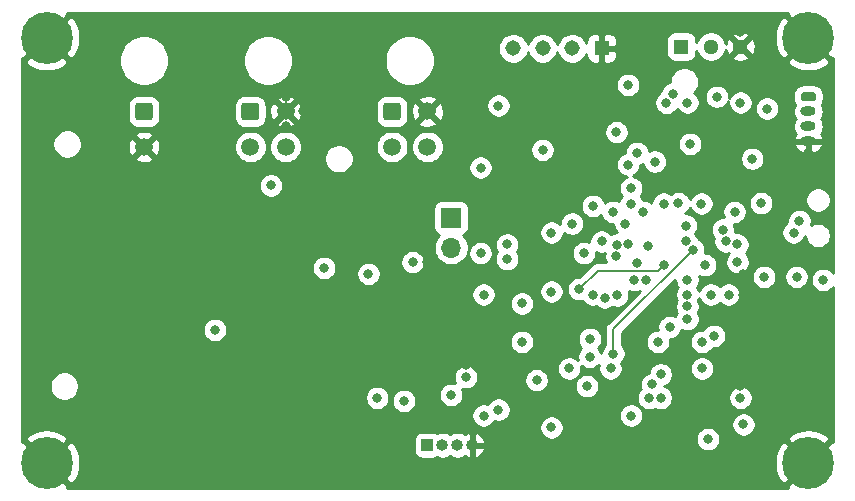
<source format=gbr>
%TF.GenerationSoftware,KiCad,Pcbnew,5.1.9-73d0e3b20d~88~ubuntu18.04.1*%
%TF.CreationDate,2021-01-21T10:29:52+00:00*%
%TF.ProjectId,Object_Detect_Board,4f626a65-6374-45f4-9465-746563745f42,V1.0*%
%TF.SameCoordinates,Original*%
%TF.FileFunction,Copper,L2,Inr*%
%TF.FilePolarity,Positive*%
%FSLAX46Y46*%
G04 Gerber Fmt 4.6, Leading zero omitted, Abs format (unit mm)*
G04 Created by KiCad (PCBNEW 5.1.9-73d0e3b20d~88~ubuntu18.04.1) date 2021-01-21 10:29:52*
%MOMM*%
%LPD*%
G01*
G04 APERTURE LIST*
%TA.AperFunction,ComponentPad*%
%ADD10C,4.400000*%
%TD*%
%TA.AperFunction,ComponentPad*%
%ADD11C,0.700000*%
%TD*%
%TA.AperFunction,ComponentPad*%
%ADD12C,1.500000*%
%TD*%
%TA.AperFunction,ComponentPad*%
%ADD13O,1.300000X0.800000*%
%TD*%
%TA.AperFunction,ComponentPad*%
%ADD14C,1.308000*%
%TD*%
%TA.AperFunction,ComponentPad*%
%ADD15R,1.308000X1.308000*%
%TD*%
%TA.AperFunction,ComponentPad*%
%ADD16R,1.280000X1.280000*%
%TD*%
%TA.AperFunction,ComponentPad*%
%ADD17C,1.280000*%
%TD*%
%TA.AperFunction,ComponentPad*%
%ADD18R,1.700000X1.700000*%
%TD*%
%TA.AperFunction,ComponentPad*%
%ADD19O,1.700000X1.700000*%
%TD*%
%TA.AperFunction,ComponentPad*%
%ADD20R,1.000000X1.000000*%
%TD*%
%TA.AperFunction,ComponentPad*%
%ADD21O,1.000000X1.000000*%
%TD*%
%TA.AperFunction,ViaPad*%
%ADD22C,0.800000*%
%TD*%
%TA.AperFunction,Conductor*%
%ADD23C,0.200000*%
%TD*%
%TA.AperFunction,Conductor*%
%ADD24C,0.254000*%
%TD*%
%TA.AperFunction,Conductor*%
%ADD25C,0.100000*%
%TD*%
G04 APERTURE END LIST*
D10*
%TO.N,GND*%
%TO.C,H1*%
X116000000Y-116500000D03*
D11*
X117650000Y-116500000D03*
X117166726Y-117666726D03*
X116000000Y-118150000D03*
X114833274Y-117666726D03*
X114350000Y-116500000D03*
X114833274Y-115333274D03*
X116000000Y-114850000D03*
X117166726Y-115333274D03*
%TD*%
%TO.N,GND*%
%TO.C,H2*%
X181666726Y-79333274D03*
X180500000Y-78850000D03*
X179333274Y-79333274D03*
X178850000Y-80500000D03*
X179333274Y-81666726D03*
X180500000Y-82150000D03*
X181666726Y-81666726D03*
X182150000Y-80500000D03*
D10*
X180500000Y-80500000D03*
%TD*%
%TO.N,GND*%
%TO.C,H3*%
X180500000Y-116500000D03*
D11*
X182150000Y-116500000D03*
X181666726Y-117666726D03*
X180500000Y-118150000D03*
X179333274Y-117666726D03*
X178850000Y-116500000D03*
X179333274Y-115333274D03*
X180500000Y-114850000D03*
X181666726Y-115333274D03*
%TD*%
%TO.N,GND*%
%TO.C,H4*%
X117166726Y-79333274D03*
X116000000Y-78850000D03*
X114833274Y-79333274D03*
X114350000Y-80500000D03*
X114833274Y-81666726D03*
X116000000Y-82150000D03*
X117166726Y-81666726D03*
X117650000Y-80500000D03*
D10*
X116000000Y-80500000D03*
%TD*%
%TO.N,+12V*%
%TO.C,J1*%
%TA.AperFunction,ComponentPad*%
G36*
G01*
X123500000Y-87250000D02*
X123500000Y-86250000D01*
G75*
G02*
X123750000Y-86000000I250000J0D01*
G01*
X124750000Y-86000000D01*
G75*
G02*
X125000000Y-86250000I0J-250000D01*
G01*
X125000000Y-87250000D01*
G75*
G02*
X124750000Y-87500000I-250000J0D01*
G01*
X123750000Y-87500000D01*
G75*
G02*
X123500000Y-87250000I0J250000D01*
G01*
G37*
%TD.AperFunction*%
D12*
%TO.N,GND*%
X124250000Y-89750000D03*
%TD*%
%TO.N,CAN_H*%
%TO.C,J2*%
X136250000Y-89750000D03*
%TO.N,CAN_L*%
X133250000Y-89750000D03*
%TO.N,GND*%
X136250000Y-86750000D03*
%TO.N,+12V*%
%TA.AperFunction,ComponentPad*%
G36*
G01*
X132500000Y-87250000D02*
X132500000Y-86250000D01*
G75*
G02*
X132750000Y-86000000I250000J0D01*
G01*
X133750000Y-86000000D01*
G75*
G02*
X134000000Y-86250000I0J-250000D01*
G01*
X134000000Y-87250000D01*
G75*
G02*
X133750000Y-87500000I-250000J0D01*
G01*
X132750000Y-87500000D01*
G75*
G02*
X132500000Y-87250000I0J250000D01*
G01*
G37*
%TD.AperFunction*%
%TD*%
%TO.N,+12V*%
%TO.C,J3*%
%TA.AperFunction,ComponentPad*%
G36*
G01*
X144500000Y-87250000D02*
X144500000Y-86250000D01*
G75*
G02*
X144750000Y-86000000I250000J0D01*
G01*
X145750000Y-86000000D01*
G75*
G02*
X146000000Y-86250000I0J-250000D01*
G01*
X146000000Y-87250000D01*
G75*
G02*
X145750000Y-87500000I-250000J0D01*
G01*
X144750000Y-87500000D01*
G75*
G02*
X144500000Y-87250000I0J250000D01*
G01*
G37*
%TD.AperFunction*%
%TO.N,GND*%
X148250000Y-86750000D03*
%TO.N,CAN_L*%
X145250000Y-89750000D03*
%TO.N,CAN_H*%
X148250000Y-89750000D03*
%TD*%
%TO.N,+5V*%
%TO.C,J4*%
%TA.AperFunction,ComponentPad*%
G36*
G01*
X180050000Y-85100000D02*
X180950000Y-85100000D01*
G75*
G02*
X181150000Y-85300000I0J-200000D01*
G01*
X181150000Y-85700000D01*
G75*
G02*
X180950000Y-85900000I-200000J0D01*
G01*
X180050000Y-85900000D01*
G75*
G02*
X179850000Y-85700000I0J200000D01*
G01*
X179850000Y-85300000D01*
G75*
G02*
X180050000Y-85100000I200000J0D01*
G01*
G37*
%TD.AperFunction*%
D13*
%TO.N,UART2_Tx*%
X180500000Y-86750000D03*
%TO.N,UART2_Rx*%
X180500000Y-88000000D03*
%TO.N,GND*%
X180500000Y-89250000D03*
%TD*%
D14*
%TO.N,Rx_Dynamixel*%
%TO.C,J5*%
X155500000Y-81400000D03*
%TO.N,Dt_Dynamixel*%
X158000000Y-81400000D03*
%TO.N,+12V*%
X160500000Y-81400000D03*
D15*
%TO.N,GND*%
X163000000Y-81400000D03*
%TD*%
D16*
%TO.N,Tx_PC*%
%TO.C,J6*%
X169750000Y-81250000D03*
D17*
%TO.N,Rx_PC*%
X172250000Y-81250000D03*
%TO.N,GND*%
X174750000Y-81250000D03*
%TD*%
D18*
%TO.N,Net-(JP1-Pad1)*%
%TO.C,JP1*%
X150250000Y-95750000D03*
D19*
%TO.N,CAN_H*%
X150250000Y-98290000D03*
%TD*%
D20*
%TO.N,+3V3*%
%TO.C,J7*%
X148250000Y-115000000D03*
D21*
%TO.N,+5V*%
X149520000Y-115000000D03*
%TO.N,+12V*%
X150790000Y-115000000D03*
%TO.N,GND*%
X152060000Y-115000000D03*
%TD*%
D22*
%TO.N,GND*%
X127500000Y-90000000D03*
X137750000Y-85500000D03*
X136250000Y-88000000D03*
X135000000Y-88000000D03*
X126500000Y-93000000D03*
X125500000Y-93000000D03*
X124500000Y-93000000D03*
X123500000Y-93000000D03*
X118250000Y-105250000D03*
X118250000Y-100250000D03*
X118250000Y-97750000D03*
X118250000Y-95250000D03*
X118250000Y-102750000D03*
X177250000Y-117500000D03*
X174250000Y-117500000D03*
X168250000Y-117500000D03*
X165250000Y-117500000D03*
X162250000Y-117500000D03*
X159250000Y-117500000D03*
X156250000Y-117500000D03*
X153250000Y-117500000D03*
X150250000Y-117500000D03*
X147250000Y-117500000D03*
X144250000Y-117500000D03*
X141250000Y-117500000D03*
X138250000Y-117500000D03*
X135250000Y-117500000D03*
X132250000Y-117500000D03*
X129250000Y-117500000D03*
X126250000Y-117500000D03*
X123250000Y-117500000D03*
X114750000Y-113250000D03*
X114750000Y-110750000D03*
X114750000Y-107750000D03*
X114750000Y-104750000D03*
X114750000Y-101750000D03*
X114750000Y-98750000D03*
X114750000Y-95750000D03*
X114750000Y-92750000D03*
X114750000Y-89750000D03*
X114750000Y-86750000D03*
X114750000Y-83750000D03*
X120250000Y-117500000D03*
X123250000Y-107500000D03*
X127500000Y-89000000D03*
X126500000Y-90000000D03*
X126500000Y-89000000D03*
X127750000Y-108223000D03*
X130250000Y-108223000D03*
X132750000Y-108223000D03*
X128500000Y-99500000D03*
X137750000Y-105500000D03*
X137750000Y-107000000D03*
X136500000Y-115500000D03*
X142750000Y-115500000D03*
X155750000Y-113500000D03*
X161750000Y-113500000D03*
X174750000Y-110000000D03*
X181250000Y-112000000D03*
X177250000Y-108250000D03*
X175000000Y-102250000D03*
X175000000Y-105750000D03*
X180500000Y-90250000D03*
X163000000Y-80000000D03*
X174750000Y-80000000D03*
X150000000Y-86750000D03*
X137750000Y-86750000D03*
X135000000Y-85500000D03*
X136250000Y-85500000D03*
X137750000Y-88000000D03*
X118250000Y-91500000D03*
X149000000Y-109000000D03*
X134500000Y-94750000D03*
X135750000Y-94750000D03*
X135750000Y-95750000D03*
X142000000Y-96000000D03*
X145250000Y-94000000D03*
X153750000Y-94750000D03*
X153000000Y-95500000D03*
X156250000Y-96000000D03*
X172750000Y-89250000D03*
X173000000Y-93250000D03*
X173000000Y-87750000D03*
X174750000Y-88250000D03*
X178000000Y-93500000D03*
X151500000Y-108250000D03*
X149750000Y-102000000D03*
X141750000Y-111000000D03*
X152000000Y-113750000D03*
X148250000Y-99500000D03*
X158750000Y-98500000D03*
X175000000Y-100500000D03*
X168873000Y-102543143D03*
%TO.N,+3V3*%
X158750000Y-97000000D03*
X144000000Y-111000000D03*
X166750000Y-101000000D03*
X170250000Y-101000000D03*
X176750000Y-100750000D03*
X179250000Y-97000000D03*
X174750000Y-111000000D03*
X155000000Y-98000000D03*
X147000000Y-99500000D03*
X168000000Y-111000000D03*
X171500000Y-106250000D03*
X165500000Y-112500000D03*
X153000000Y-102250000D03*
X151500000Y-109250000D03*
X158750000Y-113500000D03*
X164318356Y-102318356D03*
%TO.N,+5V*%
X130250000Y-105250000D03*
X139500000Y-100000000D03*
X146250000Y-111250000D03*
X162250000Y-94750000D03*
X153000000Y-112500000D03*
X150250000Y-110750000D03*
X170250000Y-86000000D03*
X168485792Y-86021312D03*
X163937000Y-95250000D03*
%TO.N,NRST*%
X175000000Y-113250000D03*
X156250000Y-106250000D03*
%TO.N,UART2_Tx*%
X181750000Y-101000000D03*
X154250000Y-112000000D03*
%TO.N,UART2_Rx*%
X165000000Y-96250000D03*
X158750000Y-102000000D03*
%TO.N,Tx_PC*%
X167500000Y-91000000D03*
%TO.N,SWDIO*%
X172000000Y-114500000D03*
X157500000Y-109500000D03*
X160250000Y-108500000D03*
X161978712Y-107521288D03*
%TO.N,SWCLK*%
X179500000Y-100750000D03*
X174250000Y-95250000D03*
X173500000Y-97750000D03*
X170250000Y-102250000D03*
X165750000Y-101000000D03*
X162250000Y-102250000D03*
%TO.N,SWO*%
X161500000Y-98750000D03*
X164307307Y-98014731D03*
X166000000Y-99600000D03*
%TO.N,UART3_Tx_5V*%
X170127000Y-96420010D03*
X170127000Y-97750000D03*
X166900000Y-98100000D03*
%TO.N,UART3_Tx_TTL*%
X158000000Y-90000000D03*
%TO.N,UART3_Rx_5V*%
X162000000Y-106000000D03*
X164000000Y-107250000D03*
X173250000Y-96750000D03*
X170750000Y-98445999D03*
%TO.N,UART3_Rx_TTL*%
X163000000Y-97750000D03*
X160500000Y-96250000D03*
X164250000Y-88500000D03*
%TO.N,UART_Tx_485*%
X163250000Y-102500000D03*
X163750000Y-108500000D03*
X167750000Y-106250000D03*
X170250000Y-103250000D03*
X171446288Y-94553712D03*
X165250000Y-98000000D03*
%TO.N,UART_Rx_485*%
X168750000Y-105000000D03*
X173750000Y-102250000D03*
X174500000Y-99500000D03*
X174500000Y-98000000D03*
X179750000Y-96000000D03*
X165250000Y-84500000D03*
X166000000Y-90250000D03*
X165500000Y-93250000D03*
%TO.N,UART1_Tx_5V*%
X172250000Y-102250000D03*
X170250000Y-104323000D03*
X172500000Y-105750000D03*
%TO.N,UART1_Rx_5V*%
X171500000Y-108500000D03*
%TO.N,RS485_Tx_OUT*%
X170500000Y-89500000D03*
X166500000Y-95250000D03*
%TO.N,RS485_Rx_OUT*%
X169000000Y-85250000D03*
X175750000Y-90750000D03*
X174750000Y-86000000D03*
X172750000Y-85500000D03*
%TO.N,UART3_Tx*%
X168252596Y-99747761D03*
X161100000Y-101800000D03*
%TO.N,UART3_Rx*%
X164250000Y-99000000D03*
X165500000Y-94554010D03*
X171752596Y-99747761D03*
X168250000Y-94554010D03*
%TO.N,RS485_DIR_CTRL*%
X167000000Y-111000000D03*
X169500000Y-94500000D03*
%TO.N,BOOT0*%
X177000000Y-86500000D03*
X176500000Y-94500000D03*
%TO.N,MOT_CTRL1*%
X154250000Y-86250000D03*
X168000000Y-109000000D03*
%TO.N,MOT_CTRL2*%
X167250000Y-109854001D03*
X161750000Y-110000000D03*
X156250000Y-103000000D03*
X155000000Y-99250000D03*
X152750000Y-98750000D03*
X152750000Y-91500000D03*
%TO.N,CAN_Tx*%
X135000000Y-93000000D03*
X143250000Y-100500000D03*
%TO.N,Dt_Dynamixel*%
X165250000Y-91250000D03*
%TD*%
D23*
%TO.N,UART3_Rx_5V*%
X164000000Y-105195999D02*
X164000000Y-107250000D01*
X170750000Y-98445999D02*
X164000000Y-105195999D01*
%TO.N,UART3_Tx*%
X162672999Y-100227001D02*
X161100000Y-101800000D01*
X167773356Y-100227001D02*
X162672999Y-100227001D01*
X168252596Y-99747761D02*
X167773356Y-100227001D01*
%TD*%
D24*
%TO.N,GND*%
X178689830Y-78510225D02*
X180500000Y-80320395D01*
X180514143Y-80306253D01*
X180693748Y-80485858D01*
X180679605Y-80500000D01*
X182489775Y-82310170D01*
X182590001Y-82248016D01*
X182590000Y-100394199D01*
X182553937Y-100340226D01*
X182409774Y-100196063D01*
X182240256Y-100082795D01*
X182051898Y-100004774D01*
X181851939Y-99965000D01*
X181648061Y-99965000D01*
X181448102Y-100004774D01*
X181259744Y-100082795D01*
X181090226Y-100196063D01*
X180946063Y-100340226D01*
X180832795Y-100509744D01*
X180754774Y-100698102D01*
X180715000Y-100898061D01*
X180715000Y-101101939D01*
X180754774Y-101301898D01*
X180832795Y-101490256D01*
X180946063Y-101659774D01*
X181090226Y-101803937D01*
X181259744Y-101917205D01*
X181448102Y-101995226D01*
X181648061Y-102035000D01*
X181851939Y-102035000D01*
X182051898Y-101995226D01*
X182240256Y-101917205D01*
X182409774Y-101803937D01*
X182553937Y-101659774D01*
X182590000Y-101605801D01*
X182590000Y-114751984D01*
X182489775Y-114689830D01*
X180679605Y-116500000D01*
X180693748Y-116514143D01*
X180514143Y-116693748D01*
X180500000Y-116679605D01*
X178689830Y-118489775D01*
X178751984Y-118590000D01*
X117748016Y-118590000D01*
X117810170Y-118489775D01*
X116000000Y-116679605D01*
X115985858Y-116693748D01*
X115806253Y-116514143D01*
X115820395Y-116500000D01*
X116179605Y-116500000D01*
X117989775Y-118310170D01*
X118377018Y-118070024D01*
X118637641Y-117576123D01*
X118796901Y-117040867D01*
X118845852Y-116515174D01*
X177651322Y-116515174D01*
X177709019Y-117070632D01*
X177873972Y-117604161D01*
X178122982Y-118070024D01*
X178510225Y-118310170D01*
X180320395Y-116500000D01*
X178510225Y-114689830D01*
X178122982Y-114929976D01*
X177862359Y-115423877D01*
X177703099Y-115959133D01*
X177651322Y-116515174D01*
X118845852Y-116515174D01*
X118848678Y-116484826D01*
X118790981Y-115929368D01*
X118626028Y-115395839D01*
X118377018Y-114929976D01*
X117989775Y-114689830D01*
X116179605Y-116500000D01*
X115820395Y-116500000D01*
X114010225Y-114689830D01*
X113910000Y-114751984D01*
X113910000Y-114510225D01*
X114189830Y-114510225D01*
X116000000Y-116320395D01*
X117810170Y-114510225D01*
X117803830Y-114500000D01*
X147111928Y-114500000D01*
X147111928Y-115500000D01*
X147124188Y-115624482D01*
X147160498Y-115744180D01*
X147219463Y-115854494D01*
X147298815Y-115951185D01*
X147395506Y-116030537D01*
X147505820Y-116089502D01*
X147625518Y-116125812D01*
X147750000Y-116138072D01*
X148750000Y-116138072D01*
X148874482Y-116125812D01*
X148994180Y-116089502D01*
X149077226Y-116045112D01*
X149188933Y-116091383D01*
X149408212Y-116135000D01*
X149631788Y-116135000D01*
X149851067Y-116091383D01*
X150057624Y-116005824D01*
X150155000Y-115940759D01*
X150252376Y-116005824D01*
X150458933Y-116091383D01*
X150678212Y-116135000D01*
X150901788Y-116135000D01*
X151121067Y-116091383D01*
X151327624Y-116005824D01*
X151429658Y-115937647D01*
X151499794Y-115987123D01*
X151703136Y-116077446D01*
X151758126Y-116094119D01*
X151933000Y-115967954D01*
X151933000Y-115127000D01*
X152187000Y-115127000D01*
X152187000Y-115967954D01*
X152361874Y-116094119D01*
X152416864Y-116077446D01*
X152620206Y-115987123D01*
X152802020Y-115858865D01*
X152955318Y-115697601D01*
X153074210Y-115509529D01*
X153154126Y-115301876D01*
X153029129Y-115127000D01*
X152187000Y-115127000D01*
X151933000Y-115127000D01*
X151921974Y-115127000D01*
X151925000Y-115111788D01*
X151925000Y-114888212D01*
X151921974Y-114873000D01*
X151933000Y-114873000D01*
X151933000Y-114032046D01*
X152187000Y-114032046D01*
X152187000Y-114873000D01*
X153029129Y-114873000D01*
X153154126Y-114698124D01*
X153074210Y-114490471D01*
X152955318Y-114302399D01*
X152802020Y-114141135D01*
X152620206Y-114012877D01*
X152416864Y-113922554D01*
X152361874Y-113905881D01*
X152187000Y-114032046D01*
X151933000Y-114032046D01*
X151758126Y-113905881D01*
X151703136Y-113922554D01*
X151499794Y-114012877D01*
X151429658Y-114062353D01*
X151327624Y-113994176D01*
X151121067Y-113908617D01*
X150901788Y-113865000D01*
X150678212Y-113865000D01*
X150458933Y-113908617D01*
X150252376Y-113994176D01*
X150155000Y-114059241D01*
X150057624Y-113994176D01*
X149851067Y-113908617D01*
X149631788Y-113865000D01*
X149408212Y-113865000D01*
X149188933Y-113908617D01*
X149077226Y-113954888D01*
X148994180Y-113910498D01*
X148874482Y-113874188D01*
X148750000Y-113861928D01*
X147750000Y-113861928D01*
X147625518Y-113874188D01*
X147505820Y-113910498D01*
X147395506Y-113969463D01*
X147298815Y-114048815D01*
X147219463Y-114145506D01*
X147160498Y-114255820D01*
X147124188Y-114375518D01*
X147111928Y-114500000D01*
X117803830Y-114500000D01*
X117570024Y-114122982D01*
X117076123Y-113862359D01*
X116540867Y-113703099D01*
X115984826Y-113651322D01*
X115429368Y-113709019D01*
X114895839Y-113873972D01*
X114429976Y-114122982D01*
X114189830Y-114510225D01*
X113910000Y-114510225D01*
X113910000Y-112398061D01*
X151965000Y-112398061D01*
X151965000Y-112601939D01*
X152004774Y-112801898D01*
X152082795Y-112990256D01*
X152196063Y-113159774D01*
X152340226Y-113303937D01*
X152509744Y-113417205D01*
X152698102Y-113495226D01*
X152898061Y-113535000D01*
X153101939Y-113535000D01*
X153301898Y-113495226D01*
X153490256Y-113417205D01*
X153518907Y-113398061D01*
X157715000Y-113398061D01*
X157715000Y-113601939D01*
X157754774Y-113801898D01*
X157832795Y-113990256D01*
X157946063Y-114159774D01*
X158090226Y-114303937D01*
X158259744Y-114417205D01*
X158448102Y-114495226D01*
X158648061Y-114535000D01*
X158851939Y-114535000D01*
X159051898Y-114495226D01*
X159240256Y-114417205D01*
X159268907Y-114398061D01*
X170965000Y-114398061D01*
X170965000Y-114601939D01*
X171004774Y-114801898D01*
X171082795Y-114990256D01*
X171196063Y-115159774D01*
X171340226Y-115303937D01*
X171509744Y-115417205D01*
X171698102Y-115495226D01*
X171898061Y-115535000D01*
X172101939Y-115535000D01*
X172301898Y-115495226D01*
X172490256Y-115417205D01*
X172659774Y-115303937D01*
X172803937Y-115159774D01*
X172917205Y-114990256D01*
X172995226Y-114801898D01*
X173035000Y-114601939D01*
X173035000Y-114510225D01*
X178689830Y-114510225D01*
X180500000Y-116320395D01*
X182310170Y-114510225D01*
X182070024Y-114122982D01*
X181576123Y-113862359D01*
X181040867Y-113703099D01*
X180484826Y-113651322D01*
X179929368Y-113709019D01*
X179395839Y-113873972D01*
X178929976Y-114122982D01*
X178689830Y-114510225D01*
X173035000Y-114510225D01*
X173035000Y-114398061D01*
X172995226Y-114198102D01*
X172917205Y-114009744D01*
X172803937Y-113840226D01*
X172659774Y-113696063D01*
X172490256Y-113582795D01*
X172301898Y-113504774D01*
X172101939Y-113465000D01*
X171898061Y-113465000D01*
X171698102Y-113504774D01*
X171509744Y-113582795D01*
X171340226Y-113696063D01*
X171196063Y-113840226D01*
X171082795Y-114009744D01*
X171004774Y-114198102D01*
X170965000Y-114398061D01*
X159268907Y-114398061D01*
X159409774Y-114303937D01*
X159553937Y-114159774D01*
X159667205Y-113990256D01*
X159745226Y-113801898D01*
X159785000Y-113601939D01*
X159785000Y-113398061D01*
X159745226Y-113198102D01*
X159667205Y-113009744D01*
X159553937Y-112840226D01*
X159409774Y-112696063D01*
X159240256Y-112582795D01*
X159051898Y-112504774D01*
X158851939Y-112465000D01*
X158648061Y-112465000D01*
X158448102Y-112504774D01*
X158259744Y-112582795D01*
X158090226Y-112696063D01*
X157946063Y-112840226D01*
X157832795Y-113009744D01*
X157754774Y-113198102D01*
X157715000Y-113398061D01*
X153518907Y-113398061D01*
X153659774Y-113303937D01*
X153803937Y-113159774D01*
X153917205Y-112990256D01*
X153919973Y-112983574D01*
X153948102Y-112995226D01*
X154148061Y-113035000D01*
X154351939Y-113035000D01*
X154551898Y-112995226D01*
X154740256Y-112917205D01*
X154909774Y-112803937D01*
X155053937Y-112659774D01*
X155167205Y-112490256D01*
X155205393Y-112398061D01*
X164465000Y-112398061D01*
X164465000Y-112601939D01*
X164504774Y-112801898D01*
X164582795Y-112990256D01*
X164696063Y-113159774D01*
X164840226Y-113303937D01*
X165009744Y-113417205D01*
X165198102Y-113495226D01*
X165398061Y-113535000D01*
X165601939Y-113535000D01*
X165801898Y-113495226D01*
X165990256Y-113417205D01*
X166159774Y-113303937D01*
X166303937Y-113159774D01*
X166311763Y-113148061D01*
X173965000Y-113148061D01*
X173965000Y-113351939D01*
X174004774Y-113551898D01*
X174082795Y-113740256D01*
X174196063Y-113909774D01*
X174340226Y-114053937D01*
X174509744Y-114167205D01*
X174698102Y-114245226D01*
X174898061Y-114285000D01*
X175101939Y-114285000D01*
X175301898Y-114245226D01*
X175490256Y-114167205D01*
X175659774Y-114053937D01*
X175803937Y-113909774D01*
X175917205Y-113740256D01*
X175995226Y-113551898D01*
X176035000Y-113351939D01*
X176035000Y-113148061D01*
X175995226Y-112948102D01*
X175917205Y-112759744D01*
X175803937Y-112590226D01*
X175659774Y-112446063D01*
X175490256Y-112332795D01*
X175301898Y-112254774D01*
X175101939Y-112215000D01*
X174898061Y-112215000D01*
X174698102Y-112254774D01*
X174509744Y-112332795D01*
X174340226Y-112446063D01*
X174196063Y-112590226D01*
X174082795Y-112759744D01*
X174004774Y-112948102D01*
X173965000Y-113148061D01*
X166311763Y-113148061D01*
X166417205Y-112990256D01*
X166495226Y-112801898D01*
X166535000Y-112601939D01*
X166535000Y-112398061D01*
X166495226Y-112198102D01*
X166417205Y-112009744D01*
X166303937Y-111840226D01*
X166159774Y-111696063D01*
X165990256Y-111582795D01*
X165801898Y-111504774D01*
X165601939Y-111465000D01*
X165398061Y-111465000D01*
X165198102Y-111504774D01*
X165009744Y-111582795D01*
X164840226Y-111696063D01*
X164696063Y-111840226D01*
X164582795Y-112009744D01*
X164504774Y-112198102D01*
X164465000Y-112398061D01*
X155205393Y-112398061D01*
X155245226Y-112301898D01*
X155285000Y-112101939D01*
X155285000Y-111898061D01*
X155245226Y-111698102D01*
X155167205Y-111509744D01*
X155053937Y-111340226D01*
X154909774Y-111196063D01*
X154740256Y-111082795D01*
X154551898Y-111004774D01*
X154351939Y-110965000D01*
X154148061Y-110965000D01*
X153948102Y-111004774D01*
X153759744Y-111082795D01*
X153590226Y-111196063D01*
X153446063Y-111340226D01*
X153332795Y-111509744D01*
X153330027Y-111516426D01*
X153301898Y-111504774D01*
X153101939Y-111465000D01*
X152898061Y-111465000D01*
X152698102Y-111504774D01*
X152509744Y-111582795D01*
X152340226Y-111696063D01*
X152196063Y-111840226D01*
X152082795Y-112009744D01*
X152004774Y-112198102D01*
X151965000Y-112398061D01*
X113910000Y-112398061D01*
X113910000Y-109876890D01*
X116250048Y-109876890D01*
X116250048Y-110123110D01*
X116298083Y-110364598D01*
X116392307Y-110592074D01*
X116529099Y-110796798D01*
X116703202Y-110970901D01*
X116907926Y-111107693D01*
X117135402Y-111201917D01*
X117376890Y-111249952D01*
X117623110Y-111249952D01*
X117864598Y-111201917D01*
X118092074Y-111107693D01*
X118296798Y-110970901D01*
X118369638Y-110898061D01*
X142965000Y-110898061D01*
X142965000Y-111101939D01*
X143004774Y-111301898D01*
X143082795Y-111490256D01*
X143196063Y-111659774D01*
X143340226Y-111803937D01*
X143509744Y-111917205D01*
X143698102Y-111995226D01*
X143898061Y-112035000D01*
X144101939Y-112035000D01*
X144301898Y-111995226D01*
X144490256Y-111917205D01*
X144659774Y-111803937D01*
X144803937Y-111659774D01*
X144917205Y-111490256D01*
X144995226Y-111301898D01*
X145025825Y-111148061D01*
X145215000Y-111148061D01*
X145215000Y-111351939D01*
X145254774Y-111551898D01*
X145332795Y-111740256D01*
X145446063Y-111909774D01*
X145590226Y-112053937D01*
X145759744Y-112167205D01*
X145948102Y-112245226D01*
X146148061Y-112285000D01*
X146351939Y-112285000D01*
X146551898Y-112245226D01*
X146740256Y-112167205D01*
X146909774Y-112053937D01*
X147053937Y-111909774D01*
X147167205Y-111740256D01*
X147245226Y-111551898D01*
X147285000Y-111351939D01*
X147285000Y-111148061D01*
X147245226Y-110948102D01*
X147167205Y-110759744D01*
X147092582Y-110648061D01*
X149215000Y-110648061D01*
X149215000Y-110851939D01*
X149254774Y-111051898D01*
X149332795Y-111240256D01*
X149446063Y-111409774D01*
X149590226Y-111553937D01*
X149759744Y-111667205D01*
X149948102Y-111745226D01*
X150148061Y-111785000D01*
X150351939Y-111785000D01*
X150551898Y-111745226D01*
X150740256Y-111667205D01*
X150909774Y-111553937D01*
X151053937Y-111409774D01*
X151167205Y-111240256D01*
X151245226Y-111051898D01*
X151285000Y-110851939D01*
X151285000Y-110648061D01*
X151245226Y-110448102D01*
X151167205Y-110259744D01*
X151141968Y-110221974D01*
X151198102Y-110245226D01*
X151398061Y-110285000D01*
X151601939Y-110285000D01*
X151801898Y-110245226D01*
X151990256Y-110167205D01*
X152159774Y-110053937D01*
X152303937Y-109909774D01*
X152417205Y-109740256D01*
X152495226Y-109551898D01*
X152525825Y-109398061D01*
X156465000Y-109398061D01*
X156465000Y-109601939D01*
X156504774Y-109801898D01*
X156582795Y-109990256D01*
X156696063Y-110159774D01*
X156840226Y-110303937D01*
X157009744Y-110417205D01*
X157198102Y-110495226D01*
X157398061Y-110535000D01*
X157601939Y-110535000D01*
X157801898Y-110495226D01*
X157990256Y-110417205D01*
X158159774Y-110303937D01*
X158303937Y-110159774D01*
X158417205Y-109990256D01*
X158455393Y-109898061D01*
X160715000Y-109898061D01*
X160715000Y-110101939D01*
X160754774Y-110301898D01*
X160832795Y-110490256D01*
X160946063Y-110659774D01*
X161090226Y-110803937D01*
X161259744Y-110917205D01*
X161448102Y-110995226D01*
X161648061Y-111035000D01*
X161851939Y-111035000D01*
X162051898Y-110995226D01*
X162240256Y-110917205D01*
X162268907Y-110898061D01*
X165965000Y-110898061D01*
X165965000Y-111101939D01*
X166004774Y-111301898D01*
X166082795Y-111490256D01*
X166196063Y-111659774D01*
X166340226Y-111803937D01*
X166509744Y-111917205D01*
X166698102Y-111995226D01*
X166898061Y-112035000D01*
X167101939Y-112035000D01*
X167301898Y-111995226D01*
X167490256Y-111917205D01*
X167500000Y-111910694D01*
X167509744Y-111917205D01*
X167698102Y-111995226D01*
X167898061Y-112035000D01*
X168101939Y-112035000D01*
X168301898Y-111995226D01*
X168490256Y-111917205D01*
X168659774Y-111803937D01*
X168803937Y-111659774D01*
X168917205Y-111490256D01*
X168995226Y-111301898D01*
X169035000Y-111101939D01*
X169035000Y-110898061D01*
X173715000Y-110898061D01*
X173715000Y-111101939D01*
X173754774Y-111301898D01*
X173832795Y-111490256D01*
X173946063Y-111659774D01*
X174090226Y-111803937D01*
X174259744Y-111917205D01*
X174448102Y-111995226D01*
X174648061Y-112035000D01*
X174851939Y-112035000D01*
X175051898Y-111995226D01*
X175240256Y-111917205D01*
X175409774Y-111803937D01*
X175553937Y-111659774D01*
X175667205Y-111490256D01*
X175745226Y-111301898D01*
X175785000Y-111101939D01*
X175785000Y-110898061D01*
X175745226Y-110698102D01*
X175667205Y-110509744D01*
X175553937Y-110340226D01*
X175409774Y-110196063D01*
X175240256Y-110082795D01*
X175051898Y-110004774D01*
X174851939Y-109965000D01*
X174648061Y-109965000D01*
X174448102Y-110004774D01*
X174259744Y-110082795D01*
X174090226Y-110196063D01*
X173946063Y-110340226D01*
X173832795Y-110509744D01*
X173754774Y-110698102D01*
X173715000Y-110898061D01*
X169035000Y-110898061D01*
X168995226Y-110698102D01*
X168917205Y-110509744D01*
X168803937Y-110340226D01*
X168659774Y-110196063D01*
X168490256Y-110082795D01*
X168301898Y-110004774D01*
X168277897Y-110000000D01*
X168301898Y-109995226D01*
X168490256Y-109917205D01*
X168659774Y-109803937D01*
X168803937Y-109659774D01*
X168917205Y-109490256D01*
X168995226Y-109301898D01*
X169035000Y-109101939D01*
X169035000Y-108898061D01*
X168995226Y-108698102D01*
X168917205Y-108509744D01*
X168842582Y-108398061D01*
X170465000Y-108398061D01*
X170465000Y-108601939D01*
X170504774Y-108801898D01*
X170582795Y-108990256D01*
X170696063Y-109159774D01*
X170840226Y-109303937D01*
X171009744Y-109417205D01*
X171198102Y-109495226D01*
X171398061Y-109535000D01*
X171601939Y-109535000D01*
X171801898Y-109495226D01*
X171990256Y-109417205D01*
X172159774Y-109303937D01*
X172303937Y-109159774D01*
X172417205Y-108990256D01*
X172495226Y-108801898D01*
X172535000Y-108601939D01*
X172535000Y-108398061D01*
X172495226Y-108198102D01*
X172417205Y-108009744D01*
X172303937Y-107840226D01*
X172159774Y-107696063D01*
X171990256Y-107582795D01*
X171801898Y-107504774D01*
X171601939Y-107465000D01*
X171398061Y-107465000D01*
X171198102Y-107504774D01*
X171009744Y-107582795D01*
X170840226Y-107696063D01*
X170696063Y-107840226D01*
X170582795Y-108009744D01*
X170504774Y-108198102D01*
X170465000Y-108398061D01*
X168842582Y-108398061D01*
X168803937Y-108340226D01*
X168659774Y-108196063D01*
X168490256Y-108082795D01*
X168301898Y-108004774D01*
X168101939Y-107965000D01*
X167898061Y-107965000D01*
X167698102Y-108004774D01*
X167509744Y-108082795D01*
X167340226Y-108196063D01*
X167196063Y-108340226D01*
X167082795Y-108509744D01*
X167004774Y-108698102D01*
X166973832Y-108853657D01*
X166948102Y-108858775D01*
X166759744Y-108936796D01*
X166590226Y-109050064D01*
X166446063Y-109194227D01*
X166332795Y-109363745D01*
X166254774Y-109552103D01*
X166215000Y-109752062D01*
X166215000Y-109955940D01*
X166254774Y-110155899D01*
X166291566Y-110244723D01*
X166196063Y-110340226D01*
X166082795Y-110509744D01*
X166004774Y-110698102D01*
X165965000Y-110898061D01*
X162268907Y-110898061D01*
X162409774Y-110803937D01*
X162553937Y-110659774D01*
X162667205Y-110490256D01*
X162745226Y-110301898D01*
X162785000Y-110101939D01*
X162785000Y-109898061D01*
X162745226Y-109698102D01*
X162667205Y-109509744D01*
X162553937Y-109340226D01*
X162409774Y-109196063D01*
X162240256Y-109082795D01*
X162051898Y-109004774D01*
X161851939Y-108965000D01*
X161648061Y-108965000D01*
X161448102Y-109004774D01*
X161259744Y-109082795D01*
X161090226Y-109196063D01*
X160946063Y-109340226D01*
X160832795Y-109509744D01*
X160754774Y-109698102D01*
X160715000Y-109898061D01*
X158455393Y-109898061D01*
X158495226Y-109801898D01*
X158535000Y-109601939D01*
X158535000Y-109398061D01*
X158495226Y-109198102D01*
X158417205Y-109009744D01*
X158303937Y-108840226D01*
X158159774Y-108696063D01*
X157990256Y-108582795D01*
X157801898Y-108504774D01*
X157601939Y-108465000D01*
X157398061Y-108465000D01*
X157198102Y-108504774D01*
X157009744Y-108582795D01*
X156840226Y-108696063D01*
X156696063Y-108840226D01*
X156582795Y-109009744D01*
X156504774Y-109198102D01*
X156465000Y-109398061D01*
X152525825Y-109398061D01*
X152535000Y-109351939D01*
X152535000Y-109148061D01*
X152495226Y-108948102D01*
X152417205Y-108759744D01*
X152303937Y-108590226D01*
X152159774Y-108446063D01*
X152087934Y-108398061D01*
X159215000Y-108398061D01*
X159215000Y-108601939D01*
X159254774Y-108801898D01*
X159332795Y-108990256D01*
X159446063Y-109159774D01*
X159590226Y-109303937D01*
X159759744Y-109417205D01*
X159948102Y-109495226D01*
X160148061Y-109535000D01*
X160351939Y-109535000D01*
X160551898Y-109495226D01*
X160740256Y-109417205D01*
X160909774Y-109303937D01*
X161053937Y-109159774D01*
X161167205Y-108990256D01*
X161245226Y-108801898D01*
X161285000Y-108601939D01*
X161285000Y-108398061D01*
X161258488Y-108264775D01*
X161318938Y-108325225D01*
X161488456Y-108438493D01*
X161676814Y-108516514D01*
X161876773Y-108556288D01*
X162080651Y-108556288D01*
X162280610Y-108516514D01*
X162468968Y-108438493D01*
X162638486Y-108325225D01*
X162752084Y-108211627D01*
X162715000Y-108398061D01*
X162715000Y-108601939D01*
X162754774Y-108801898D01*
X162832795Y-108990256D01*
X162946063Y-109159774D01*
X163090226Y-109303937D01*
X163259744Y-109417205D01*
X163448102Y-109495226D01*
X163648061Y-109535000D01*
X163851939Y-109535000D01*
X164051898Y-109495226D01*
X164240256Y-109417205D01*
X164409774Y-109303937D01*
X164553937Y-109159774D01*
X164667205Y-108990256D01*
X164745226Y-108801898D01*
X164785000Y-108601939D01*
X164785000Y-108398061D01*
X164745226Y-108198102D01*
X164677972Y-108035739D01*
X164803937Y-107909774D01*
X164917205Y-107740256D01*
X164995226Y-107551898D01*
X165035000Y-107351939D01*
X165035000Y-107148061D01*
X164995226Y-106948102D01*
X164917205Y-106759744D01*
X164803937Y-106590226D01*
X164735000Y-106521289D01*
X164735000Y-105500445D01*
X169215000Y-101020446D01*
X169215000Y-101101939D01*
X169254774Y-101301898D01*
X169332795Y-101490256D01*
X169422828Y-101625000D01*
X169332795Y-101759744D01*
X169254774Y-101948102D01*
X169215000Y-102148061D01*
X169215000Y-102351939D01*
X169254774Y-102551898D01*
X169332795Y-102740256D01*
X169339306Y-102750000D01*
X169332795Y-102759744D01*
X169254774Y-102948102D01*
X169215000Y-103148061D01*
X169215000Y-103351939D01*
X169254774Y-103551898D01*
X169332795Y-103740256D01*
X169363694Y-103786500D01*
X169332795Y-103832744D01*
X169254774Y-104021102D01*
X169242239Y-104084120D01*
X169240256Y-104082795D01*
X169051898Y-104004774D01*
X168851939Y-103965000D01*
X168648061Y-103965000D01*
X168448102Y-104004774D01*
X168259744Y-104082795D01*
X168090226Y-104196063D01*
X167946063Y-104340226D01*
X167832795Y-104509744D01*
X167754774Y-104698102D01*
X167715000Y-104898061D01*
X167715000Y-105101939D01*
X167737489Y-105215000D01*
X167648061Y-105215000D01*
X167448102Y-105254774D01*
X167259744Y-105332795D01*
X167090226Y-105446063D01*
X166946063Y-105590226D01*
X166832795Y-105759744D01*
X166754774Y-105948102D01*
X166715000Y-106148061D01*
X166715000Y-106351939D01*
X166754774Y-106551898D01*
X166832795Y-106740256D01*
X166946063Y-106909774D01*
X167090226Y-107053937D01*
X167259744Y-107167205D01*
X167448102Y-107245226D01*
X167648061Y-107285000D01*
X167851939Y-107285000D01*
X168051898Y-107245226D01*
X168240256Y-107167205D01*
X168409774Y-107053937D01*
X168553937Y-106909774D01*
X168667205Y-106740256D01*
X168745226Y-106551898D01*
X168785000Y-106351939D01*
X168785000Y-106148061D01*
X170465000Y-106148061D01*
X170465000Y-106351939D01*
X170504774Y-106551898D01*
X170582795Y-106740256D01*
X170696063Y-106909774D01*
X170840226Y-107053937D01*
X171009744Y-107167205D01*
X171198102Y-107245226D01*
X171398061Y-107285000D01*
X171601939Y-107285000D01*
X171801898Y-107245226D01*
X171990256Y-107167205D01*
X172159774Y-107053937D01*
X172303937Y-106909774D01*
X172388570Y-106783112D01*
X172398061Y-106785000D01*
X172601939Y-106785000D01*
X172801898Y-106745226D01*
X172990256Y-106667205D01*
X173159774Y-106553937D01*
X173303937Y-106409774D01*
X173417205Y-106240256D01*
X173495226Y-106051898D01*
X173535000Y-105851939D01*
X173535000Y-105648061D01*
X173495226Y-105448102D01*
X173417205Y-105259744D01*
X173303937Y-105090226D01*
X173159774Y-104946063D01*
X172990256Y-104832795D01*
X172801898Y-104754774D01*
X172601939Y-104715000D01*
X172398061Y-104715000D01*
X172198102Y-104754774D01*
X172009744Y-104832795D01*
X171840226Y-104946063D01*
X171696063Y-105090226D01*
X171611430Y-105216888D01*
X171601939Y-105215000D01*
X171398061Y-105215000D01*
X171198102Y-105254774D01*
X171009744Y-105332795D01*
X170840226Y-105446063D01*
X170696063Y-105590226D01*
X170582795Y-105759744D01*
X170504774Y-105948102D01*
X170465000Y-106148061D01*
X168785000Y-106148061D01*
X168762511Y-106035000D01*
X168851939Y-106035000D01*
X169051898Y-105995226D01*
X169240256Y-105917205D01*
X169409774Y-105803937D01*
X169553937Y-105659774D01*
X169667205Y-105490256D01*
X169745226Y-105301898D01*
X169757761Y-105238880D01*
X169759744Y-105240205D01*
X169948102Y-105318226D01*
X170148061Y-105358000D01*
X170351939Y-105358000D01*
X170551898Y-105318226D01*
X170740256Y-105240205D01*
X170909774Y-105126937D01*
X171053937Y-104982774D01*
X171167205Y-104813256D01*
X171245226Y-104624898D01*
X171285000Y-104424939D01*
X171285000Y-104221061D01*
X171245226Y-104021102D01*
X171167205Y-103832744D01*
X171136306Y-103786500D01*
X171167205Y-103740256D01*
X171245226Y-103551898D01*
X171285000Y-103351939D01*
X171285000Y-103148061D01*
X171245226Y-102948102D01*
X171167205Y-102759744D01*
X171160694Y-102750000D01*
X171167205Y-102740256D01*
X171245226Y-102551898D01*
X171250000Y-102527897D01*
X171254774Y-102551898D01*
X171332795Y-102740256D01*
X171446063Y-102909774D01*
X171590226Y-103053937D01*
X171759744Y-103167205D01*
X171948102Y-103245226D01*
X172148061Y-103285000D01*
X172351939Y-103285000D01*
X172551898Y-103245226D01*
X172740256Y-103167205D01*
X172909774Y-103053937D01*
X173000000Y-102963711D01*
X173090226Y-103053937D01*
X173259744Y-103167205D01*
X173448102Y-103245226D01*
X173648061Y-103285000D01*
X173851939Y-103285000D01*
X174051898Y-103245226D01*
X174240256Y-103167205D01*
X174409774Y-103053937D01*
X174553937Y-102909774D01*
X174667205Y-102740256D01*
X174745226Y-102551898D01*
X174785000Y-102351939D01*
X174785000Y-102148061D01*
X174745226Y-101948102D01*
X174667205Y-101759744D01*
X174553937Y-101590226D01*
X174409774Y-101446063D01*
X174240256Y-101332795D01*
X174051898Y-101254774D01*
X173851939Y-101215000D01*
X173648061Y-101215000D01*
X173448102Y-101254774D01*
X173259744Y-101332795D01*
X173090226Y-101446063D01*
X173000000Y-101536289D01*
X172909774Y-101446063D01*
X172740256Y-101332795D01*
X172551898Y-101254774D01*
X172351939Y-101215000D01*
X172148061Y-101215000D01*
X171948102Y-101254774D01*
X171759744Y-101332795D01*
X171590226Y-101446063D01*
X171446063Y-101590226D01*
X171332795Y-101759744D01*
X171254774Y-101948102D01*
X171250000Y-101972103D01*
X171245226Y-101948102D01*
X171167205Y-101759744D01*
X171077172Y-101625000D01*
X171167205Y-101490256D01*
X171245226Y-101301898D01*
X171285000Y-101101939D01*
X171285000Y-100898061D01*
X171245226Y-100698102D01*
X171219699Y-100636474D01*
X171262340Y-100664966D01*
X171450698Y-100742987D01*
X171650657Y-100782761D01*
X171854535Y-100782761D01*
X172054494Y-100742987D01*
X172242852Y-100664966D01*
X172268152Y-100648061D01*
X175715000Y-100648061D01*
X175715000Y-100851939D01*
X175754774Y-101051898D01*
X175832795Y-101240256D01*
X175946063Y-101409774D01*
X176090226Y-101553937D01*
X176259744Y-101667205D01*
X176448102Y-101745226D01*
X176648061Y-101785000D01*
X176851939Y-101785000D01*
X177051898Y-101745226D01*
X177240256Y-101667205D01*
X177409774Y-101553937D01*
X177553937Y-101409774D01*
X177667205Y-101240256D01*
X177745226Y-101051898D01*
X177785000Y-100851939D01*
X177785000Y-100648061D01*
X178465000Y-100648061D01*
X178465000Y-100851939D01*
X178504774Y-101051898D01*
X178582795Y-101240256D01*
X178696063Y-101409774D01*
X178840226Y-101553937D01*
X179009744Y-101667205D01*
X179198102Y-101745226D01*
X179398061Y-101785000D01*
X179601939Y-101785000D01*
X179801898Y-101745226D01*
X179990256Y-101667205D01*
X180159774Y-101553937D01*
X180303937Y-101409774D01*
X180417205Y-101240256D01*
X180495226Y-101051898D01*
X180535000Y-100851939D01*
X180535000Y-100648061D01*
X180495226Y-100448102D01*
X180417205Y-100259744D01*
X180303937Y-100090226D01*
X180159774Y-99946063D01*
X179990256Y-99832795D01*
X179801898Y-99754774D01*
X179601939Y-99715000D01*
X179398061Y-99715000D01*
X179198102Y-99754774D01*
X179009744Y-99832795D01*
X178840226Y-99946063D01*
X178696063Y-100090226D01*
X178582795Y-100259744D01*
X178504774Y-100448102D01*
X178465000Y-100648061D01*
X177785000Y-100648061D01*
X177745226Y-100448102D01*
X177667205Y-100259744D01*
X177553937Y-100090226D01*
X177409774Y-99946063D01*
X177240256Y-99832795D01*
X177051898Y-99754774D01*
X176851939Y-99715000D01*
X176648061Y-99715000D01*
X176448102Y-99754774D01*
X176259744Y-99832795D01*
X176090226Y-99946063D01*
X175946063Y-100090226D01*
X175832795Y-100259744D01*
X175754774Y-100448102D01*
X175715000Y-100648061D01*
X172268152Y-100648061D01*
X172412370Y-100551698D01*
X172556533Y-100407535D01*
X172669801Y-100238017D01*
X172747822Y-100049659D01*
X172787596Y-99849700D01*
X172787596Y-99645822D01*
X172747822Y-99445863D01*
X172669801Y-99257505D01*
X172556533Y-99087987D01*
X172412370Y-98943824D01*
X172242852Y-98830556D01*
X172054494Y-98752535D01*
X171854535Y-98712761D01*
X171752215Y-98712761D01*
X171785000Y-98547938D01*
X171785000Y-98344060D01*
X171745226Y-98144101D01*
X171667205Y-97955743D01*
X171553937Y-97786225D01*
X171409774Y-97642062D01*
X171240256Y-97528794D01*
X171129120Y-97482760D01*
X171122226Y-97448102D01*
X171044205Y-97259744D01*
X170930937Y-97090226D01*
X170925716Y-97085005D01*
X170930937Y-97079784D01*
X171044205Y-96910266D01*
X171122226Y-96721908D01*
X171136914Y-96648061D01*
X172215000Y-96648061D01*
X172215000Y-96851939D01*
X172254774Y-97051898D01*
X172332795Y-97240256D01*
X172446063Y-97409774D01*
X172501392Y-97465103D01*
X172465000Y-97648061D01*
X172465000Y-97851939D01*
X172504774Y-98051898D01*
X172582795Y-98240256D01*
X172696063Y-98409774D01*
X172840226Y-98553937D01*
X173009744Y-98667205D01*
X173198102Y-98745226D01*
X173398061Y-98785000D01*
X173601939Y-98785000D01*
X173784897Y-98748608D01*
X173786289Y-98750000D01*
X173696063Y-98840226D01*
X173582795Y-99009744D01*
X173504774Y-99198102D01*
X173465000Y-99398061D01*
X173465000Y-99601939D01*
X173504774Y-99801898D01*
X173582795Y-99990256D01*
X173696063Y-100159774D01*
X173840226Y-100303937D01*
X174009744Y-100417205D01*
X174198102Y-100495226D01*
X174398061Y-100535000D01*
X174601939Y-100535000D01*
X174801898Y-100495226D01*
X174990256Y-100417205D01*
X175159774Y-100303937D01*
X175303937Y-100159774D01*
X175417205Y-99990256D01*
X175495226Y-99801898D01*
X175535000Y-99601939D01*
X175535000Y-99398061D01*
X175495226Y-99198102D01*
X175417205Y-99009744D01*
X175303937Y-98840226D01*
X175213711Y-98750000D01*
X175303937Y-98659774D01*
X175417205Y-98490256D01*
X175495226Y-98301898D01*
X175535000Y-98101939D01*
X175535000Y-97898061D01*
X175495226Y-97698102D01*
X175417205Y-97509744D01*
X175303937Y-97340226D01*
X175159774Y-97196063D01*
X174990256Y-97082795D01*
X174801898Y-97004774D01*
X174601939Y-96965000D01*
X174398061Y-96965000D01*
X174256927Y-96993073D01*
X174275825Y-96898061D01*
X178215000Y-96898061D01*
X178215000Y-97101939D01*
X178254774Y-97301898D01*
X178332795Y-97490256D01*
X178446063Y-97659774D01*
X178590226Y-97803937D01*
X178759744Y-97917205D01*
X178948102Y-97995226D01*
X179148061Y-98035000D01*
X179351939Y-98035000D01*
X179551898Y-97995226D01*
X179740256Y-97917205D01*
X179909774Y-97803937D01*
X180053937Y-97659774D01*
X180167205Y-97490256D01*
X180245000Y-97302444D01*
X180245000Y-97356863D01*
X180286696Y-97566483D01*
X180368485Y-97763940D01*
X180487225Y-97941647D01*
X180638353Y-98092775D01*
X180816060Y-98211515D01*
X181013517Y-98293304D01*
X181223137Y-98335000D01*
X181436863Y-98335000D01*
X181646483Y-98293304D01*
X181843940Y-98211515D01*
X182021647Y-98092775D01*
X182172775Y-97941647D01*
X182291515Y-97763940D01*
X182373304Y-97566483D01*
X182415000Y-97356863D01*
X182415000Y-97143137D01*
X182373304Y-96933517D01*
X182291515Y-96736060D01*
X182172775Y-96558353D01*
X182021647Y-96407225D01*
X181843940Y-96288485D01*
X181646483Y-96206696D01*
X181436863Y-96165000D01*
X181223137Y-96165000D01*
X181013517Y-96206696D01*
X180816060Y-96288485D01*
X180725801Y-96348794D01*
X180745226Y-96301898D01*
X180785000Y-96101939D01*
X180785000Y-95898061D01*
X180745226Y-95698102D01*
X180667205Y-95509744D01*
X180553937Y-95340226D01*
X180409774Y-95196063D01*
X180240256Y-95082795D01*
X180051898Y-95004774D01*
X179851939Y-94965000D01*
X179648061Y-94965000D01*
X179448102Y-95004774D01*
X179259744Y-95082795D01*
X179090226Y-95196063D01*
X178946063Y-95340226D01*
X178832795Y-95509744D01*
X178754774Y-95698102D01*
X178715000Y-95898061D01*
X178715000Y-96101939D01*
X178716888Y-96111430D01*
X178590226Y-96196063D01*
X178446063Y-96340226D01*
X178332795Y-96509744D01*
X178254774Y-96698102D01*
X178215000Y-96898061D01*
X174275825Y-96898061D01*
X174285000Y-96851939D01*
X174285000Y-96648061D01*
X174245226Y-96448102D01*
X174177666Y-96285000D01*
X174351939Y-96285000D01*
X174551898Y-96245226D01*
X174740256Y-96167205D01*
X174909774Y-96053937D01*
X175053937Y-95909774D01*
X175167205Y-95740256D01*
X175245226Y-95551898D01*
X175285000Y-95351939D01*
X175285000Y-95148061D01*
X175245226Y-94948102D01*
X175167205Y-94759744D01*
X175053937Y-94590226D01*
X174909774Y-94446063D01*
X174837934Y-94398061D01*
X175465000Y-94398061D01*
X175465000Y-94601939D01*
X175504774Y-94801898D01*
X175582795Y-94990256D01*
X175696063Y-95159774D01*
X175840226Y-95303937D01*
X176009744Y-95417205D01*
X176198102Y-95495226D01*
X176398061Y-95535000D01*
X176601939Y-95535000D01*
X176801898Y-95495226D01*
X176990256Y-95417205D01*
X177159774Y-95303937D01*
X177303937Y-95159774D01*
X177417205Y-94990256D01*
X177495226Y-94801898D01*
X177535000Y-94601939D01*
X177535000Y-94398061D01*
X177495226Y-94198102D01*
X177472459Y-94143137D01*
X180245000Y-94143137D01*
X180245000Y-94356863D01*
X180286696Y-94566483D01*
X180368485Y-94763940D01*
X180487225Y-94941647D01*
X180638353Y-95092775D01*
X180816060Y-95211515D01*
X181013517Y-95293304D01*
X181223137Y-95335000D01*
X181436863Y-95335000D01*
X181646483Y-95293304D01*
X181843940Y-95211515D01*
X182021647Y-95092775D01*
X182172775Y-94941647D01*
X182291515Y-94763940D01*
X182373304Y-94566483D01*
X182415000Y-94356863D01*
X182415000Y-94143137D01*
X182373304Y-93933517D01*
X182291515Y-93736060D01*
X182172775Y-93558353D01*
X182021647Y-93407225D01*
X181843940Y-93288485D01*
X181646483Y-93206696D01*
X181436863Y-93165000D01*
X181223137Y-93165000D01*
X181013517Y-93206696D01*
X180816060Y-93288485D01*
X180638353Y-93407225D01*
X180487225Y-93558353D01*
X180368485Y-93736060D01*
X180286696Y-93933517D01*
X180245000Y-94143137D01*
X177472459Y-94143137D01*
X177417205Y-94009744D01*
X177303937Y-93840226D01*
X177159774Y-93696063D01*
X176990256Y-93582795D01*
X176801898Y-93504774D01*
X176601939Y-93465000D01*
X176398061Y-93465000D01*
X176198102Y-93504774D01*
X176009744Y-93582795D01*
X175840226Y-93696063D01*
X175696063Y-93840226D01*
X175582795Y-94009744D01*
X175504774Y-94198102D01*
X175465000Y-94398061D01*
X174837934Y-94398061D01*
X174740256Y-94332795D01*
X174551898Y-94254774D01*
X174351939Y-94215000D01*
X174148061Y-94215000D01*
X173948102Y-94254774D01*
X173759744Y-94332795D01*
X173590226Y-94446063D01*
X173446063Y-94590226D01*
X173332795Y-94759744D01*
X173254774Y-94948102D01*
X173215000Y-95148061D01*
X173215000Y-95351939D01*
X173254774Y-95551898D01*
X173322334Y-95715000D01*
X173148061Y-95715000D01*
X172948102Y-95754774D01*
X172759744Y-95832795D01*
X172590226Y-95946063D01*
X172446063Y-96090226D01*
X172332795Y-96259744D01*
X172254774Y-96448102D01*
X172215000Y-96648061D01*
X171136914Y-96648061D01*
X171162000Y-96521949D01*
X171162000Y-96318071D01*
X171122226Y-96118112D01*
X171044205Y-95929754D01*
X170930937Y-95760236D01*
X170786774Y-95616073D01*
X170617256Y-95502805D01*
X170428898Y-95424784D01*
X170228939Y-95385010D01*
X170038439Y-95385010D01*
X170159774Y-95303937D01*
X170303937Y-95159774D01*
X170417205Y-94990256D01*
X170462020Y-94882064D01*
X170529083Y-95043968D01*
X170642351Y-95213486D01*
X170786514Y-95357649D01*
X170956032Y-95470917D01*
X171144390Y-95548938D01*
X171344349Y-95588712D01*
X171548227Y-95588712D01*
X171748186Y-95548938D01*
X171936544Y-95470917D01*
X172106062Y-95357649D01*
X172250225Y-95213486D01*
X172363493Y-95043968D01*
X172441514Y-94855610D01*
X172481288Y-94655651D01*
X172481288Y-94451773D01*
X172441514Y-94251814D01*
X172363493Y-94063456D01*
X172250225Y-93893938D01*
X172106062Y-93749775D01*
X171936544Y-93636507D01*
X171748186Y-93558486D01*
X171548227Y-93518712D01*
X171344349Y-93518712D01*
X171144390Y-93558486D01*
X170956032Y-93636507D01*
X170786514Y-93749775D01*
X170642351Y-93893938D01*
X170529083Y-94063456D01*
X170484268Y-94171648D01*
X170417205Y-94009744D01*
X170303937Y-93840226D01*
X170159774Y-93696063D01*
X169990256Y-93582795D01*
X169801898Y-93504774D01*
X169601939Y-93465000D01*
X169398061Y-93465000D01*
X169198102Y-93504774D01*
X169009744Y-93582795D01*
X168840226Y-93696063D01*
X168835706Y-93700583D01*
X168740256Y-93636805D01*
X168551898Y-93558784D01*
X168351939Y-93519010D01*
X168148061Y-93519010D01*
X167948102Y-93558784D01*
X167759744Y-93636805D01*
X167590226Y-93750073D01*
X167446063Y-93894236D01*
X167332795Y-94063754D01*
X167254774Y-94252112D01*
X167215000Y-94452071D01*
X167215000Y-94501289D01*
X167159774Y-94446063D01*
X166990256Y-94332795D01*
X166801898Y-94254774D01*
X166601939Y-94215000D01*
X166479854Y-94215000D01*
X166417205Y-94063754D01*
X166309128Y-93902005D01*
X166417205Y-93740256D01*
X166495226Y-93551898D01*
X166535000Y-93351939D01*
X166535000Y-93148061D01*
X166495226Y-92948102D01*
X166417205Y-92759744D01*
X166303937Y-92590226D01*
X166159774Y-92446063D01*
X165990256Y-92332795D01*
X165801898Y-92254774D01*
X165617430Y-92218081D01*
X165740256Y-92167205D01*
X165909774Y-92053937D01*
X166053937Y-91909774D01*
X166167205Y-91740256D01*
X166245226Y-91551898D01*
X166285000Y-91351939D01*
X166285000Y-91248587D01*
X166301898Y-91245226D01*
X166478916Y-91171902D01*
X166504774Y-91301898D01*
X166582795Y-91490256D01*
X166696063Y-91659774D01*
X166840226Y-91803937D01*
X167009744Y-91917205D01*
X167198102Y-91995226D01*
X167398061Y-92035000D01*
X167601939Y-92035000D01*
X167801898Y-91995226D01*
X167990256Y-91917205D01*
X168159774Y-91803937D01*
X168303937Y-91659774D01*
X168417205Y-91490256D01*
X168495226Y-91301898D01*
X168535000Y-91101939D01*
X168535000Y-90898061D01*
X168495226Y-90698102D01*
X168474499Y-90648061D01*
X174715000Y-90648061D01*
X174715000Y-90851939D01*
X174754774Y-91051898D01*
X174832795Y-91240256D01*
X174946063Y-91409774D01*
X175090226Y-91553937D01*
X175259744Y-91667205D01*
X175448102Y-91745226D01*
X175648061Y-91785000D01*
X175851939Y-91785000D01*
X176051898Y-91745226D01*
X176240256Y-91667205D01*
X176409774Y-91553937D01*
X176553937Y-91409774D01*
X176667205Y-91240256D01*
X176745226Y-91051898D01*
X176785000Y-90851939D01*
X176785000Y-90648061D01*
X176745226Y-90448102D01*
X176667205Y-90259744D01*
X176553937Y-90090226D01*
X176409774Y-89946063D01*
X176240256Y-89832795D01*
X176051898Y-89754774D01*
X175851939Y-89715000D01*
X175648061Y-89715000D01*
X175448102Y-89754774D01*
X175259744Y-89832795D01*
X175090226Y-89946063D01*
X174946063Y-90090226D01*
X174832795Y-90259744D01*
X174754774Y-90448102D01*
X174715000Y-90648061D01*
X168474499Y-90648061D01*
X168417205Y-90509744D01*
X168303937Y-90340226D01*
X168159774Y-90196063D01*
X167990256Y-90082795D01*
X167801898Y-90004774D01*
X167601939Y-89965000D01*
X167398061Y-89965000D01*
X167198102Y-90004774D01*
X167021084Y-90078098D01*
X166995226Y-89948102D01*
X166917205Y-89759744D01*
X166803937Y-89590226D01*
X166659774Y-89446063D01*
X166587934Y-89398061D01*
X169465000Y-89398061D01*
X169465000Y-89601939D01*
X169504774Y-89801898D01*
X169582795Y-89990256D01*
X169696063Y-90159774D01*
X169840226Y-90303937D01*
X170009744Y-90417205D01*
X170198102Y-90495226D01*
X170398061Y-90535000D01*
X170601939Y-90535000D01*
X170801898Y-90495226D01*
X170990256Y-90417205D01*
X171159774Y-90303937D01*
X171303937Y-90159774D01*
X171417205Y-89990256D01*
X171495226Y-89801898D01*
X171535000Y-89601939D01*
X171535000Y-89536123D01*
X179255334Y-89536123D01*
X179265006Y-89612972D01*
X179354745Y-89798160D01*
X179478888Y-89962283D01*
X179632664Y-90099033D01*
X179810164Y-90203155D01*
X180004567Y-90270648D01*
X180208401Y-90298918D01*
X180373000Y-90133762D01*
X180373000Y-89377000D01*
X180627000Y-89377000D01*
X180627000Y-90133762D01*
X180791599Y-90298918D01*
X180995433Y-90270648D01*
X181189836Y-90203155D01*
X181367336Y-90099033D01*
X181521112Y-89962283D01*
X181645255Y-89798160D01*
X181734994Y-89612972D01*
X181744666Y-89536123D01*
X181616998Y-89377000D01*
X180627000Y-89377000D01*
X180373000Y-89377000D01*
X179383002Y-89377000D01*
X179255334Y-89536123D01*
X171535000Y-89536123D01*
X171535000Y-89398061D01*
X171495226Y-89198102D01*
X171417205Y-89009744D01*
X171303937Y-88840226D01*
X171159774Y-88696063D01*
X170990256Y-88582795D01*
X170801898Y-88504774D01*
X170601939Y-88465000D01*
X170398061Y-88465000D01*
X170198102Y-88504774D01*
X170009744Y-88582795D01*
X169840226Y-88696063D01*
X169696063Y-88840226D01*
X169582795Y-89009744D01*
X169504774Y-89198102D01*
X169465000Y-89398061D01*
X166587934Y-89398061D01*
X166490256Y-89332795D01*
X166301898Y-89254774D01*
X166101939Y-89215000D01*
X165898061Y-89215000D01*
X165698102Y-89254774D01*
X165509744Y-89332795D01*
X165340226Y-89446063D01*
X165196063Y-89590226D01*
X165082795Y-89759744D01*
X165004774Y-89948102D01*
X164965000Y-90148061D01*
X164965000Y-90251413D01*
X164948102Y-90254774D01*
X164759744Y-90332795D01*
X164590226Y-90446063D01*
X164446063Y-90590226D01*
X164332795Y-90759744D01*
X164254774Y-90948102D01*
X164215000Y-91148061D01*
X164215000Y-91351939D01*
X164254774Y-91551898D01*
X164332795Y-91740256D01*
X164446063Y-91909774D01*
X164590226Y-92053937D01*
X164759744Y-92167205D01*
X164948102Y-92245226D01*
X165132570Y-92281919D01*
X165009744Y-92332795D01*
X164840226Y-92446063D01*
X164696063Y-92590226D01*
X164582795Y-92759744D01*
X164504774Y-92948102D01*
X164465000Y-93148061D01*
X164465000Y-93351939D01*
X164504774Y-93551898D01*
X164582795Y-93740256D01*
X164690872Y-93902005D01*
X164582795Y-94063754D01*
X164504774Y-94252112D01*
X164481514Y-94369049D01*
X164427256Y-94332795D01*
X164238898Y-94254774D01*
X164038939Y-94215000D01*
X163835061Y-94215000D01*
X163635102Y-94254774D01*
X163446744Y-94332795D01*
X163277226Y-94446063D01*
X163250197Y-94473092D01*
X163245226Y-94448102D01*
X163167205Y-94259744D01*
X163053937Y-94090226D01*
X162909774Y-93946063D01*
X162740256Y-93832795D01*
X162551898Y-93754774D01*
X162351939Y-93715000D01*
X162148061Y-93715000D01*
X161948102Y-93754774D01*
X161759744Y-93832795D01*
X161590226Y-93946063D01*
X161446063Y-94090226D01*
X161332795Y-94259744D01*
X161254774Y-94448102D01*
X161215000Y-94648061D01*
X161215000Y-94851939D01*
X161254774Y-95051898D01*
X161332795Y-95240256D01*
X161446063Y-95409774D01*
X161590226Y-95553937D01*
X161759744Y-95667205D01*
X161948102Y-95745226D01*
X162148061Y-95785000D01*
X162351939Y-95785000D01*
X162551898Y-95745226D01*
X162740256Y-95667205D01*
X162909774Y-95553937D01*
X162936803Y-95526908D01*
X162941774Y-95551898D01*
X163019795Y-95740256D01*
X163133063Y-95909774D01*
X163277226Y-96053937D01*
X163446744Y-96167205D01*
X163635102Y-96245226D01*
X163835061Y-96285000D01*
X163965000Y-96285000D01*
X163965000Y-96351939D01*
X164004774Y-96551898D01*
X164082795Y-96740256D01*
X164196063Y-96909774D01*
X164266020Y-96979731D01*
X164205368Y-96979731D01*
X164005409Y-97019505D01*
X163817051Y-97097526D01*
X163811357Y-97101331D01*
X163803937Y-97090226D01*
X163659774Y-96946063D01*
X163490256Y-96832795D01*
X163301898Y-96754774D01*
X163101939Y-96715000D01*
X162898061Y-96715000D01*
X162698102Y-96754774D01*
X162509744Y-96832795D01*
X162340226Y-96946063D01*
X162196063Y-97090226D01*
X162082795Y-97259744D01*
X162004774Y-97448102D01*
X161965000Y-97648061D01*
X161965000Y-97822334D01*
X161801898Y-97754774D01*
X161601939Y-97715000D01*
X161398061Y-97715000D01*
X161198102Y-97754774D01*
X161009744Y-97832795D01*
X160840226Y-97946063D01*
X160696063Y-98090226D01*
X160582795Y-98259744D01*
X160504774Y-98448102D01*
X160465000Y-98648061D01*
X160465000Y-98851939D01*
X160504774Y-99051898D01*
X160582795Y-99240256D01*
X160696063Y-99409774D01*
X160840226Y-99553937D01*
X161009744Y-99667205D01*
X161198102Y-99745226D01*
X161398061Y-99785000D01*
X161601939Y-99785000D01*
X161801898Y-99745226D01*
X161990256Y-99667205D01*
X162159774Y-99553937D01*
X162303937Y-99409774D01*
X162417205Y-99240256D01*
X162495226Y-99051898D01*
X162535000Y-98851939D01*
X162535000Y-98677666D01*
X162698102Y-98745226D01*
X162898061Y-98785000D01*
X163101939Y-98785000D01*
X163243073Y-98756927D01*
X163215000Y-98898061D01*
X163215000Y-99101939D01*
X163254774Y-99301898D01*
X163332795Y-99490256D01*
X163333961Y-99492001D01*
X162709104Y-99492001D01*
X162672999Y-99488445D01*
X162528914Y-99502636D01*
X162390365Y-99544664D01*
X162283212Y-99601939D01*
X162262679Y-99612914D01*
X162150761Y-99704763D01*
X162127745Y-99732808D01*
X161095554Y-100765000D01*
X160998061Y-100765000D01*
X160798102Y-100804774D01*
X160609744Y-100882795D01*
X160440226Y-100996063D01*
X160296063Y-101140226D01*
X160182795Y-101309744D01*
X160104774Y-101498102D01*
X160065000Y-101698061D01*
X160065000Y-101901939D01*
X160104774Y-102101898D01*
X160182795Y-102290256D01*
X160296063Y-102459774D01*
X160440226Y-102603937D01*
X160609744Y-102717205D01*
X160798102Y-102795226D01*
X160998061Y-102835000D01*
X161201939Y-102835000D01*
X161373323Y-102800910D01*
X161446063Y-102909774D01*
X161590226Y-103053937D01*
X161759744Y-103167205D01*
X161948102Y-103245226D01*
X162148061Y-103285000D01*
X162351939Y-103285000D01*
X162534897Y-103248608D01*
X162590226Y-103303937D01*
X162759744Y-103417205D01*
X162948102Y-103495226D01*
X163148061Y-103535000D01*
X163351939Y-103535000D01*
X163551898Y-103495226D01*
X163740256Y-103417205D01*
X163909774Y-103303937D01*
X163934201Y-103279510D01*
X164016458Y-103313582D01*
X164216417Y-103353356D01*
X164420295Y-103353356D01*
X164620254Y-103313582D01*
X164808612Y-103235561D01*
X164978130Y-103122293D01*
X165122293Y-102978130D01*
X165235561Y-102808612D01*
X165313582Y-102620254D01*
X165353356Y-102420295D01*
X165353356Y-102216417D01*
X165313582Y-102016458D01*
X165275105Y-101923568D01*
X165448102Y-101995226D01*
X165648061Y-102035000D01*
X165851939Y-102035000D01*
X166051898Y-101995226D01*
X166238705Y-101917847D01*
X163505808Y-104650745D01*
X163477762Y-104673762D01*
X163385913Y-104785680D01*
X163317663Y-104913367D01*
X163296609Y-104982774D01*
X163275635Y-105051914D01*
X163261444Y-105195999D01*
X163265000Y-105232104D01*
X163265001Y-106521288D01*
X163196063Y-106590226D01*
X163082795Y-106759744D01*
X163004774Y-106948102D01*
X162965000Y-107148061D01*
X162965000Y-107197812D01*
X162895917Y-107031032D01*
X162782649Y-106861514D01*
X162692423Y-106771288D01*
X162803937Y-106659774D01*
X162917205Y-106490256D01*
X162995226Y-106301898D01*
X163035000Y-106101939D01*
X163035000Y-105898061D01*
X162995226Y-105698102D01*
X162917205Y-105509744D01*
X162803937Y-105340226D01*
X162659774Y-105196063D01*
X162490256Y-105082795D01*
X162301898Y-105004774D01*
X162101939Y-104965000D01*
X161898061Y-104965000D01*
X161698102Y-105004774D01*
X161509744Y-105082795D01*
X161340226Y-105196063D01*
X161196063Y-105340226D01*
X161082795Y-105509744D01*
X161004774Y-105698102D01*
X160965000Y-105898061D01*
X160965000Y-106101939D01*
X161004774Y-106301898D01*
X161082795Y-106490256D01*
X161196063Y-106659774D01*
X161286289Y-106750000D01*
X161174775Y-106861514D01*
X161061507Y-107031032D01*
X160983486Y-107219390D01*
X160943712Y-107419349D01*
X160943712Y-107623227D01*
X160970224Y-107756513D01*
X160909774Y-107696063D01*
X160740256Y-107582795D01*
X160551898Y-107504774D01*
X160351939Y-107465000D01*
X160148061Y-107465000D01*
X159948102Y-107504774D01*
X159759744Y-107582795D01*
X159590226Y-107696063D01*
X159446063Y-107840226D01*
X159332795Y-108009744D01*
X159254774Y-108198102D01*
X159215000Y-108398061D01*
X152087934Y-108398061D01*
X151990256Y-108332795D01*
X151801898Y-108254774D01*
X151601939Y-108215000D01*
X151398061Y-108215000D01*
X151198102Y-108254774D01*
X151009744Y-108332795D01*
X150840226Y-108446063D01*
X150696063Y-108590226D01*
X150582795Y-108759744D01*
X150504774Y-108948102D01*
X150465000Y-109148061D01*
X150465000Y-109351939D01*
X150504774Y-109551898D01*
X150582795Y-109740256D01*
X150608032Y-109778026D01*
X150551898Y-109754774D01*
X150351939Y-109715000D01*
X150148061Y-109715000D01*
X149948102Y-109754774D01*
X149759744Y-109832795D01*
X149590226Y-109946063D01*
X149446063Y-110090226D01*
X149332795Y-110259744D01*
X149254774Y-110448102D01*
X149215000Y-110648061D01*
X147092582Y-110648061D01*
X147053937Y-110590226D01*
X146909774Y-110446063D01*
X146740256Y-110332795D01*
X146551898Y-110254774D01*
X146351939Y-110215000D01*
X146148061Y-110215000D01*
X145948102Y-110254774D01*
X145759744Y-110332795D01*
X145590226Y-110446063D01*
X145446063Y-110590226D01*
X145332795Y-110759744D01*
X145254774Y-110948102D01*
X145215000Y-111148061D01*
X145025825Y-111148061D01*
X145035000Y-111101939D01*
X145035000Y-110898061D01*
X144995226Y-110698102D01*
X144917205Y-110509744D01*
X144803937Y-110340226D01*
X144659774Y-110196063D01*
X144490256Y-110082795D01*
X144301898Y-110004774D01*
X144101939Y-109965000D01*
X143898061Y-109965000D01*
X143698102Y-110004774D01*
X143509744Y-110082795D01*
X143340226Y-110196063D01*
X143196063Y-110340226D01*
X143082795Y-110509744D01*
X143004774Y-110698102D01*
X142965000Y-110898061D01*
X118369638Y-110898061D01*
X118470901Y-110796798D01*
X118607693Y-110592074D01*
X118701917Y-110364598D01*
X118749952Y-110123110D01*
X118749952Y-109876890D01*
X118701917Y-109635402D01*
X118607693Y-109407926D01*
X118470901Y-109203202D01*
X118296798Y-109029099D01*
X118092074Y-108892307D01*
X117864598Y-108798083D01*
X117623110Y-108750048D01*
X117376890Y-108750048D01*
X117135402Y-108798083D01*
X116907926Y-108892307D01*
X116703202Y-109029099D01*
X116529099Y-109203202D01*
X116392307Y-109407926D01*
X116298083Y-109635402D01*
X116250048Y-109876890D01*
X113910000Y-109876890D01*
X113910000Y-105148061D01*
X129215000Y-105148061D01*
X129215000Y-105351939D01*
X129254774Y-105551898D01*
X129332795Y-105740256D01*
X129446063Y-105909774D01*
X129590226Y-106053937D01*
X129759744Y-106167205D01*
X129948102Y-106245226D01*
X130148061Y-106285000D01*
X130351939Y-106285000D01*
X130551898Y-106245226D01*
X130740256Y-106167205D01*
X130768907Y-106148061D01*
X155215000Y-106148061D01*
X155215000Y-106351939D01*
X155254774Y-106551898D01*
X155332795Y-106740256D01*
X155446063Y-106909774D01*
X155590226Y-107053937D01*
X155759744Y-107167205D01*
X155948102Y-107245226D01*
X156148061Y-107285000D01*
X156351939Y-107285000D01*
X156551898Y-107245226D01*
X156740256Y-107167205D01*
X156909774Y-107053937D01*
X157053937Y-106909774D01*
X157167205Y-106740256D01*
X157245226Y-106551898D01*
X157285000Y-106351939D01*
X157285000Y-106148061D01*
X157245226Y-105948102D01*
X157167205Y-105759744D01*
X157053937Y-105590226D01*
X156909774Y-105446063D01*
X156740256Y-105332795D01*
X156551898Y-105254774D01*
X156351939Y-105215000D01*
X156148061Y-105215000D01*
X155948102Y-105254774D01*
X155759744Y-105332795D01*
X155590226Y-105446063D01*
X155446063Y-105590226D01*
X155332795Y-105759744D01*
X155254774Y-105948102D01*
X155215000Y-106148061D01*
X130768907Y-106148061D01*
X130909774Y-106053937D01*
X131053937Y-105909774D01*
X131167205Y-105740256D01*
X131245226Y-105551898D01*
X131285000Y-105351939D01*
X131285000Y-105148061D01*
X131245226Y-104948102D01*
X131167205Y-104759744D01*
X131053937Y-104590226D01*
X130909774Y-104446063D01*
X130740256Y-104332795D01*
X130551898Y-104254774D01*
X130351939Y-104215000D01*
X130148061Y-104215000D01*
X129948102Y-104254774D01*
X129759744Y-104332795D01*
X129590226Y-104446063D01*
X129446063Y-104590226D01*
X129332795Y-104759744D01*
X129254774Y-104948102D01*
X129215000Y-105148061D01*
X113910000Y-105148061D01*
X113910000Y-102148061D01*
X151965000Y-102148061D01*
X151965000Y-102351939D01*
X152004774Y-102551898D01*
X152082795Y-102740256D01*
X152196063Y-102909774D01*
X152340226Y-103053937D01*
X152509744Y-103167205D01*
X152698102Y-103245226D01*
X152898061Y-103285000D01*
X153101939Y-103285000D01*
X153301898Y-103245226D01*
X153490256Y-103167205D01*
X153659774Y-103053937D01*
X153803937Y-102909774D01*
X153811763Y-102898061D01*
X155215000Y-102898061D01*
X155215000Y-103101939D01*
X155254774Y-103301898D01*
X155332795Y-103490256D01*
X155446063Y-103659774D01*
X155590226Y-103803937D01*
X155759744Y-103917205D01*
X155948102Y-103995226D01*
X156148061Y-104035000D01*
X156351939Y-104035000D01*
X156551898Y-103995226D01*
X156740256Y-103917205D01*
X156909774Y-103803937D01*
X157053937Y-103659774D01*
X157167205Y-103490256D01*
X157245226Y-103301898D01*
X157285000Y-103101939D01*
X157285000Y-102898061D01*
X157245226Y-102698102D01*
X157167205Y-102509744D01*
X157053937Y-102340226D01*
X156909774Y-102196063D01*
X156740256Y-102082795D01*
X156551898Y-102004774D01*
X156351939Y-101965000D01*
X156148061Y-101965000D01*
X155948102Y-102004774D01*
X155759744Y-102082795D01*
X155590226Y-102196063D01*
X155446063Y-102340226D01*
X155332795Y-102509744D01*
X155254774Y-102698102D01*
X155215000Y-102898061D01*
X153811763Y-102898061D01*
X153917205Y-102740256D01*
X153995226Y-102551898D01*
X154035000Y-102351939D01*
X154035000Y-102148061D01*
X153995226Y-101948102D01*
X153974499Y-101898061D01*
X157715000Y-101898061D01*
X157715000Y-102101939D01*
X157754774Y-102301898D01*
X157832795Y-102490256D01*
X157946063Y-102659774D01*
X158090226Y-102803937D01*
X158259744Y-102917205D01*
X158448102Y-102995226D01*
X158648061Y-103035000D01*
X158851939Y-103035000D01*
X159051898Y-102995226D01*
X159240256Y-102917205D01*
X159409774Y-102803937D01*
X159553937Y-102659774D01*
X159667205Y-102490256D01*
X159745226Y-102301898D01*
X159785000Y-102101939D01*
X159785000Y-101898061D01*
X159745226Y-101698102D01*
X159667205Y-101509744D01*
X159553937Y-101340226D01*
X159409774Y-101196063D01*
X159240256Y-101082795D01*
X159051898Y-101004774D01*
X158851939Y-100965000D01*
X158648061Y-100965000D01*
X158448102Y-101004774D01*
X158259744Y-101082795D01*
X158090226Y-101196063D01*
X157946063Y-101340226D01*
X157832795Y-101509744D01*
X157754774Y-101698102D01*
X157715000Y-101898061D01*
X153974499Y-101898061D01*
X153917205Y-101759744D01*
X153803937Y-101590226D01*
X153659774Y-101446063D01*
X153490256Y-101332795D01*
X153301898Y-101254774D01*
X153101939Y-101215000D01*
X152898061Y-101215000D01*
X152698102Y-101254774D01*
X152509744Y-101332795D01*
X152340226Y-101446063D01*
X152196063Y-101590226D01*
X152082795Y-101759744D01*
X152004774Y-101948102D01*
X151965000Y-102148061D01*
X113910000Y-102148061D01*
X113910000Y-99898061D01*
X138465000Y-99898061D01*
X138465000Y-100101939D01*
X138504774Y-100301898D01*
X138582795Y-100490256D01*
X138696063Y-100659774D01*
X138840226Y-100803937D01*
X139009744Y-100917205D01*
X139198102Y-100995226D01*
X139398061Y-101035000D01*
X139601939Y-101035000D01*
X139801898Y-100995226D01*
X139990256Y-100917205D01*
X140159774Y-100803937D01*
X140303937Y-100659774D01*
X140417205Y-100490256D01*
X140455393Y-100398061D01*
X142215000Y-100398061D01*
X142215000Y-100601939D01*
X142254774Y-100801898D01*
X142332795Y-100990256D01*
X142446063Y-101159774D01*
X142590226Y-101303937D01*
X142759744Y-101417205D01*
X142948102Y-101495226D01*
X143148061Y-101535000D01*
X143351939Y-101535000D01*
X143551898Y-101495226D01*
X143740256Y-101417205D01*
X143909774Y-101303937D01*
X144053937Y-101159774D01*
X144167205Y-100990256D01*
X144245226Y-100801898D01*
X144285000Y-100601939D01*
X144285000Y-100398061D01*
X144245226Y-100198102D01*
X144167205Y-100009744D01*
X144053937Y-99840226D01*
X143909774Y-99696063D01*
X143740256Y-99582795D01*
X143551898Y-99504774D01*
X143351939Y-99465000D01*
X143148061Y-99465000D01*
X142948102Y-99504774D01*
X142759744Y-99582795D01*
X142590226Y-99696063D01*
X142446063Y-99840226D01*
X142332795Y-100009744D01*
X142254774Y-100198102D01*
X142215000Y-100398061D01*
X140455393Y-100398061D01*
X140495226Y-100301898D01*
X140535000Y-100101939D01*
X140535000Y-99898061D01*
X140495226Y-99698102D01*
X140417205Y-99509744D01*
X140342582Y-99398061D01*
X145965000Y-99398061D01*
X145965000Y-99601939D01*
X146004774Y-99801898D01*
X146082795Y-99990256D01*
X146196063Y-100159774D01*
X146340226Y-100303937D01*
X146509744Y-100417205D01*
X146698102Y-100495226D01*
X146898061Y-100535000D01*
X147101939Y-100535000D01*
X147301898Y-100495226D01*
X147490256Y-100417205D01*
X147659774Y-100303937D01*
X147803937Y-100159774D01*
X147917205Y-99990256D01*
X147995226Y-99801898D01*
X148035000Y-99601939D01*
X148035000Y-99398061D01*
X147995226Y-99198102D01*
X147917205Y-99009744D01*
X147803937Y-98840226D01*
X147659774Y-98696063D01*
X147490256Y-98582795D01*
X147301898Y-98504774D01*
X147101939Y-98465000D01*
X146898061Y-98465000D01*
X146698102Y-98504774D01*
X146509744Y-98582795D01*
X146340226Y-98696063D01*
X146196063Y-98840226D01*
X146082795Y-99009744D01*
X146004774Y-99198102D01*
X145965000Y-99398061D01*
X140342582Y-99398061D01*
X140303937Y-99340226D01*
X140159774Y-99196063D01*
X139990256Y-99082795D01*
X139801898Y-99004774D01*
X139601939Y-98965000D01*
X139398061Y-98965000D01*
X139198102Y-99004774D01*
X139009744Y-99082795D01*
X138840226Y-99196063D01*
X138696063Y-99340226D01*
X138582795Y-99509744D01*
X138504774Y-99698102D01*
X138465000Y-99898061D01*
X113910000Y-99898061D01*
X113910000Y-94900000D01*
X148761928Y-94900000D01*
X148761928Y-96600000D01*
X148774188Y-96724482D01*
X148810498Y-96844180D01*
X148869463Y-96954494D01*
X148948815Y-97051185D01*
X149045506Y-97130537D01*
X149155820Y-97189502D01*
X149228380Y-97211513D01*
X149096525Y-97343368D01*
X148934010Y-97586589D01*
X148822068Y-97856842D01*
X148765000Y-98143740D01*
X148765000Y-98436260D01*
X148822068Y-98723158D01*
X148934010Y-98993411D01*
X149096525Y-99236632D01*
X149303368Y-99443475D01*
X149546589Y-99605990D01*
X149816842Y-99717932D01*
X150103740Y-99775000D01*
X150396260Y-99775000D01*
X150683158Y-99717932D01*
X150953411Y-99605990D01*
X151196632Y-99443475D01*
X151403475Y-99236632D01*
X151565990Y-98993411D01*
X151677932Y-98723158D01*
X151692869Y-98648061D01*
X151715000Y-98648061D01*
X151715000Y-98851939D01*
X151754774Y-99051898D01*
X151832795Y-99240256D01*
X151946063Y-99409774D01*
X152090226Y-99553937D01*
X152259744Y-99667205D01*
X152448102Y-99745226D01*
X152648061Y-99785000D01*
X152851939Y-99785000D01*
X153051898Y-99745226D01*
X153240256Y-99667205D01*
X153409774Y-99553937D01*
X153553937Y-99409774D01*
X153667205Y-99240256D01*
X153745226Y-99051898D01*
X153785000Y-98851939D01*
X153785000Y-98648061D01*
X153745226Y-98448102D01*
X153667205Y-98259744D01*
X153553937Y-98090226D01*
X153409774Y-97946063D01*
X153337934Y-97898061D01*
X153965000Y-97898061D01*
X153965000Y-98101939D01*
X154004774Y-98301898D01*
X154082795Y-98490256D01*
X154172828Y-98625000D01*
X154082795Y-98759744D01*
X154004774Y-98948102D01*
X153965000Y-99148061D01*
X153965000Y-99351939D01*
X154004774Y-99551898D01*
X154082795Y-99740256D01*
X154196063Y-99909774D01*
X154340226Y-100053937D01*
X154509744Y-100167205D01*
X154698102Y-100245226D01*
X154898061Y-100285000D01*
X155101939Y-100285000D01*
X155301898Y-100245226D01*
X155490256Y-100167205D01*
X155659774Y-100053937D01*
X155803937Y-99909774D01*
X155917205Y-99740256D01*
X155995226Y-99551898D01*
X156035000Y-99351939D01*
X156035000Y-99148061D01*
X155995226Y-98948102D01*
X155917205Y-98759744D01*
X155827172Y-98625000D01*
X155917205Y-98490256D01*
X155995226Y-98301898D01*
X156035000Y-98101939D01*
X156035000Y-97898061D01*
X155995226Y-97698102D01*
X155917205Y-97509744D01*
X155803937Y-97340226D01*
X155659774Y-97196063D01*
X155490256Y-97082795D01*
X155301898Y-97004774D01*
X155101939Y-96965000D01*
X154898061Y-96965000D01*
X154698102Y-97004774D01*
X154509744Y-97082795D01*
X154340226Y-97196063D01*
X154196063Y-97340226D01*
X154082795Y-97509744D01*
X154004774Y-97698102D01*
X153965000Y-97898061D01*
X153337934Y-97898061D01*
X153240256Y-97832795D01*
X153051898Y-97754774D01*
X152851939Y-97715000D01*
X152648061Y-97715000D01*
X152448102Y-97754774D01*
X152259744Y-97832795D01*
X152090226Y-97946063D01*
X151946063Y-98090226D01*
X151832795Y-98259744D01*
X151754774Y-98448102D01*
X151715000Y-98648061D01*
X151692869Y-98648061D01*
X151735000Y-98436260D01*
X151735000Y-98143740D01*
X151677932Y-97856842D01*
X151565990Y-97586589D01*
X151403475Y-97343368D01*
X151271620Y-97211513D01*
X151344180Y-97189502D01*
X151454494Y-97130537D01*
X151551185Y-97051185D01*
X151630537Y-96954494D01*
X151660701Y-96898061D01*
X157715000Y-96898061D01*
X157715000Y-97101939D01*
X157754774Y-97301898D01*
X157832795Y-97490256D01*
X157946063Y-97659774D01*
X158090226Y-97803937D01*
X158259744Y-97917205D01*
X158448102Y-97995226D01*
X158648061Y-98035000D01*
X158851939Y-98035000D01*
X159051898Y-97995226D01*
X159240256Y-97917205D01*
X159409774Y-97803937D01*
X159553937Y-97659774D01*
X159667205Y-97490256D01*
X159745226Y-97301898D01*
X159785000Y-97101939D01*
X159785000Y-96998711D01*
X159840226Y-97053937D01*
X160009744Y-97167205D01*
X160198102Y-97245226D01*
X160398061Y-97285000D01*
X160601939Y-97285000D01*
X160801898Y-97245226D01*
X160990256Y-97167205D01*
X161159774Y-97053937D01*
X161303937Y-96909774D01*
X161417205Y-96740256D01*
X161495226Y-96551898D01*
X161535000Y-96351939D01*
X161535000Y-96148061D01*
X161495226Y-95948102D01*
X161417205Y-95759744D01*
X161303937Y-95590226D01*
X161159774Y-95446063D01*
X160990256Y-95332795D01*
X160801898Y-95254774D01*
X160601939Y-95215000D01*
X160398061Y-95215000D01*
X160198102Y-95254774D01*
X160009744Y-95332795D01*
X159840226Y-95446063D01*
X159696063Y-95590226D01*
X159582795Y-95759744D01*
X159504774Y-95948102D01*
X159465000Y-96148061D01*
X159465000Y-96251289D01*
X159409774Y-96196063D01*
X159240256Y-96082795D01*
X159051898Y-96004774D01*
X158851939Y-95965000D01*
X158648061Y-95965000D01*
X158448102Y-96004774D01*
X158259744Y-96082795D01*
X158090226Y-96196063D01*
X157946063Y-96340226D01*
X157832795Y-96509744D01*
X157754774Y-96698102D01*
X157715000Y-96898061D01*
X151660701Y-96898061D01*
X151689502Y-96844180D01*
X151725812Y-96724482D01*
X151738072Y-96600000D01*
X151738072Y-94900000D01*
X151725812Y-94775518D01*
X151689502Y-94655820D01*
X151630537Y-94545506D01*
X151551185Y-94448815D01*
X151454494Y-94369463D01*
X151344180Y-94310498D01*
X151224482Y-94274188D01*
X151100000Y-94261928D01*
X149400000Y-94261928D01*
X149275518Y-94274188D01*
X149155820Y-94310498D01*
X149045506Y-94369463D01*
X148948815Y-94448815D01*
X148869463Y-94545506D01*
X148810498Y-94655820D01*
X148774188Y-94775518D01*
X148761928Y-94900000D01*
X113910000Y-94900000D01*
X113910000Y-92898061D01*
X133965000Y-92898061D01*
X133965000Y-93101939D01*
X134004774Y-93301898D01*
X134082795Y-93490256D01*
X134196063Y-93659774D01*
X134340226Y-93803937D01*
X134509744Y-93917205D01*
X134698102Y-93995226D01*
X134898061Y-94035000D01*
X135101939Y-94035000D01*
X135301898Y-93995226D01*
X135490256Y-93917205D01*
X135659774Y-93803937D01*
X135803937Y-93659774D01*
X135917205Y-93490256D01*
X135995226Y-93301898D01*
X136035000Y-93101939D01*
X136035000Y-92898061D01*
X135995226Y-92698102D01*
X135917205Y-92509744D01*
X135803937Y-92340226D01*
X135659774Y-92196063D01*
X135490256Y-92082795D01*
X135301898Y-92004774D01*
X135101939Y-91965000D01*
X134898061Y-91965000D01*
X134698102Y-92004774D01*
X134509744Y-92082795D01*
X134340226Y-92196063D01*
X134196063Y-92340226D01*
X134082795Y-92509744D01*
X134004774Y-92698102D01*
X133965000Y-92898061D01*
X113910000Y-92898061D01*
X113910000Y-89376890D01*
X116500048Y-89376890D01*
X116500048Y-89623110D01*
X116548083Y-89864598D01*
X116642307Y-90092074D01*
X116779099Y-90296798D01*
X116953202Y-90470901D01*
X117157926Y-90607693D01*
X117385402Y-90701917D01*
X117626890Y-90749952D01*
X117873110Y-90749952D01*
X118089079Y-90706993D01*
X123472612Y-90706993D01*
X123538137Y-90945860D01*
X123785116Y-91061760D01*
X124049960Y-91127250D01*
X124322492Y-91139812D01*
X124592238Y-91098965D01*
X124848832Y-91006277D01*
X124961863Y-90945860D01*
X125027388Y-90706993D01*
X124250000Y-89929605D01*
X123472612Y-90706993D01*
X118089079Y-90706993D01*
X118114598Y-90701917D01*
X118342074Y-90607693D01*
X118546798Y-90470901D01*
X118720901Y-90296798D01*
X118857693Y-90092074D01*
X118951917Y-89864598D01*
X118960292Y-89822492D01*
X122860188Y-89822492D01*
X122901035Y-90092238D01*
X122993723Y-90348832D01*
X123054140Y-90461863D01*
X123293007Y-90527388D01*
X124070395Y-89750000D01*
X124429605Y-89750000D01*
X125206993Y-90527388D01*
X125445860Y-90461863D01*
X125561760Y-90214884D01*
X125627250Y-89950040D01*
X125639812Y-89677508D01*
X125630133Y-89613589D01*
X131865000Y-89613589D01*
X131865000Y-89886411D01*
X131918225Y-90153989D01*
X132022629Y-90406043D01*
X132174201Y-90632886D01*
X132367114Y-90825799D01*
X132593957Y-90977371D01*
X132846011Y-91081775D01*
X133113589Y-91135000D01*
X133386411Y-91135000D01*
X133653989Y-91081775D01*
X133906043Y-90977371D01*
X134132886Y-90825799D01*
X134325799Y-90632886D01*
X134477371Y-90406043D01*
X134581775Y-90153989D01*
X134635000Y-89886411D01*
X134635000Y-89613589D01*
X134865000Y-89613589D01*
X134865000Y-89886411D01*
X134918225Y-90153989D01*
X135022629Y-90406043D01*
X135174201Y-90632886D01*
X135367114Y-90825799D01*
X135593957Y-90977371D01*
X135846011Y-91081775D01*
X136113589Y-91135000D01*
X136386411Y-91135000D01*
X136653989Y-91081775D01*
X136906043Y-90977371D01*
X137132886Y-90825799D01*
X137325799Y-90632886D01*
X137329805Y-90626890D01*
X139500048Y-90626890D01*
X139500048Y-90873110D01*
X139548083Y-91114598D01*
X139642307Y-91342074D01*
X139779099Y-91546798D01*
X139953202Y-91720901D01*
X140157926Y-91857693D01*
X140385402Y-91951917D01*
X140626890Y-91999952D01*
X140873110Y-91999952D01*
X141114598Y-91951917D01*
X141342074Y-91857693D01*
X141546798Y-91720901D01*
X141720901Y-91546798D01*
X141820283Y-91398061D01*
X151715000Y-91398061D01*
X151715000Y-91601939D01*
X151754774Y-91801898D01*
X151832795Y-91990256D01*
X151946063Y-92159774D01*
X152090226Y-92303937D01*
X152259744Y-92417205D01*
X152448102Y-92495226D01*
X152648061Y-92535000D01*
X152851939Y-92535000D01*
X153051898Y-92495226D01*
X153240256Y-92417205D01*
X153409774Y-92303937D01*
X153553937Y-92159774D01*
X153667205Y-91990256D01*
X153745226Y-91801898D01*
X153785000Y-91601939D01*
X153785000Y-91398061D01*
X153745226Y-91198102D01*
X153667205Y-91009744D01*
X153553937Y-90840226D01*
X153409774Y-90696063D01*
X153240256Y-90582795D01*
X153051898Y-90504774D01*
X152851939Y-90465000D01*
X152648061Y-90465000D01*
X152448102Y-90504774D01*
X152259744Y-90582795D01*
X152090226Y-90696063D01*
X151946063Y-90840226D01*
X151832795Y-91009744D01*
X151754774Y-91198102D01*
X151715000Y-91398061D01*
X141820283Y-91398061D01*
X141857693Y-91342074D01*
X141951917Y-91114598D01*
X141999952Y-90873110D01*
X141999952Y-90626890D01*
X141951917Y-90385402D01*
X141857693Y-90157926D01*
X141720901Y-89953202D01*
X141546798Y-89779099D01*
X141342074Y-89642307D01*
X141272743Y-89613589D01*
X143865000Y-89613589D01*
X143865000Y-89886411D01*
X143918225Y-90153989D01*
X144022629Y-90406043D01*
X144174201Y-90632886D01*
X144367114Y-90825799D01*
X144593957Y-90977371D01*
X144846011Y-91081775D01*
X145113589Y-91135000D01*
X145386411Y-91135000D01*
X145653989Y-91081775D01*
X145906043Y-90977371D01*
X146132886Y-90825799D01*
X146325799Y-90632886D01*
X146477371Y-90406043D01*
X146581775Y-90153989D01*
X146635000Y-89886411D01*
X146635000Y-89613589D01*
X146865000Y-89613589D01*
X146865000Y-89886411D01*
X146918225Y-90153989D01*
X147022629Y-90406043D01*
X147174201Y-90632886D01*
X147367114Y-90825799D01*
X147593957Y-90977371D01*
X147846011Y-91081775D01*
X148113589Y-91135000D01*
X148386411Y-91135000D01*
X148653989Y-91081775D01*
X148906043Y-90977371D01*
X149132886Y-90825799D01*
X149325799Y-90632886D01*
X149477371Y-90406043D01*
X149581775Y-90153989D01*
X149632682Y-89898061D01*
X156965000Y-89898061D01*
X156965000Y-90101939D01*
X157004774Y-90301898D01*
X157082795Y-90490256D01*
X157196063Y-90659774D01*
X157340226Y-90803937D01*
X157509744Y-90917205D01*
X157698102Y-90995226D01*
X157898061Y-91035000D01*
X158101939Y-91035000D01*
X158301898Y-90995226D01*
X158490256Y-90917205D01*
X158659774Y-90803937D01*
X158803937Y-90659774D01*
X158917205Y-90490256D01*
X158995226Y-90301898D01*
X159035000Y-90101939D01*
X159035000Y-89898061D01*
X158995226Y-89698102D01*
X158917205Y-89509744D01*
X158803937Y-89340226D01*
X158659774Y-89196063D01*
X158490256Y-89082795D01*
X158301898Y-89004774D01*
X158101939Y-88965000D01*
X157898061Y-88965000D01*
X157698102Y-89004774D01*
X157509744Y-89082795D01*
X157340226Y-89196063D01*
X157196063Y-89340226D01*
X157082795Y-89509744D01*
X157004774Y-89698102D01*
X156965000Y-89898061D01*
X149632682Y-89898061D01*
X149635000Y-89886411D01*
X149635000Y-89613589D01*
X149581775Y-89346011D01*
X149477371Y-89093957D01*
X149325799Y-88867114D01*
X149132886Y-88674201D01*
X148906043Y-88522629D01*
X148653989Y-88418225D01*
X148552619Y-88398061D01*
X163215000Y-88398061D01*
X163215000Y-88601939D01*
X163254774Y-88801898D01*
X163332795Y-88990256D01*
X163446063Y-89159774D01*
X163590226Y-89303937D01*
X163759744Y-89417205D01*
X163948102Y-89495226D01*
X164148061Y-89535000D01*
X164351939Y-89535000D01*
X164551898Y-89495226D01*
X164740256Y-89417205D01*
X164909774Y-89303937D01*
X165053937Y-89159774D01*
X165167205Y-88990256D01*
X165245226Y-88801898D01*
X165285000Y-88601939D01*
X165285000Y-88398061D01*
X165245226Y-88198102D01*
X165167205Y-88009744D01*
X165053937Y-87840226D01*
X164909774Y-87696063D01*
X164740256Y-87582795D01*
X164551898Y-87504774D01*
X164351939Y-87465000D01*
X164148061Y-87465000D01*
X163948102Y-87504774D01*
X163759744Y-87582795D01*
X163590226Y-87696063D01*
X163446063Y-87840226D01*
X163332795Y-88009744D01*
X163254774Y-88198102D01*
X163215000Y-88398061D01*
X148552619Y-88398061D01*
X148386411Y-88365000D01*
X148113589Y-88365000D01*
X147846011Y-88418225D01*
X147593957Y-88522629D01*
X147367114Y-88674201D01*
X147174201Y-88867114D01*
X147022629Y-89093957D01*
X146918225Y-89346011D01*
X146865000Y-89613589D01*
X146635000Y-89613589D01*
X146581775Y-89346011D01*
X146477371Y-89093957D01*
X146325799Y-88867114D01*
X146132886Y-88674201D01*
X145906043Y-88522629D01*
X145653989Y-88418225D01*
X145386411Y-88365000D01*
X145113589Y-88365000D01*
X144846011Y-88418225D01*
X144593957Y-88522629D01*
X144367114Y-88674201D01*
X144174201Y-88867114D01*
X144022629Y-89093957D01*
X143918225Y-89346011D01*
X143865000Y-89613589D01*
X141272743Y-89613589D01*
X141114598Y-89548083D01*
X140873110Y-89500048D01*
X140626890Y-89500048D01*
X140385402Y-89548083D01*
X140157926Y-89642307D01*
X139953202Y-89779099D01*
X139779099Y-89953202D01*
X139642307Y-90157926D01*
X139548083Y-90385402D01*
X139500048Y-90626890D01*
X137329805Y-90626890D01*
X137477371Y-90406043D01*
X137581775Y-90153989D01*
X137635000Y-89886411D01*
X137635000Y-89613589D01*
X137581775Y-89346011D01*
X137477371Y-89093957D01*
X137325799Y-88867114D01*
X137132886Y-88674201D01*
X136906043Y-88522629D01*
X136653989Y-88418225D01*
X136386411Y-88365000D01*
X136113589Y-88365000D01*
X135846011Y-88418225D01*
X135593957Y-88522629D01*
X135367114Y-88674201D01*
X135174201Y-88867114D01*
X135022629Y-89093957D01*
X134918225Y-89346011D01*
X134865000Y-89613589D01*
X134635000Y-89613589D01*
X134581775Y-89346011D01*
X134477371Y-89093957D01*
X134325799Y-88867114D01*
X134132886Y-88674201D01*
X133906043Y-88522629D01*
X133653989Y-88418225D01*
X133386411Y-88365000D01*
X133113589Y-88365000D01*
X132846011Y-88418225D01*
X132593957Y-88522629D01*
X132367114Y-88674201D01*
X132174201Y-88867114D01*
X132022629Y-89093957D01*
X131918225Y-89346011D01*
X131865000Y-89613589D01*
X125630133Y-89613589D01*
X125598965Y-89407762D01*
X125506277Y-89151168D01*
X125445860Y-89038137D01*
X125206993Y-88972612D01*
X124429605Y-89750000D01*
X124070395Y-89750000D01*
X123293007Y-88972612D01*
X123054140Y-89038137D01*
X122938240Y-89285116D01*
X122872750Y-89549960D01*
X122860188Y-89822492D01*
X118960292Y-89822492D01*
X118999952Y-89623110D01*
X118999952Y-89376890D01*
X118951917Y-89135402D01*
X118857693Y-88907926D01*
X118780907Y-88793007D01*
X123472612Y-88793007D01*
X124250000Y-89570395D01*
X125027388Y-88793007D01*
X124961863Y-88554140D01*
X124714884Y-88438240D01*
X124450040Y-88372750D01*
X124177508Y-88360188D01*
X123907762Y-88401035D01*
X123651168Y-88493723D01*
X123538137Y-88554140D01*
X123472612Y-88793007D01*
X118780907Y-88793007D01*
X118720901Y-88703202D01*
X118546798Y-88529099D01*
X118342074Y-88392307D01*
X118114598Y-88298083D01*
X117873110Y-88250048D01*
X117626890Y-88250048D01*
X117385402Y-88298083D01*
X117157926Y-88392307D01*
X116953202Y-88529099D01*
X116779099Y-88703202D01*
X116642307Y-88907926D01*
X116548083Y-89135402D01*
X116500048Y-89376890D01*
X113910000Y-89376890D01*
X113910000Y-86250000D01*
X122861928Y-86250000D01*
X122861928Y-87250000D01*
X122878992Y-87423254D01*
X122929528Y-87589850D01*
X123011595Y-87743386D01*
X123122038Y-87877962D01*
X123256614Y-87988405D01*
X123410150Y-88070472D01*
X123576746Y-88121008D01*
X123750000Y-88138072D01*
X124750000Y-88138072D01*
X124923254Y-88121008D01*
X125089850Y-88070472D01*
X125243386Y-87988405D01*
X125377962Y-87877962D01*
X125488405Y-87743386D01*
X125570472Y-87589850D01*
X125621008Y-87423254D01*
X125638072Y-87250000D01*
X125638072Y-86250000D01*
X131861928Y-86250000D01*
X131861928Y-87250000D01*
X131878992Y-87423254D01*
X131929528Y-87589850D01*
X132011595Y-87743386D01*
X132122038Y-87877962D01*
X132256614Y-87988405D01*
X132410150Y-88070472D01*
X132576746Y-88121008D01*
X132750000Y-88138072D01*
X133750000Y-88138072D01*
X133923254Y-88121008D01*
X134089850Y-88070472D01*
X134243386Y-87988405D01*
X134377962Y-87877962D01*
X134488405Y-87743386D01*
X134507857Y-87706993D01*
X135472612Y-87706993D01*
X135538137Y-87945860D01*
X135785116Y-88061760D01*
X136049960Y-88127250D01*
X136322492Y-88139812D01*
X136592238Y-88098965D01*
X136848832Y-88006277D01*
X136961863Y-87945860D01*
X137027388Y-87706993D01*
X136250000Y-86929605D01*
X135472612Y-87706993D01*
X134507857Y-87706993D01*
X134570472Y-87589850D01*
X134621008Y-87423254D01*
X134638072Y-87250000D01*
X134638072Y-86822492D01*
X134860188Y-86822492D01*
X134901035Y-87092238D01*
X134993723Y-87348832D01*
X135054140Y-87461863D01*
X135293007Y-87527388D01*
X136070395Y-86750000D01*
X136429605Y-86750000D01*
X137206993Y-87527388D01*
X137445860Y-87461863D01*
X137561760Y-87214884D01*
X137627250Y-86950040D01*
X137639812Y-86677508D01*
X137598965Y-86407762D01*
X137541978Y-86250000D01*
X143861928Y-86250000D01*
X143861928Y-87250000D01*
X143878992Y-87423254D01*
X143929528Y-87589850D01*
X144011595Y-87743386D01*
X144122038Y-87877962D01*
X144256614Y-87988405D01*
X144410150Y-88070472D01*
X144576746Y-88121008D01*
X144750000Y-88138072D01*
X145750000Y-88138072D01*
X145923254Y-88121008D01*
X146089850Y-88070472D01*
X146243386Y-87988405D01*
X146377962Y-87877962D01*
X146488405Y-87743386D01*
X146507857Y-87706993D01*
X147472612Y-87706993D01*
X147538137Y-87945860D01*
X147785116Y-88061760D01*
X148049960Y-88127250D01*
X148322492Y-88139812D01*
X148592238Y-88098965D01*
X148848832Y-88006277D01*
X148961863Y-87945860D01*
X149027388Y-87706993D01*
X148250000Y-86929605D01*
X147472612Y-87706993D01*
X146507857Y-87706993D01*
X146570472Y-87589850D01*
X146621008Y-87423254D01*
X146638072Y-87250000D01*
X146638072Y-86822492D01*
X146860188Y-86822492D01*
X146901035Y-87092238D01*
X146993723Y-87348832D01*
X147054140Y-87461863D01*
X147293007Y-87527388D01*
X148070395Y-86750000D01*
X148429605Y-86750000D01*
X149206993Y-87527388D01*
X149445860Y-87461863D01*
X149561760Y-87214884D01*
X149627250Y-86950040D01*
X149639812Y-86677508D01*
X149598965Y-86407762D01*
X149506277Y-86151168D01*
X149504617Y-86148061D01*
X153215000Y-86148061D01*
X153215000Y-86351939D01*
X153254774Y-86551898D01*
X153332795Y-86740256D01*
X153446063Y-86909774D01*
X153590226Y-87053937D01*
X153759744Y-87167205D01*
X153948102Y-87245226D01*
X154148061Y-87285000D01*
X154351939Y-87285000D01*
X154551898Y-87245226D01*
X154740256Y-87167205D01*
X154909774Y-87053937D01*
X155053937Y-86909774D01*
X155167205Y-86740256D01*
X155245226Y-86551898D01*
X155285000Y-86351939D01*
X155285000Y-86148061D01*
X155245226Y-85948102D01*
X155233326Y-85919373D01*
X167450792Y-85919373D01*
X167450792Y-86123251D01*
X167490566Y-86323210D01*
X167568587Y-86511568D01*
X167681855Y-86681086D01*
X167826018Y-86825249D01*
X167995536Y-86938517D01*
X168183894Y-87016538D01*
X168383853Y-87056312D01*
X168587731Y-87056312D01*
X168787690Y-87016538D01*
X168976048Y-86938517D01*
X169145566Y-86825249D01*
X169289729Y-86681086D01*
X169375016Y-86553445D01*
X169446063Y-86659774D01*
X169590226Y-86803937D01*
X169759744Y-86917205D01*
X169948102Y-86995226D01*
X170148061Y-87035000D01*
X170351939Y-87035000D01*
X170551898Y-86995226D01*
X170740256Y-86917205D01*
X170909774Y-86803937D01*
X171053937Y-86659774D01*
X171167205Y-86490256D01*
X171245226Y-86301898D01*
X171285000Y-86101939D01*
X171285000Y-85898061D01*
X171245226Y-85698102D01*
X171167205Y-85509744D01*
X171092582Y-85398061D01*
X171715000Y-85398061D01*
X171715000Y-85601939D01*
X171754774Y-85801898D01*
X171832795Y-85990256D01*
X171946063Y-86159774D01*
X172090226Y-86303937D01*
X172259744Y-86417205D01*
X172448102Y-86495226D01*
X172648061Y-86535000D01*
X172851939Y-86535000D01*
X173051898Y-86495226D01*
X173240256Y-86417205D01*
X173409774Y-86303937D01*
X173553937Y-86159774D01*
X173667205Y-85990256D01*
X173723875Y-85853444D01*
X173715000Y-85898061D01*
X173715000Y-86101939D01*
X173754774Y-86301898D01*
X173832795Y-86490256D01*
X173946063Y-86659774D01*
X174090226Y-86803937D01*
X174259744Y-86917205D01*
X174448102Y-86995226D01*
X174648061Y-87035000D01*
X174851939Y-87035000D01*
X175051898Y-86995226D01*
X175240256Y-86917205D01*
X175409774Y-86803937D01*
X175553937Y-86659774D01*
X175667205Y-86490256D01*
X175705393Y-86398061D01*
X175965000Y-86398061D01*
X175965000Y-86601939D01*
X176004774Y-86801898D01*
X176082795Y-86990256D01*
X176196063Y-87159774D01*
X176340226Y-87303937D01*
X176509744Y-87417205D01*
X176698102Y-87495226D01*
X176898061Y-87535000D01*
X177101939Y-87535000D01*
X177301898Y-87495226D01*
X177490256Y-87417205D01*
X177659774Y-87303937D01*
X177803937Y-87159774D01*
X177917205Y-86990256D01*
X177995226Y-86801898D01*
X178005549Y-86750000D01*
X179209993Y-86750000D01*
X179229976Y-86952895D01*
X179289159Y-87147993D01*
X179385266Y-87327797D01*
X179424004Y-87375000D01*
X179385266Y-87422203D01*
X179289159Y-87602007D01*
X179229976Y-87797105D01*
X179209993Y-88000000D01*
X179229976Y-88202895D01*
X179289159Y-88397993D01*
X179385266Y-88577797D01*
X179418209Y-88617938D01*
X179354745Y-88701840D01*
X179265006Y-88887028D01*
X179255334Y-88963877D01*
X179383002Y-89123000D01*
X180373000Y-89123000D01*
X180373000Y-89103000D01*
X180627000Y-89103000D01*
X180627000Y-89123000D01*
X181616998Y-89123000D01*
X181744666Y-88963877D01*
X181734994Y-88887028D01*
X181645255Y-88701840D01*
X181581791Y-88617938D01*
X181614734Y-88577797D01*
X181710841Y-88397993D01*
X181770024Y-88202895D01*
X181790007Y-88000000D01*
X181770024Y-87797105D01*
X181710841Y-87602007D01*
X181614734Y-87422203D01*
X181575996Y-87375000D01*
X181614734Y-87327797D01*
X181710841Y-87147993D01*
X181770024Y-86952895D01*
X181790007Y-86750000D01*
X181770024Y-86547105D01*
X181710841Y-86352007D01*
X181625259Y-86191894D01*
X181646831Y-86165608D01*
X181724278Y-86020716D01*
X181771969Y-85863500D01*
X181788072Y-85700000D01*
X181788072Y-85300000D01*
X181771969Y-85136500D01*
X181724278Y-84979284D01*
X181646831Y-84834392D01*
X181542606Y-84707394D01*
X181415608Y-84603169D01*
X181270716Y-84525722D01*
X181113500Y-84478031D01*
X180950000Y-84461928D01*
X180050000Y-84461928D01*
X179886500Y-84478031D01*
X179729284Y-84525722D01*
X179584392Y-84603169D01*
X179457394Y-84707394D01*
X179353169Y-84834392D01*
X179275722Y-84979284D01*
X179228031Y-85136500D01*
X179211928Y-85300000D01*
X179211928Y-85700000D01*
X179228031Y-85863500D01*
X179275722Y-86020716D01*
X179353169Y-86165608D01*
X179374741Y-86191894D01*
X179289159Y-86352007D01*
X179229976Y-86547105D01*
X179209993Y-86750000D01*
X178005549Y-86750000D01*
X178035000Y-86601939D01*
X178035000Y-86398061D01*
X177995226Y-86198102D01*
X177917205Y-86009744D01*
X177803937Y-85840226D01*
X177659774Y-85696063D01*
X177490256Y-85582795D01*
X177301898Y-85504774D01*
X177101939Y-85465000D01*
X176898061Y-85465000D01*
X176698102Y-85504774D01*
X176509744Y-85582795D01*
X176340226Y-85696063D01*
X176196063Y-85840226D01*
X176082795Y-86009744D01*
X176004774Y-86198102D01*
X175965000Y-86398061D01*
X175705393Y-86398061D01*
X175745226Y-86301898D01*
X175785000Y-86101939D01*
X175785000Y-85898061D01*
X175745226Y-85698102D01*
X175667205Y-85509744D01*
X175553937Y-85340226D01*
X175409774Y-85196063D01*
X175240256Y-85082795D01*
X175051898Y-85004774D01*
X174851939Y-84965000D01*
X174648061Y-84965000D01*
X174448102Y-85004774D01*
X174259744Y-85082795D01*
X174090226Y-85196063D01*
X173946063Y-85340226D01*
X173832795Y-85509744D01*
X173776125Y-85646556D01*
X173785000Y-85601939D01*
X173785000Y-85398061D01*
X173745226Y-85198102D01*
X173667205Y-85009744D01*
X173553937Y-84840226D01*
X173409774Y-84696063D01*
X173240256Y-84582795D01*
X173051898Y-84504774D01*
X172851939Y-84465000D01*
X172648061Y-84465000D01*
X172448102Y-84504774D01*
X172259744Y-84582795D01*
X172090226Y-84696063D01*
X171946063Y-84840226D01*
X171832795Y-85009744D01*
X171754774Y-85198102D01*
X171715000Y-85398061D01*
X171092582Y-85398061D01*
X171053937Y-85340226D01*
X170909774Y-85196063D01*
X170856939Y-85160760D01*
X170970901Y-85046798D01*
X171107693Y-84842074D01*
X171201917Y-84614598D01*
X171249952Y-84373110D01*
X171249952Y-84126890D01*
X171201917Y-83885402D01*
X171107693Y-83657926D01*
X170970901Y-83453202D01*
X170796798Y-83279099D01*
X170592074Y-83142307D01*
X170364598Y-83048083D01*
X170123110Y-83000048D01*
X169876890Y-83000048D01*
X169635402Y-83048083D01*
X169407926Y-83142307D01*
X169203202Y-83279099D01*
X169029099Y-83453202D01*
X168892307Y-83657926D01*
X168798083Y-83885402D01*
X168750048Y-84126890D01*
X168750048Y-84244441D01*
X168698102Y-84254774D01*
X168509744Y-84332795D01*
X168340226Y-84446063D01*
X168196063Y-84590226D01*
X168082795Y-84759744D01*
X168004774Y-84948102D01*
X167970402Y-85120901D01*
X167826018Y-85217375D01*
X167681855Y-85361538D01*
X167568587Y-85531056D01*
X167490566Y-85719414D01*
X167450792Y-85919373D01*
X155233326Y-85919373D01*
X155167205Y-85759744D01*
X155053937Y-85590226D01*
X154909774Y-85446063D01*
X154740256Y-85332795D01*
X154551898Y-85254774D01*
X154351939Y-85215000D01*
X154148061Y-85215000D01*
X153948102Y-85254774D01*
X153759744Y-85332795D01*
X153590226Y-85446063D01*
X153446063Y-85590226D01*
X153332795Y-85759744D01*
X153254774Y-85948102D01*
X153215000Y-86148061D01*
X149504617Y-86148061D01*
X149445860Y-86038137D01*
X149206993Y-85972612D01*
X148429605Y-86750000D01*
X148070395Y-86750000D01*
X147293007Y-85972612D01*
X147054140Y-86038137D01*
X146938240Y-86285116D01*
X146872750Y-86549960D01*
X146860188Y-86822492D01*
X146638072Y-86822492D01*
X146638072Y-86250000D01*
X146621008Y-86076746D01*
X146570472Y-85910150D01*
X146507858Y-85793007D01*
X147472612Y-85793007D01*
X148250000Y-86570395D01*
X149027388Y-85793007D01*
X148961863Y-85554140D01*
X148714884Y-85438240D01*
X148450040Y-85372750D01*
X148177508Y-85360188D01*
X147907762Y-85401035D01*
X147651168Y-85493723D01*
X147538137Y-85554140D01*
X147472612Y-85793007D01*
X146507858Y-85793007D01*
X146488405Y-85756614D01*
X146377962Y-85622038D01*
X146243386Y-85511595D01*
X146089850Y-85429528D01*
X145923254Y-85378992D01*
X145750000Y-85361928D01*
X144750000Y-85361928D01*
X144576746Y-85378992D01*
X144410150Y-85429528D01*
X144256614Y-85511595D01*
X144122038Y-85622038D01*
X144011595Y-85756614D01*
X143929528Y-85910150D01*
X143878992Y-86076746D01*
X143861928Y-86250000D01*
X137541978Y-86250000D01*
X137506277Y-86151168D01*
X137445860Y-86038137D01*
X137206993Y-85972612D01*
X136429605Y-86750000D01*
X136070395Y-86750000D01*
X135293007Y-85972612D01*
X135054140Y-86038137D01*
X134938240Y-86285116D01*
X134872750Y-86549960D01*
X134860188Y-86822492D01*
X134638072Y-86822492D01*
X134638072Y-86250000D01*
X134621008Y-86076746D01*
X134570472Y-85910150D01*
X134507858Y-85793007D01*
X135472612Y-85793007D01*
X136250000Y-86570395D01*
X137027388Y-85793007D01*
X136961863Y-85554140D01*
X136714884Y-85438240D01*
X136450040Y-85372750D01*
X136177508Y-85360188D01*
X135907762Y-85401035D01*
X135651168Y-85493723D01*
X135538137Y-85554140D01*
X135472612Y-85793007D01*
X134507858Y-85793007D01*
X134488405Y-85756614D01*
X134377962Y-85622038D01*
X134243386Y-85511595D01*
X134089850Y-85429528D01*
X133923254Y-85378992D01*
X133750000Y-85361928D01*
X132750000Y-85361928D01*
X132576746Y-85378992D01*
X132410150Y-85429528D01*
X132256614Y-85511595D01*
X132122038Y-85622038D01*
X132011595Y-85756614D01*
X131929528Y-85910150D01*
X131878992Y-86076746D01*
X131861928Y-86250000D01*
X125638072Y-86250000D01*
X125621008Y-86076746D01*
X125570472Y-85910150D01*
X125488405Y-85756614D01*
X125377962Y-85622038D01*
X125243386Y-85511595D01*
X125089850Y-85429528D01*
X124923254Y-85378992D01*
X124750000Y-85361928D01*
X123750000Y-85361928D01*
X123576746Y-85378992D01*
X123410150Y-85429528D01*
X123256614Y-85511595D01*
X123122038Y-85622038D01*
X123011595Y-85756614D01*
X122929528Y-85910150D01*
X122878992Y-86076746D01*
X122861928Y-86250000D01*
X113910000Y-86250000D01*
X113910000Y-82489775D01*
X114189830Y-82489775D01*
X114429976Y-82877018D01*
X114923877Y-83137641D01*
X115459133Y-83296901D01*
X116015174Y-83348678D01*
X116570632Y-83290981D01*
X117104161Y-83126028D01*
X117570024Y-82877018D01*
X117810170Y-82489775D01*
X116000000Y-80679605D01*
X114189830Y-82489775D01*
X113910000Y-82489775D01*
X113910000Y-82248016D01*
X114010225Y-82310170D01*
X115820395Y-80500000D01*
X116179605Y-80500000D01*
X117989775Y-82310170D01*
X118135626Y-82219721D01*
X122115000Y-82219721D01*
X122115000Y-82640279D01*
X122197047Y-83052756D01*
X122357988Y-83441302D01*
X122591637Y-83790983D01*
X122889017Y-84088363D01*
X123238698Y-84322012D01*
X123627244Y-84482953D01*
X124039721Y-84565000D01*
X124460279Y-84565000D01*
X124872756Y-84482953D01*
X125261302Y-84322012D01*
X125610983Y-84088363D01*
X125908363Y-83790983D01*
X126142012Y-83441302D01*
X126302953Y-83052756D01*
X126385000Y-82640279D01*
X126385000Y-82219721D01*
X132615000Y-82219721D01*
X132615000Y-82640279D01*
X132697047Y-83052756D01*
X132857988Y-83441302D01*
X133091637Y-83790983D01*
X133389017Y-84088363D01*
X133738698Y-84322012D01*
X134127244Y-84482953D01*
X134539721Y-84565000D01*
X134960279Y-84565000D01*
X135372756Y-84482953D01*
X135761302Y-84322012D01*
X136110983Y-84088363D01*
X136408363Y-83790983D01*
X136642012Y-83441302D01*
X136802953Y-83052756D01*
X136885000Y-82640279D01*
X136885000Y-82219721D01*
X144615000Y-82219721D01*
X144615000Y-82640279D01*
X144697047Y-83052756D01*
X144857988Y-83441302D01*
X145091637Y-83790983D01*
X145389017Y-84088363D01*
X145738698Y-84322012D01*
X146127244Y-84482953D01*
X146539721Y-84565000D01*
X146960279Y-84565000D01*
X147372756Y-84482953D01*
X147577703Y-84398061D01*
X164215000Y-84398061D01*
X164215000Y-84601939D01*
X164254774Y-84801898D01*
X164332795Y-84990256D01*
X164446063Y-85159774D01*
X164590226Y-85303937D01*
X164759744Y-85417205D01*
X164948102Y-85495226D01*
X165148061Y-85535000D01*
X165351939Y-85535000D01*
X165551898Y-85495226D01*
X165740256Y-85417205D01*
X165909774Y-85303937D01*
X166053937Y-85159774D01*
X166167205Y-84990256D01*
X166245226Y-84801898D01*
X166285000Y-84601939D01*
X166285000Y-84398061D01*
X166245226Y-84198102D01*
X166167205Y-84009744D01*
X166053937Y-83840226D01*
X165909774Y-83696063D01*
X165740256Y-83582795D01*
X165551898Y-83504774D01*
X165351939Y-83465000D01*
X165148061Y-83465000D01*
X164948102Y-83504774D01*
X164759744Y-83582795D01*
X164590226Y-83696063D01*
X164446063Y-83840226D01*
X164332795Y-84009744D01*
X164254774Y-84198102D01*
X164215000Y-84398061D01*
X147577703Y-84398061D01*
X147761302Y-84322012D01*
X148110983Y-84088363D01*
X148408363Y-83790983D01*
X148642012Y-83441302D01*
X148802953Y-83052756D01*
X148885000Y-82640279D01*
X148885000Y-82219721D01*
X148802953Y-81807244D01*
X148642012Y-81418698D01*
X148544690Y-81273045D01*
X154211000Y-81273045D01*
X154211000Y-81526955D01*
X154260535Y-81775987D01*
X154357703Y-82010570D01*
X154498768Y-82221690D01*
X154678310Y-82401232D01*
X154889430Y-82542297D01*
X155124013Y-82639465D01*
X155373045Y-82689000D01*
X155626955Y-82689000D01*
X155875987Y-82639465D01*
X156110570Y-82542297D01*
X156321690Y-82401232D01*
X156501232Y-82221690D01*
X156642297Y-82010570D01*
X156739465Y-81775987D01*
X156750000Y-81723023D01*
X156760535Y-81775987D01*
X156857703Y-82010570D01*
X156998768Y-82221690D01*
X157178310Y-82401232D01*
X157389430Y-82542297D01*
X157624013Y-82639465D01*
X157873045Y-82689000D01*
X158126955Y-82689000D01*
X158375987Y-82639465D01*
X158610570Y-82542297D01*
X158821690Y-82401232D01*
X159001232Y-82221690D01*
X159142297Y-82010570D01*
X159239465Y-81775987D01*
X159250000Y-81723023D01*
X159260535Y-81775987D01*
X159357703Y-82010570D01*
X159498768Y-82221690D01*
X159678310Y-82401232D01*
X159889430Y-82542297D01*
X160124013Y-82639465D01*
X160373045Y-82689000D01*
X160626955Y-82689000D01*
X160875987Y-82639465D01*
X161110570Y-82542297D01*
X161321690Y-82401232D01*
X161501232Y-82221690D01*
X161642297Y-82010570D01*
X161709647Y-81847974D01*
X161707928Y-82054000D01*
X161720188Y-82178482D01*
X161756498Y-82298180D01*
X161815463Y-82408494D01*
X161894815Y-82505185D01*
X161991506Y-82584537D01*
X162101820Y-82643502D01*
X162221518Y-82679812D01*
X162346000Y-82692072D01*
X162714250Y-82689000D01*
X162873000Y-82530250D01*
X162873000Y-81527000D01*
X163127000Y-81527000D01*
X163127000Y-82530250D01*
X163285750Y-82689000D01*
X163654000Y-82692072D01*
X163778482Y-82679812D01*
X163898180Y-82643502D01*
X164008494Y-82584537D01*
X164105185Y-82505185D01*
X164184537Y-82408494D01*
X164243502Y-82298180D01*
X164279812Y-82178482D01*
X164292072Y-82054000D01*
X164289000Y-81685750D01*
X164130250Y-81527000D01*
X163127000Y-81527000D01*
X162873000Y-81527000D01*
X162853000Y-81527000D01*
X162853000Y-81273000D01*
X162873000Y-81273000D01*
X162873000Y-80269750D01*
X163127000Y-80269750D01*
X163127000Y-81273000D01*
X164130250Y-81273000D01*
X164289000Y-81114250D01*
X164292072Y-80746000D01*
X164279812Y-80621518D01*
X164276319Y-80610000D01*
X168471928Y-80610000D01*
X168471928Y-81890000D01*
X168484188Y-82014482D01*
X168520498Y-82134180D01*
X168579463Y-82244494D01*
X168658815Y-82341185D01*
X168755506Y-82420537D01*
X168865820Y-82479502D01*
X168985518Y-82515812D01*
X169110000Y-82528072D01*
X170390000Y-82528072D01*
X170514482Y-82515812D01*
X170634180Y-82479502D01*
X170744494Y-82420537D01*
X170841185Y-82341185D01*
X170920537Y-82244494D01*
X170979502Y-82134180D01*
X171015812Y-82014482D01*
X171028072Y-81890000D01*
X171028072Y-81631740D01*
X171120110Y-81853939D01*
X171259643Y-82062765D01*
X171437235Y-82240357D01*
X171646061Y-82379890D01*
X171878096Y-82476002D01*
X172124423Y-82525000D01*
X172375577Y-82525000D01*
X172621904Y-82476002D01*
X172853939Y-82379890D01*
X173062765Y-82240357D01*
X173174746Y-82128376D01*
X174051229Y-82128376D01*
X174103402Y-82356031D01*
X174331601Y-82460924D01*
X174575881Y-82519282D01*
X174826851Y-82528862D01*
X175071865Y-82489775D01*
X178689830Y-82489775D01*
X178929976Y-82877018D01*
X179423877Y-83137641D01*
X179959133Y-83296901D01*
X180515174Y-83348678D01*
X181070632Y-83290981D01*
X181604161Y-83126028D01*
X182070024Y-82877018D01*
X182310170Y-82489775D01*
X180500000Y-80679605D01*
X178689830Y-82489775D01*
X175071865Y-82489775D01*
X175074868Y-82489296D01*
X175310401Y-82402105D01*
X175396598Y-82356031D01*
X175448771Y-82128376D01*
X174750000Y-81429605D01*
X174051229Y-82128376D01*
X173174746Y-82128376D01*
X173240357Y-82062765D01*
X173379890Y-81853939D01*
X173476002Y-81621904D01*
X173499424Y-81504157D01*
X173510704Y-81574868D01*
X173597895Y-81810401D01*
X173643969Y-81896598D01*
X173871624Y-81948771D01*
X174570395Y-81250000D01*
X174929605Y-81250000D01*
X175628376Y-81948771D01*
X175856031Y-81896598D01*
X175960924Y-81668399D01*
X176019282Y-81424119D01*
X176028862Y-81173149D01*
X175989296Y-80925132D01*
X175902105Y-80689599D01*
X175856031Y-80603402D01*
X175628376Y-80551229D01*
X174929605Y-81250000D01*
X174570395Y-81250000D01*
X173871624Y-80551229D01*
X173643969Y-80603402D01*
X173539076Y-80831601D01*
X173499612Y-80996792D01*
X173476002Y-80878096D01*
X173379890Y-80646061D01*
X173240357Y-80437235D01*
X173174746Y-80371624D01*
X174051229Y-80371624D01*
X174750000Y-81070395D01*
X175305221Y-80515174D01*
X177651322Y-80515174D01*
X177709019Y-81070632D01*
X177873972Y-81604161D01*
X178122982Y-82070024D01*
X178510225Y-82310170D01*
X180320395Y-80500000D01*
X178510225Y-78689830D01*
X178122982Y-78929976D01*
X177862359Y-79423877D01*
X177703099Y-79959133D01*
X177651322Y-80515174D01*
X175305221Y-80515174D01*
X175448771Y-80371624D01*
X175396598Y-80143969D01*
X175168399Y-80039076D01*
X174924119Y-79980718D01*
X174673149Y-79971138D01*
X174425132Y-80010704D01*
X174189599Y-80097895D01*
X174103402Y-80143969D01*
X174051229Y-80371624D01*
X173174746Y-80371624D01*
X173062765Y-80259643D01*
X172853939Y-80120110D01*
X172621904Y-80023998D01*
X172375577Y-79975000D01*
X172124423Y-79975000D01*
X171878096Y-80023998D01*
X171646061Y-80120110D01*
X171437235Y-80259643D01*
X171259643Y-80437235D01*
X171120110Y-80646061D01*
X171028072Y-80868260D01*
X171028072Y-80610000D01*
X171015812Y-80485518D01*
X170979502Y-80365820D01*
X170920537Y-80255506D01*
X170841185Y-80158815D01*
X170744494Y-80079463D01*
X170634180Y-80020498D01*
X170514482Y-79984188D01*
X170390000Y-79971928D01*
X169110000Y-79971928D01*
X168985518Y-79984188D01*
X168865820Y-80020498D01*
X168755506Y-80079463D01*
X168658815Y-80158815D01*
X168579463Y-80255506D01*
X168520498Y-80365820D01*
X168484188Y-80485518D01*
X168471928Y-80610000D01*
X164276319Y-80610000D01*
X164243502Y-80501820D01*
X164184537Y-80391506D01*
X164105185Y-80294815D01*
X164008494Y-80215463D01*
X163898180Y-80156498D01*
X163778482Y-80120188D01*
X163654000Y-80107928D01*
X163285750Y-80111000D01*
X163127000Y-80269750D01*
X162873000Y-80269750D01*
X162714250Y-80111000D01*
X162346000Y-80107928D01*
X162221518Y-80120188D01*
X162101820Y-80156498D01*
X161991506Y-80215463D01*
X161894815Y-80294815D01*
X161815463Y-80391506D01*
X161756498Y-80501820D01*
X161720188Y-80621518D01*
X161707928Y-80746000D01*
X161709647Y-80952026D01*
X161642297Y-80789430D01*
X161501232Y-80578310D01*
X161321690Y-80398768D01*
X161110570Y-80257703D01*
X160875987Y-80160535D01*
X160626955Y-80111000D01*
X160373045Y-80111000D01*
X160124013Y-80160535D01*
X159889430Y-80257703D01*
X159678310Y-80398768D01*
X159498768Y-80578310D01*
X159357703Y-80789430D01*
X159260535Y-81024013D01*
X159250000Y-81076977D01*
X159239465Y-81024013D01*
X159142297Y-80789430D01*
X159001232Y-80578310D01*
X158821690Y-80398768D01*
X158610570Y-80257703D01*
X158375987Y-80160535D01*
X158126955Y-80111000D01*
X157873045Y-80111000D01*
X157624013Y-80160535D01*
X157389430Y-80257703D01*
X157178310Y-80398768D01*
X156998768Y-80578310D01*
X156857703Y-80789430D01*
X156760535Y-81024013D01*
X156750000Y-81076977D01*
X156739465Y-81024013D01*
X156642297Y-80789430D01*
X156501232Y-80578310D01*
X156321690Y-80398768D01*
X156110570Y-80257703D01*
X155875987Y-80160535D01*
X155626955Y-80111000D01*
X155373045Y-80111000D01*
X155124013Y-80160535D01*
X154889430Y-80257703D01*
X154678310Y-80398768D01*
X154498768Y-80578310D01*
X154357703Y-80789430D01*
X154260535Y-81024013D01*
X154211000Y-81273045D01*
X148544690Y-81273045D01*
X148408363Y-81069017D01*
X148110983Y-80771637D01*
X147761302Y-80537988D01*
X147372756Y-80377047D01*
X146960279Y-80295000D01*
X146539721Y-80295000D01*
X146127244Y-80377047D01*
X145738698Y-80537988D01*
X145389017Y-80771637D01*
X145091637Y-81069017D01*
X144857988Y-81418698D01*
X144697047Y-81807244D01*
X144615000Y-82219721D01*
X136885000Y-82219721D01*
X136802953Y-81807244D01*
X136642012Y-81418698D01*
X136408363Y-81069017D01*
X136110983Y-80771637D01*
X135761302Y-80537988D01*
X135372756Y-80377047D01*
X134960279Y-80295000D01*
X134539721Y-80295000D01*
X134127244Y-80377047D01*
X133738698Y-80537988D01*
X133389017Y-80771637D01*
X133091637Y-81069017D01*
X132857988Y-81418698D01*
X132697047Y-81807244D01*
X132615000Y-82219721D01*
X126385000Y-82219721D01*
X126302953Y-81807244D01*
X126142012Y-81418698D01*
X125908363Y-81069017D01*
X125610983Y-80771637D01*
X125261302Y-80537988D01*
X124872756Y-80377047D01*
X124460279Y-80295000D01*
X124039721Y-80295000D01*
X123627244Y-80377047D01*
X123238698Y-80537988D01*
X122889017Y-80771637D01*
X122591637Y-81069017D01*
X122357988Y-81418698D01*
X122197047Y-81807244D01*
X122115000Y-82219721D01*
X118135626Y-82219721D01*
X118377018Y-82070024D01*
X118637641Y-81576123D01*
X118796901Y-81040867D01*
X118848678Y-80484826D01*
X118790981Y-79929368D01*
X118626028Y-79395839D01*
X118377018Y-78929976D01*
X117989775Y-78689830D01*
X116179605Y-80500000D01*
X115820395Y-80500000D01*
X115806253Y-80485858D01*
X115985858Y-80306253D01*
X116000000Y-80320395D01*
X117810170Y-78510225D01*
X117748016Y-78410000D01*
X178751984Y-78410000D01*
X178689830Y-78510225D01*
%TA.AperFunction,Conductor*%
D25*
G36*
X178689830Y-78510225D02*
G01*
X180500000Y-80320395D01*
X180514143Y-80306253D01*
X180693748Y-80485858D01*
X180679605Y-80500000D01*
X182489775Y-82310170D01*
X182590001Y-82248016D01*
X182590000Y-100394199D01*
X182553937Y-100340226D01*
X182409774Y-100196063D01*
X182240256Y-100082795D01*
X182051898Y-100004774D01*
X181851939Y-99965000D01*
X181648061Y-99965000D01*
X181448102Y-100004774D01*
X181259744Y-100082795D01*
X181090226Y-100196063D01*
X180946063Y-100340226D01*
X180832795Y-100509744D01*
X180754774Y-100698102D01*
X180715000Y-100898061D01*
X180715000Y-101101939D01*
X180754774Y-101301898D01*
X180832795Y-101490256D01*
X180946063Y-101659774D01*
X181090226Y-101803937D01*
X181259744Y-101917205D01*
X181448102Y-101995226D01*
X181648061Y-102035000D01*
X181851939Y-102035000D01*
X182051898Y-101995226D01*
X182240256Y-101917205D01*
X182409774Y-101803937D01*
X182553937Y-101659774D01*
X182590000Y-101605801D01*
X182590000Y-114751984D01*
X182489775Y-114689830D01*
X180679605Y-116500000D01*
X180693748Y-116514143D01*
X180514143Y-116693748D01*
X180500000Y-116679605D01*
X178689830Y-118489775D01*
X178751984Y-118590000D01*
X117748016Y-118590000D01*
X117810170Y-118489775D01*
X116000000Y-116679605D01*
X115985858Y-116693748D01*
X115806253Y-116514143D01*
X115820395Y-116500000D01*
X116179605Y-116500000D01*
X117989775Y-118310170D01*
X118377018Y-118070024D01*
X118637641Y-117576123D01*
X118796901Y-117040867D01*
X118845852Y-116515174D01*
X177651322Y-116515174D01*
X177709019Y-117070632D01*
X177873972Y-117604161D01*
X178122982Y-118070024D01*
X178510225Y-118310170D01*
X180320395Y-116500000D01*
X178510225Y-114689830D01*
X178122982Y-114929976D01*
X177862359Y-115423877D01*
X177703099Y-115959133D01*
X177651322Y-116515174D01*
X118845852Y-116515174D01*
X118848678Y-116484826D01*
X118790981Y-115929368D01*
X118626028Y-115395839D01*
X118377018Y-114929976D01*
X117989775Y-114689830D01*
X116179605Y-116500000D01*
X115820395Y-116500000D01*
X114010225Y-114689830D01*
X113910000Y-114751984D01*
X113910000Y-114510225D01*
X114189830Y-114510225D01*
X116000000Y-116320395D01*
X117810170Y-114510225D01*
X117803830Y-114500000D01*
X147111928Y-114500000D01*
X147111928Y-115500000D01*
X147124188Y-115624482D01*
X147160498Y-115744180D01*
X147219463Y-115854494D01*
X147298815Y-115951185D01*
X147395506Y-116030537D01*
X147505820Y-116089502D01*
X147625518Y-116125812D01*
X147750000Y-116138072D01*
X148750000Y-116138072D01*
X148874482Y-116125812D01*
X148994180Y-116089502D01*
X149077226Y-116045112D01*
X149188933Y-116091383D01*
X149408212Y-116135000D01*
X149631788Y-116135000D01*
X149851067Y-116091383D01*
X150057624Y-116005824D01*
X150155000Y-115940759D01*
X150252376Y-116005824D01*
X150458933Y-116091383D01*
X150678212Y-116135000D01*
X150901788Y-116135000D01*
X151121067Y-116091383D01*
X151327624Y-116005824D01*
X151429658Y-115937647D01*
X151499794Y-115987123D01*
X151703136Y-116077446D01*
X151758126Y-116094119D01*
X151933000Y-115967954D01*
X151933000Y-115127000D01*
X152187000Y-115127000D01*
X152187000Y-115967954D01*
X152361874Y-116094119D01*
X152416864Y-116077446D01*
X152620206Y-115987123D01*
X152802020Y-115858865D01*
X152955318Y-115697601D01*
X153074210Y-115509529D01*
X153154126Y-115301876D01*
X153029129Y-115127000D01*
X152187000Y-115127000D01*
X151933000Y-115127000D01*
X151921974Y-115127000D01*
X151925000Y-115111788D01*
X151925000Y-114888212D01*
X151921974Y-114873000D01*
X151933000Y-114873000D01*
X151933000Y-114032046D01*
X152187000Y-114032046D01*
X152187000Y-114873000D01*
X153029129Y-114873000D01*
X153154126Y-114698124D01*
X153074210Y-114490471D01*
X152955318Y-114302399D01*
X152802020Y-114141135D01*
X152620206Y-114012877D01*
X152416864Y-113922554D01*
X152361874Y-113905881D01*
X152187000Y-114032046D01*
X151933000Y-114032046D01*
X151758126Y-113905881D01*
X151703136Y-113922554D01*
X151499794Y-114012877D01*
X151429658Y-114062353D01*
X151327624Y-113994176D01*
X151121067Y-113908617D01*
X150901788Y-113865000D01*
X150678212Y-113865000D01*
X150458933Y-113908617D01*
X150252376Y-113994176D01*
X150155000Y-114059241D01*
X150057624Y-113994176D01*
X149851067Y-113908617D01*
X149631788Y-113865000D01*
X149408212Y-113865000D01*
X149188933Y-113908617D01*
X149077226Y-113954888D01*
X148994180Y-113910498D01*
X148874482Y-113874188D01*
X148750000Y-113861928D01*
X147750000Y-113861928D01*
X147625518Y-113874188D01*
X147505820Y-113910498D01*
X147395506Y-113969463D01*
X147298815Y-114048815D01*
X147219463Y-114145506D01*
X147160498Y-114255820D01*
X147124188Y-114375518D01*
X147111928Y-114500000D01*
X117803830Y-114500000D01*
X117570024Y-114122982D01*
X117076123Y-113862359D01*
X116540867Y-113703099D01*
X115984826Y-113651322D01*
X115429368Y-113709019D01*
X114895839Y-113873972D01*
X114429976Y-114122982D01*
X114189830Y-114510225D01*
X113910000Y-114510225D01*
X113910000Y-112398061D01*
X151965000Y-112398061D01*
X151965000Y-112601939D01*
X152004774Y-112801898D01*
X152082795Y-112990256D01*
X152196063Y-113159774D01*
X152340226Y-113303937D01*
X152509744Y-113417205D01*
X152698102Y-113495226D01*
X152898061Y-113535000D01*
X153101939Y-113535000D01*
X153301898Y-113495226D01*
X153490256Y-113417205D01*
X153518907Y-113398061D01*
X157715000Y-113398061D01*
X157715000Y-113601939D01*
X157754774Y-113801898D01*
X157832795Y-113990256D01*
X157946063Y-114159774D01*
X158090226Y-114303937D01*
X158259744Y-114417205D01*
X158448102Y-114495226D01*
X158648061Y-114535000D01*
X158851939Y-114535000D01*
X159051898Y-114495226D01*
X159240256Y-114417205D01*
X159268907Y-114398061D01*
X170965000Y-114398061D01*
X170965000Y-114601939D01*
X171004774Y-114801898D01*
X171082795Y-114990256D01*
X171196063Y-115159774D01*
X171340226Y-115303937D01*
X171509744Y-115417205D01*
X171698102Y-115495226D01*
X171898061Y-115535000D01*
X172101939Y-115535000D01*
X172301898Y-115495226D01*
X172490256Y-115417205D01*
X172659774Y-115303937D01*
X172803937Y-115159774D01*
X172917205Y-114990256D01*
X172995226Y-114801898D01*
X173035000Y-114601939D01*
X173035000Y-114510225D01*
X178689830Y-114510225D01*
X180500000Y-116320395D01*
X182310170Y-114510225D01*
X182070024Y-114122982D01*
X181576123Y-113862359D01*
X181040867Y-113703099D01*
X180484826Y-113651322D01*
X179929368Y-113709019D01*
X179395839Y-113873972D01*
X178929976Y-114122982D01*
X178689830Y-114510225D01*
X173035000Y-114510225D01*
X173035000Y-114398061D01*
X172995226Y-114198102D01*
X172917205Y-114009744D01*
X172803937Y-113840226D01*
X172659774Y-113696063D01*
X172490256Y-113582795D01*
X172301898Y-113504774D01*
X172101939Y-113465000D01*
X171898061Y-113465000D01*
X171698102Y-113504774D01*
X171509744Y-113582795D01*
X171340226Y-113696063D01*
X171196063Y-113840226D01*
X171082795Y-114009744D01*
X171004774Y-114198102D01*
X170965000Y-114398061D01*
X159268907Y-114398061D01*
X159409774Y-114303937D01*
X159553937Y-114159774D01*
X159667205Y-113990256D01*
X159745226Y-113801898D01*
X159785000Y-113601939D01*
X159785000Y-113398061D01*
X159745226Y-113198102D01*
X159667205Y-113009744D01*
X159553937Y-112840226D01*
X159409774Y-112696063D01*
X159240256Y-112582795D01*
X159051898Y-112504774D01*
X158851939Y-112465000D01*
X158648061Y-112465000D01*
X158448102Y-112504774D01*
X158259744Y-112582795D01*
X158090226Y-112696063D01*
X157946063Y-112840226D01*
X157832795Y-113009744D01*
X157754774Y-113198102D01*
X157715000Y-113398061D01*
X153518907Y-113398061D01*
X153659774Y-113303937D01*
X153803937Y-113159774D01*
X153917205Y-112990256D01*
X153919973Y-112983574D01*
X153948102Y-112995226D01*
X154148061Y-113035000D01*
X154351939Y-113035000D01*
X154551898Y-112995226D01*
X154740256Y-112917205D01*
X154909774Y-112803937D01*
X155053937Y-112659774D01*
X155167205Y-112490256D01*
X155205393Y-112398061D01*
X164465000Y-112398061D01*
X164465000Y-112601939D01*
X164504774Y-112801898D01*
X164582795Y-112990256D01*
X164696063Y-113159774D01*
X164840226Y-113303937D01*
X165009744Y-113417205D01*
X165198102Y-113495226D01*
X165398061Y-113535000D01*
X165601939Y-113535000D01*
X165801898Y-113495226D01*
X165990256Y-113417205D01*
X166159774Y-113303937D01*
X166303937Y-113159774D01*
X166311763Y-113148061D01*
X173965000Y-113148061D01*
X173965000Y-113351939D01*
X174004774Y-113551898D01*
X174082795Y-113740256D01*
X174196063Y-113909774D01*
X174340226Y-114053937D01*
X174509744Y-114167205D01*
X174698102Y-114245226D01*
X174898061Y-114285000D01*
X175101939Y-114285000D01*
X175301898Y-114245226D01*
X175490256Y-114167205D01*
X175659774Y-114053937D01*
X175803937Y-113909774D01*
X175917205Y-113740256D01*
X175995226Y-113551898D01*
X176035000Y-113351939D01*
X176035000Y-113148061D01*
X175995226Y-112948102D01*
X175917205Y-112759744D01*
X175803937Y-112590226D01*
X175659774Y-112446063D01*
X175490256Y-112332795D01*
X175301898Y-112254774D01*
X175101939Y-112215000D01*
X174898061Y-112215000D01*
X174698102Y-112254774D01*
X174509744Y-112332795D01*
X174340226Y-112446063D01*
X174196063Y-112590226D01*
X174082795Y-112759744D01*
X174004774Y-112948102D01*
X173965000Y-113148061D01*
X166311763Y-113148061D01*
X166417205Y-112990256D01*
X166495226Y-112801898D01*
X166535000Y-112601939D01*
X166535000Y-112398061D01*
X166495226Y-112198102D01*
X166417205Y-112009744D01*
X166303937Y-111840226D01*
X166159774Y-111696063D01*
X165990256Y-111582795D01*
X165801898Y-111504774D01*
X165601939Y-111465000D01*
X165398061Y-111465000D01*
X165198102Y-111504774D01*
X165009744Y-111582795D01*
X164840226Y-111696063D01*
X164696063Y-111840226D01*
X164582795Y-112009744D01*
X164504774Y-112198102D01*
X164465000Y-112398061D01*
X155205393Y-112398061D01*
X155245226Y-112301898D01*
X155285000Y-112101939D01*
X155285000Y-111898061D01*
X155245226Y-111698102D01*
X155167205Y-111509744D01*
X155053937Y-111340226D01*
X154909774Y-111196063D01*
X154740256Y-111082795D01*
X154551898Y-111004774D01*
X154351939Y-110965000D01*
X154148061Y-110965000D01*
X153948102Y-111004774D01*
X153759744Y-111082795D01*
X153590226Y-111196063D01*
X153446063Y-111340226D01*
X153332795Y-111509744D01*
X153330027Y-111516426D01*
X153301898Y-111504774D01*
X153101939Y-111465000D01*
X152898061Y-111465000D01*
X152698102Y-111504774D01*
X152509744Y-111582795D01*
X152340226Y-111696063D01*
X152196063Y-111840226D01*
X152082795Y-112009744D01*
X152004774Y-112198102D01*
X151965000Y-112398061D01*
X113910000Y-112398061D01*
X113910000Y-109876890D01*
X116250048Y-109876890D01*
X116250048Y-110123110D01*
X116298083Y-110364598D01*
X116392307Y-110592074D01*
X116529099Y-110796798D01*
X116703202Y-110970901D01*
X116907926Y-111107693D01*
X117135402Y-111201917D01*
X117376890Y-111249952D01*
X117623110Y-111249952D01*
X117864598Y-111201917D01*
X118092074Y-111107693D01*
X118296798Y-110970901D01*
X118369638Y-110898061D01*
X142965000Y-110898061D01*
X142965000Y-111101939D01*
X143004774Y-111301898D01*
X143082795Y-111490256D01*
X143196063Y-111659774D01*
X143340226Y-111803937D01*
X143509744Y-111917205D01*
X143698102Y-111995226D01*
X143898061Y-112035000D01*
X144101939Y-112035000D01*
X144301898Y-111995226D01*
X144490256Y-111917205D01*
X144659774Y-111803937D01*
X144803937Y-111659774D01*
X144917205Y-111490256D01*
X144995226Y-111301898D01*
X145025825Y-111148061D01*
X145215000Y-111148061D01*
X145215000Y-111351939D01*
X145254774Y-111551898D01*
X145332795Y-111740256D01*
X145446063Y-111909774D01*
X145590226Y-112053937D01*
X145759744Y-112167205D01*
X145948102Y-112245226D01*
X146148061Y-112285000D01*
X146351939Y-112285000D01*
X146551898Y-112245226D01*
X146740256Y-112167205D01*
X146909774Y-112053937D01*
X147053937Y-111909774D01*
X147167205Y-111740256D01*
X147245226Y-111551898D01*
X147285000Y-111351939D01*
X147285000Y-111148061D01*
X147245226Y-110948102D01*
X147167205Y-110759744D01*
X147092582Y-110648061D01*
X149215000Y-110648061D01*
X149215000Y-110851939D01*
X149254774Y-111051898D01*
X149332795Y-111240256D01*
X149446063Y-111409774D01*
X149590226Y-111553937D01*
X149759744Y-111667205D01*
X149948102Y-111745226D01*
X150148061Y-111785000D01*
X150351939Y-111785000D01*
X150551898Y-111745226D01*
X150740256Y-111667205D01*
X150909774Y-111553937D01*
X151053937Y-111409774D01*
X151167205Y-111240256D01*
X151245226Y-111051898D01*
X151285000Y-110851939D01*
X151285000Y-110648061D01*
X151245226Y-110448102D01*
X151167205Y-110259744D01*
X151141968Y-110221974D01*
X151198102Y-110245226D01*
X151398061Y-110285000D01*
X151601939Y-110285000D01*
X151801898Y-110245226D01*
X151990256Y-110167205D01*
X152159774Y-110053937D01*
X152303937Y-109909774D01*
X152417205Y-109740256D01*
X152495226Y-109551898D01*
X152525825Y-109398061D01*
X156465000Y-109398061D01*
X156465000Y-109601939D01*
X156504774Y-109801898D01*
X156582795Y-109990256D01*
X156696063Y-110159774D01*
X156840226Y-110303937D01*
X157009744Y-110417205D01*
X157198102Y-110495226D01*
X157398061Y-110535000D01*
X157601939Y-110535000D01*
X157801898Y-110495226D01*
X157990256Y-110417205D01*
X158159774Y-110303937D01*
X158303937Y-110159774D01*
X158417205Y-109990256D01*
X158455393Y-109898061D01*
X160715000Y-109898061D01*
X160715000Y-110101939D01*
X160754774Y-110301898D01*
X160832795Y-110490256D01*
X160946063Y-110659774D01*
X161090226Y-110803937D01*
X161259744Y-110917205D01*
X161448102Y-110995226D01*
X161648061Y-111035000D01*
X161851939Y-111035000D01*
X162051898Y-110995226D01*
X162240256Y-110917205D01*
X162268907Y-110898061D01*
X165965000Y-110898061D01*
X165965000Y-111101939D01*
X166004774Y-111301898D01*
X166082795Y-111490256D01*
X166196063Y-111659774D01*
X166340226Y-111803937D01*
X166509744Y-111917205D01*
X166698102Y-111995226D01*
X166898061Y-112035000D01*
X167101939Y-112035000D01*
X167301898Y-111995226D01*
X167490256Y-111917205D01*
X167500000Y-111910694D01*
X167509744Y-111917205D01*
X167698102Y-111995226D01*
X167898061Y-112035000D01*
X168101939Y-112035000D01*
X168301898Y-111995226D01*
X168490256Y-111917205D01*
X168659774Y-111803937D01*
X168803937Y-111659774D01*
X168917205Y-111490256D01*
X168995226Y-111301898D01*
X169035000Y-111101939D01*
X169035000Y-110898061D01*
X173715000Y-110898061D01*
X173715000Y-111101939D01*
X173754774Y-111301898D01*
X173832795Y-111490256D01*
X173946063Y-111659774D01*
X174090226Y-111803937D01*
X174259744Y-111917205D01*
X174448102Y-111995226D01*
X174648061Y-112035000D01*
X174851939Y-112035000D01*
X175051898Y-111995226D01*
X175240256Y-111917205D01*
X175409774Y-111803937D01*
X175553937Y-111659774D01*
X175667205Y-111490256D01*
X175745226Y-111301898D01*
X175785000Y-111101939D01*
X175785000Y-110898061D01*
X175745226Y-110698102D01*
X175667205Y-110509744D01*
X175553937Y-110340226D01*
X175409774Y-110196063D01*
X175240256Y-110082795D01*
X175051898Y-110004774D01*
X174851939Y-109965000D01*
X174648061Y-109965000D01*
X174448102Y-110004774D01*
X174259744Y-110082795D01*
X174090226Y-110196063D01*
X173946063Y-110340226D01*
X173832795Y-110509744D01*
X173754774Y-110698102D01*
X173715000Y-110898061D01*
X169035000Y-110898061D01*
X168995226Y-110698102D01*
X168917205Y-110509744D01*
X168803937Y-110340226D01*
X168659774Y-110196063D01*
X168490256Y-110082795D01*
X168301898Y-110004774D01*
X168277897Y-110000000D01*
X168301898Y-109995226D01*
X168490256Y-109917205D01*
X168659774Y-109803937D01*
X168803937Y-109659774D01*
X168917205Y-109490256D01*
X168995226Y-109301898D01*
X169035000Y-109101939D01*
X169035000Y-108898061D01*
X168995226Y-108698102D01*
X168917205Y-108509744D01*
X168842582Y-108398061D01*
X170465000Y-108398061D01*
X170465000Y-108601939D01*
X170504774Y-108801898D01*
X170582795Y-108990256D01*
X170696063Y-109159774D01*
X170840226Y-109303937D01*
X171009744Y-109417205D01*
X171198102Y-109495226D01*
X171398061Y-109535000D01*
X171601939Y-109535000D01*
X171801898Y-109495226D01*
X171990256Y-109417205D01*
X172159774Y-109303937D01*
X172303937Y-109159774D01*
X172417205Y-108990256D01*
X172495226Y-108801898D01*
X172535000Y-108601939D01*
X172535000Y-108398061D01*
X172495226Y-108198102D01*
X172417205Y-108009744D01*
X172303937Y-107840226D01*
X172159774Y-107696063D01*
X171990256Y-107582795D01*
X171801898Y-107504774D01*
X171601939Y-107465000D01*
X171398061Y-107465000D01*
X171198102Y-107504774D01*
X171009744Y-107582795D01*
X170840226Y-107696063D01*
X170696063Y-107840226D01*
X170582795Y-108009744D01*
X170504774Y-108198102D01*
X170465000Y-108398061D01*
X168842582Y-108398061D01*
X168803937Y-108340226D01*
X168659774Y-108196063D01*
X168490256Y-108082795D01*
X168301898Y-108004774D01*
X168101939Y-107965000D01*
X167898061Y-107965000D01*
X167698102Y-108004774D01*
X167509744Y-108082795D01*
X167340226Y-108196063D01*
X167196063Y-108340226D01*
X167082795Y-108509744D01*
X167004774Y-108698102D01*
X166973832Y-108853657D01*
X166948102Y-108858775D01*
X166759744Y-108936796D01*
X166590226Y-109050064D01*
X166446063Y-109194227D01*
X166332795Y-109363745D01*
X166254774Y-109552103D01*
X166215000Y-109752062D01*
X166215000Y-109955940D01*
X166254774Y-110155899D01*
X166291566Y-110244723D01*
X166196063Y-110340226D01*
X166082795Y-110509744D01*
X166004774Y-110698102D01*
X165965000Y-110898061D01*
X162268907Y-110898061D01*
X162409774Y-110803937D01*
X162553937Y-110659774D01*
X162667205Y-110490256D01*
X162745226Y-110301898D01*
X162785000Y-110101939D01*
X162785000Y-109898061D01*
X162745226Y-109698102D01*
X162667205Y-109509744D01*
X162553937Y-109340226D01*
X162409774Y-109196063D01*
X162240256Y-109082795D01*
X162051898Y-109004774D01*
X161851939Y-108965000D01*
X161648061Y-108965000D01*
X161448102Y-109004774D01*
X161259744Y-109082795D01*
X161090226Y-109196063D01*
X160946063Y-109340226D01*
X160832795Y-109509744D01*
X160754774Y-109698102D01*
X160715000Y-109898061D01*
X158455393Y-109898061D01*
X158495226Y-109801898D01*
X158535000Y-109601939D01*
X158535000Y-109398061D01*
X158495226Y-109198102D01*
X158417205Y-109009744D01*
X158303937Y-108840226D01*
X158159774Y-108696063D01*
X157990256Y-108582795D01*
X157801898Y-108504774D01*
X157601939Y-108465000D01*
X157398061Y-108465000D01*
X157198102Y-108504774D01*
X157009744Y-108582795D01*
X156840226Y-108696063D01*
X156696063Y-108840226D01*
X156582795Y-109009744D01*
X156504774Y-109198102D01*
X156465000Y-109398061D01*
X152525825Y-109398061D01*
X152535000Y-109351939D01*
X152535000Y-109148061D01*
X152495226Y-108948102D01*
X152417205Y-108759744D01*
X152303937Y-108590226D01*
X152159774Y-108446063D01*
X152087934Y-108398061D01*
X159215000Y-108398061D01*
X159215000Y-108601939D01*
X159254774Y-108801898D01*
X159332795Y-108990256D01*
X159446063Y-109159774D01*
X159590226Y-109303937D01*
X159759744Y-109417205D01*
X159948102Y-109495226D01*
X160148061Y-109535000D01*
X160351939Y-109535000D01*
X160551898Y-109495226D01*
X160740256Y-109417205D01*
X160909774Y-109303937D01*
X161053937Y-109159774D01*
X161167205Y-108990256D01*
X161245226Y-108801898D01*
X161285000Y-108601939D01*
X161285000Y-108398061D01*
X161258488Y-108264775D01*
X161318938Y-108325225D01*
X161488456Y-108438493D01*
X161676814Y-108516514D01*
X161876773Y-108556288D01*
X162080651Y-108556288D01*
X162280610Y-108516514D01*
X162468968Y-108438493D01*
X162638486Y-108325225D01*
X162752084Y-108211627D01*
X162715000Y-108398061D01*
X162715000Y-108601939D01*
X162754774Y-108801898D01*
X162832795Y-108990256D01*
X162946063Y-109159774D01*
X163090226Y-109303937D01*
X163259744Y-109417205D01*
X163448102Y-109495226D01*
X163648061Y-109535000D01*
X163851939Y-109535000D01*
X164051898Y-109495226D01*
X164240256Y-109417205D01*
X164409774Y-109303937D01*
X164553937Y-109159774D01*
X164667205Y-108990256D01*
X164745226Y-108801898D01*
X164785000Y-108601939D01*
X164785000Y-108398061D01*
X164745226Y-108198102D01*
X164677972Y-108035739D01*
X164803937Y-107909774D01*
X164917205Y-107740256D01*
X164995226Y-107551898D01*
X165035000Y-107351939D01*
X165035000Y-107148061D01*
X164995226Y-106948102D01*
X164917205Y-106759744D01*
X164803937Y-106590226D01*
X164735000Y-106521289D01*
X164735000Y-105500445D01*
X169215000Y-101020446D01*
X169215000Y-101101939D01*
X169254774Y-101301898D01*
X169332795Y-101490256D01*
X169422828Y-101625000D01*
X169332795Y-101759744D01*
X169254774Y-101948102D01*
X169215000Y-102148061D01*
X169215000Y-102351939D01*
X169254774Y-102551898D01*
X169332795Y-102740256D01*
X169339306Y-102750000D01*
X169332795Y-102759744D01*
X169254774Y-102948102D01*
X169215000Y-103148061D01*
X169215000Y-103351939D01*
X169254774Y-103551898D01*
X169332795Y-103740256D01*
X169363694Y-103786500D01*
X169332795Y-103832744D01*
X169254774Y-104021102D01*
X169242239Y-104084120D01*
X169240256Y-104082795D01*
X169051898Y-104004774D01*
X168851939Y-103965000D01*
X168648061Y-103965000D01*
X168448102Y-104004774D01*
X168259744Y-104082795D01*
X168090226Y-104196063D01*
X167946063Y-104340226D01*
X167832795Y-104509744D01*
X167754774Y-104698102D01*
X167715000Y-104898061D01*
X167715000Y-105101939D01*
X167737489Y-105215000D01*
X167648061Y-105215000D01*
X167448102Y-105254774D01*
X167259744Y-105332795D01*
X167090226Y-105446063D01*
X166946063Y-105590226D01*
X166832795Y-105759744D01*
X166754774Y-105948102D01*
X166715000Y-106148061D01*
X166715000Y-106351939D01*
X166754774Y-106551898D01*
X166832795Y-106740256D01*
X166946063Y-106909774D01*
X167090226Y-107053937D01*
X167259744Y-107167205D01*
X167448102Y-107245226D01*
X167648061Y-107285000D01*
X167851939Y-107285000D01*
X168051898Y-107245226D01*
X168240256Y-107167205D01*
X168409774Y-107053937D01*
X168553937Y-106909774D01*
X168667205Y-106740256D01*
X168745226Y-106551898D01*
X168785000Y-106351939D01*
X168785000Y-106148061D01*
X170465000Y-106148061D01*
X170465000Y-106351939D01*
X170504774Y-106551898D01*
X170582795Y-106740256D01*
X170696063Y-106909774D01*
X170840226Y-107053937D01*
X171009744Y-107167205D01*
X171198102Y-107245226D01*
X171398061Y-107285000D01*
X171601939Y-107285000D01*
X171801898Y-107245226D01*
X171990256Y-107167205D01*
X172159774Y-107053937D01*
X172303937Y-106909774D01*
X172388570Y-106783112D01*
X172398061Y-106785000D01*
X172601939Y-106785000D01*
X172801898Y-106745226D01*
X172990256Y-106667205D01*
X173159774Y-106553937D01*
X173303937Y-106409774D01*
X173417205Y-106240256D01*
X173495226Y-106051898D01*
X173535000Y-105851939D01*
X173535000Y-105648061D01*
X173495226Y-105448102D01*
X173417205Y-105259744D01*
X173303937Y-105090226D01*
X173159774Y-104946063D01*
X172990256Y-104832795D01*
X172801898Y-104754774D01*
X172601939Y-104715000D01*
X172398061Y-104715000D01*
X172198102Y-104754774D01*
X172009744Y-104832795D01*
X171840226Y-104946063D01*
X171696063Y-105090226D01*
X171611430Y-105216888D01*
X171601939Y-105215000D01*
X171398061Y-105215000D01*
X171198102Y-105254774D01*
X171009744Y-105332795D01*
X170840226Y-105446063D01*
X170696063Y-105590226D01*
X170582795Y-105759744D01*
X170504774Y-105948102D01*
X170465000Y-106148061D01*
X168785000Y-106148061D01*
X168762511Y-106035000D01*
X168851939Y-106035000D01*
X169051898Y-105995226D01*
X169240256Y-105917205D01*
X169409774Y-105803937D01*
X169553937Y-105659774D01*
X169667205Y-105490256D01*
X169745226Y-105301898D01*
X169757761Y-105238880D01*
X169759744Y-105240205D01*
X169948102Y-105318226D01*
X170148061Y-105358000D01*
X170351939Y-105358000D01*
X170551898Y-105318226D01*
X170740256Y-105240205D01*
X170909774Y-105126937D01*
X171053937Y-104982774D01*
X171167205Y-104813256D01*
X171245226Y-104624898D01*
X171285000Y-104424939D01*
X171285000Y-104221061D01*
X171245226Y-104021102D01*
X171167205Y-103832744D01*
X171136306Y-103786500D01*
X171167205Y-103740256D01*
X171245226Y-103551898D01*
X171285000Y-103351939D01*
X171285000Y-103148061D01*
X171245226Y-102948102D01*
X171167205Y-102759744D01*
X171160694Y-102750000D01*
X171167205Y-102740256D01*
X171245226Y-102551898D01*
X171250000Y-102527897D01*
X171254774Y-102551898D01*
X171332795Y-102740256D01*
X171446063Y-102909774D01*
X171590226Y-103053937D01*
X171759744Y-103167205D01*
X171948102Y-103245226D01*
X172148061Y-103285000D01*
X172351939Y-103285000D01*
X172551898Y-103245226D01*
X172740256Y-103167205D01*
X172909774Y-103053937D01*
X173000000Y-102963711D01*
X173090226Y-103053937D01*
X173259744Y-103167205D01*
X173448102Y-103245226D01*
X173648061Y-103285000D01*
X173851939Y-103285000D01*
X174051898Y-103245226D01*
X174240256Y-103167205D01*
X174409774Y-103053937D01*
X174553937Y-102909774D01*
X174667205Y-102740256D01*
X174745226Y-102551898D01*
X174785000Y-102351939D01*
X174785000Y-102148061D01*
X174745226Y-101948102D01*
X174667205Y-101759744D01*
X174553937Y-101590226D01*
X174409774Y-101446063D01*
X174240256Y-101332795D01*
X174051898Y-101254774D01*
X173851939Y-101215000D01*
X173648061Y-101215000D01*
X173448102Y-101254774D01*
X173259744Y-101332795D01*
X173090226Y-101446063D01*
X173000000Y-101536289D01*
X172909774Y-101446063D01*
X172740256Y-101332795D01*
X172551898Y-101254774D01*
X172351939Y-101215000D01*
X172148061Y-101215000D01*
X171948102Y-101254774D01*
X171759744Y-101332795D01*
X171590226Y-101446063D01*
X171446063Y-101590226D01*
X171332795Y-101759744D01*
X171254774Y-101948102D01*
X171250000Y-101972103D01*
X171245226Y-101948102D01*
X171167205Y-101759744D01*
X171077172Y-101625000D01*
X171167205Y-101490256D01*
X171245226Y-101301898D01*
X171285000Y-101101939D01*
X171285000Y-100898061D01*
X171245226Y-100698102D01*
X171219699Y-100636474D01*
X171262340Y-100664966D01*
X171450698Y-100742987D01*
X171650657Y-100782761D01*
X171854535Y-100782761D01*
X172054494Y-100742987D01*
X172242852Y-100664966D01*
X172268152Y-100648061D01*
X175715000Y-100648061D01*
X175715000Y-100851939D01*
X175754774Y-101051898D01*
X175832795Y-101240256D01*
X175946063Y-101409774D01*
X176090226Y-101553937D01*
X176259744Y-101667205D01*
X176448102Y-101745226D01*
X176648061Y-101785000D01*
X176851939Y-101785000D01*
X177051898Y-101745226D01*
X177240256Y-101667205D01*
X177409774Y-101553937D01*
X177553937Y-101409774D01*
X177667205Y-101240256D01*
X177745226Y-101051898D01*
X177785000Y-100851939D01*
X177785000Y-100648061D01*
X178465000Y-100648061D01*
X178465000Y-100851939D01*
X178504774Y-101051898D01*
X178582795Y-101240256D01*
X178696063Y-101409774D01*
X178840226Y-101553937D01*
X179009744Y-101667205D01*
X179198102Y-101745226D01*
X179398061Y-101785000D01*
X179601939Y-101785000D01*
X179801898Y-101745226D01*
X179990256Y-101667205D01*
X180159774Y-101553937D01*
X180303937Y-101409774D01*
X180417205Y-101240256D01*
X180495226Y-101051898D01*
X180535000Y-100851939D01*
X180535000Y-100648061D01*
X180495226Y-100448102D01*
X180417205Y-100259744D01*
X180303937Y-100090226D01*
X180159774Y-99946063D01*
X179990256Y-99832795D01*
X179801898Y-99754774D01*
X179601939Y-99715000D01*
X179398061Y-99715000D01*
X179198102Y-99754774D01*
X179009744Y-99832795D01*
X178840226Y-99946063D01*
X178696063Y-100090226D01*
X178582795Y-100259744D01*
X178504774Y-100448102D01*
X178465000Y-100648061D01*
X177785000Y-100648061D01*
X177745226Y-100448102D01*
X177667205Y-100259744D01*
X177553937Y-100090226D01*
X177409774Y-99946063D01*
X177240256Y-99832795D01*
X177051898Y-99754774D01*
X176851939Y-99715000D01*
X176648061Y-99715000D01*
X176448102Y-99754774D01*
X176259744Y-99832795D01*
X176090226Y-99946063D01*
X175946063Y-100090226D01*
X175832795Y-100259744D01*
X175754774Y-100448102D01*
X175715000Y-100648061D01*
X172268152Y-100648061D01*
X172412370Y-100551698D01*
X172556533Y-100407535D01*
X172669801Y-100238017D01*
X172747822Y-100049659D01*
X172787596Y-99849700D01*
X172787596Y-99645822D01*
X172747822Y-99445863D01*
X172669801Y-99257505D01*
X172556533Y-99087987D01*
X172412370Y-98943824D01*
X172242852Y-98830556D01*
X172054494Y-98752535D01*
X171854535Y-98712761D01*
X171752215Y-98712761D01*
X171785000Y-98547938D01*
X171785000Y-98344060D01*
X171745226Y-98144101D01*
X171667205Y-97955743D01*
X171553937Y-97786225D01*
X171409774Y-97642062D01*
X171240256Y-97528794D01*
X171129120Y-97482760D01*
X171122226Y-97448102D01*
X171044205Y-97259744D01*
X170930937Y-97090226D01*
X170925716Y-97085005D01*
X170930937Y-97079784D01*
X171044205Y-96910266D01*
X171122226Y-96721908D01*
X171136914Y-96648061D01*
X172215000Y-96648061D01*
X172215000Y-96851939D01*
X172254774Y-97051898D01*
X172332795Y-97240256D01*
X172446063Y-97409774D01*
X172501392Y-97465103D01*
X172465000Y-97648061D01*
X172465000Y-97851939D01*
X172504774Y-98051898D01*
X172582795Y-98240256D01*
X172696063Y-98409774D01*
X172840226Y-98553937D01*
X173009744Y-98667205D01*
X173198102Y-98745226D01*
X173398061Y-98785000D01*
X173601939Y-98785000D01*
X173784897Y-98748608D01*
X173786289Y-98750000D01*
X173696063Y-98840226D01*
X173582795Y-99009744D01*
X173504774Y-99198102D01*
X173465000Y-99398061D01*
X173465000Y-99601939D01*
X173504774Y-99801898D01*
X173582795Y-99990256D01*
X173696063Y-100159774D01*
X173840226Y-100303937D01*
X174009744Y-100417205D01*
X174198102Y-100495226D01*
X174398061Y-100535000D01*
X174601939Y-100535000D01*
X174801898Y-100495226D01*
X174990256Y-100417205D01*
X175159774Y-100303937D01*
X175303937Y-100159774D01*
X175417205Y-99990256D01*
X175495226Y-99801898D01*
X175535000Y-99601939D01*
X175535000Y-99398061D01*
X175495226Y-99198102D01*
X175417205Y-99009744D01*
X175303937Y-98840226D01*
X175213711Y-98750000D01*
X175303937Y-98659774D01*
X175417205Y-98490256D01*
X175495226Y-98301898D01*
X175535000Y-98101939D01*
X175535000Y-97898061D01*
X175495226Y-97698102D01*
X175417205Y-97509744D01*
X175303937Y-97340226D01*
X175159774Y-97196063D01*
X174990256Y-97082795D01*
X174801898Y-97004774D01*
X174601939Y-96965000D01*
X174398061Y-96965000D01*
X174256927Y-96993073D01*
X174275825Y-96898061D01*
X178215000Y-96898061D01*
X178215000Y-97101939D01*
X178254774Y-97301898D01*
X178332795Y-97490256D01*
X178446063Y-97659774D01*
X178590226Y-97803937D01*
X178759744Y-97917205D01*
X178948102Y-97995226D01*
X179148061Y-98035000D01*
X179351939Y-98035000D01*
X179551898Y-97995226D01*
X179740256Y-97917205D01*
X179909774Y-97803937D01*
X180053937Y-97659774D01*
X180167205Y-97490256D01*
X180245000Y-97302444D01*
X180245000Y-97356863D01*
X180286696Y-97566483D01*
X180368485Y-97763940D01*
X180487225Y-97941647D01*
X180638353Y-98092775D01*
X180816060Y-98211515D01*
X181013517Y-98293304D01*
X181223137Y-98335000D01*
X181436863Y-98335000D01*
X181646483Y-98293304D01*
X181843940Y-98211515D01*
X182021647Y-98092775D01*
X182172775Y-97941647D01*
X182291515Y-97763940D01*
X182373304Y-97566483D01*
X182415000Y-97356863D01*
X182415000Y-97143137D01*
X182373304Y-96933517D01*
X182291515Y-96736060D01*
X182172775Y-96558353D01*
X182021647Y-96407225D01*
X181843940Y-96288485D01*
X181646483Y-96206696D01*
X181436863Y-96165000D01*
X181223137Y-96165000D01*
X181013517Y-96206696D01*
X180816060Y-96288485D01*
X180725801Y-96348794D01*
X180745226Y-96301898D01*
X180785000Y-96101939D01*
X180785000Y-95898061D01*
X180745226Y-95698102D01*
X180667205Y-95509744D01*
X180553937Y-95340226D01*
X180409774Y-95196063D01*
X180240256Y-95082795D01*
X180051898Y-95004774D01*
X179851939Y-94965000D01*
X179648061Y-94965000D01*
X179448102Y-95004774D01*
X179259744Y-95082795D01*
X179090226Y-95196063D01*
X178946063Y-95340226D01*
X178832795Y-95509744D01*
X178754774Y-95698102D01*
X178715000Y-95898061D01*
X178715000Y-96101939D01*
X178716888Y-96111430D01*
X178590226Y-96196063D01*
X178446063Y-96340226D01*
X178332795Y-96509744D01*
X178254774Y-96698102D01*
X178215000Y-96898061D01*
X174275825Y-96898061D01*
X174285000Y-96851939D01*
X174285000Y-96648061D01*
X174245226Y-96448102D01*
X174177666Y-96285000D01*
X174351939Y-96285000D01*
X174551898Y-96245226D01*
X174740256Y-96167205D01*
X174909774Y-96053937D01*
X175053937Y-95909774D01*
X175167205Y-95740256D01*
X175245226Y-95551898D01*
X175285000Y-95351939D01*
X175285000Y-95148061D01*
X175245226Y-94948102D01*
X175167205Y-94759744D01*
X175053937Y-94590226D01*
X174909774Y-94446063D01*
X174837934Y-94398061D01*
X175465000Y-94398061D01*
X175465000Y-94601939D01*
X175504774Y-94801898D01*
X175582795Y-94990256D01*
X175696063Y-95159774D01*
X175840226Y-95303937D01*
X176009744Y-95417205D01*
X176198102Y-95495226D01*
X176398061Y-95535000D01*
X176601939Y-95535000D01*
X176801898Y-95495226D01*
X176990256Y-95417205D01*
X177159774Y-95303937D01*
X177303937Y-95159774D01*
X177417205Y-94990256D01*
X177495226Y-94801898D01*
X177535000Y-94601939D01*
X177535000Y-94398061D01*
X177495226Y-94198102D01*
X177472459Y-94143137D01*
X180245000Y-94143137D01*
X180245000Y-94356863D01*
X180286696Y-94566483D01*
X180368485Y-94763940D01*
X180487225Y-94941647D01*
X180638353Y-95092775D01*
X180816060Y-95211515D01*
X181013517Y-95293304D01*
X181223137Y-95335000D01*
X181436863Y-95335000D01*
X181646483Y-95293304D01*
X181843940Y-95211515D01*
X182021647Y-95092775D01*
X182172775Y-94941647D01*
X182291515Y-94763940D01*
X182373304Y-94566483D01*
X182415000Y-94356863D01*
X182415000Y-94143137D01*
X182373304Y-93933517D01*
X182291515Y-93736060D01*
X182172775Y-93558353D01*
X182021647Y-93407225D01*
X181843940Y-93288485D01*
X181646483Y-93206696D01*
X181436863Y-93165000D01*
X181223137Y-93165000D01*
X181013517Y-93206696D01*
X180816060Y-93288485D01*
X180638353Y-93407225D01*
X180487225Y-93558353D01*
X180368485Y-93736060D01*
X180286696Y-93933517D01*
X180245000Y-94143137D01*
X177472459Y-94143137D01*
X177417205Y-94009744D01*
X177303937Y-93840226D01*
X177159774Y-93696063D01*
X176990256Y-93582795D01*
X176801898Y-93504774D01*
X176601939Y-93465000D01*
X176398061Y-93465000D01*
X176198102Y-93504774D01*
X176009744Y-93582795D01*
X175840226Y-93696063D01*
X175696063Y-93840226D01*
X175582795Y-94009744D01*
X175504774Y-94198102D01*
X175465000Y-94398061D01*
X174837934Y-94398061D01*
X174740256Y-94332795D01*
X174551898Y-94254774D01*
X174351939Y-94215000D01*
X174148061Y-94215000D01*
X173948102Y-94254774D01*
X173759744Y-94332795D01*
X173590226Y-94446063D01*
X173446063Y-94590226D01*
X173332795Y-94759744D01*
X173254774Y-94948102D01*
X173215000Y-95148061D01*
X173215000Y-95351939D01*
X173254774Y-95551898D01*
X173322334Y-95715000D01*
X173148061Y-95715000D01*
X172948102Y-95754774D01*
X172759744Y-95832795D01*
X172590226Y-95946063D01*
X172446063Y-96090226D01*
X172332795Y-96259744D01*
X172254774Y-96448102D01*
X172215000Y-96648061D01*
X171136914Y-96648061D01*
X171162000Y-96521949D01*
X171162000Y-96318071D01*
X171122226Y-96118112D01*
X171044205Y-95929754D01*
X170930937Y-95760236D01*
X170786774Y-95616073D01*
X170617256Y-95502805D01*
X170428898Y-95424784D01*
X170228939Y-95385010D01*
X170038439Y-95385010D01*
X170159774Y-95303937D01*
X170303937Y-95159774D01*
X170417205Y-94990256D01*
X170462020Y-94882064D01*
X170529083Y-95043968D01*
X170642351Y-95213486D01*
X170786514Y-95357649D01*
X170956032Y-95470917D01*
X171144390Y-95548938D01*
X171344349Y-95588712D01*
X171548227Y-95588712D01*
X171748186Y-95548938D01*
X171936544Y-95470917D01*
X172106062Y-95357649D01*
X172250225Y-95213486D01*
X172363493Y-95043968D01*
X172441514Y-94855610D01*
X172481288Y-94655651D01*
X172481288Y-94451773D01*
X172441514Y-94251814D01*
X172363493Y-94063456D01*
X172250225Y-93893938D01*
X172106062Y-93749775D01*
X171936544Y-93636507D01*
X171748186Y-93558486D01*
X171548227Y-93518712D01*
X171344349Y-93518712D01*
X171144390Y-93558486D01*
X170956032Y-93636507D01*
X170786514Y-93749775D01*
X170642351Y-93893938D01*
X170529083Y-94063456D01*
X170484268Y-94171648D01*
X170417205Y-94009744D01*
X170303937Y-93840226D01*
X170159774Y-93696063D01*
X169990256Y-93582795D01*
X169801898Y-93504774D01*
X169601939Y-93465000D01*
X169398061Y-93465000D01*
X169198102Y-93504774D01*
X169009744Y-93582795D01*
X168840226Y-93696063D01*
X168835706Y-93700583D01*
X168740256Y-93636805D01*
X168551898Y-93558784D01*
X168351939Y-93519010D01*
X168148061Y-93519010D01*
X167948102Y-93558784D01*
X167759744Y-93636805D01*
X167590226Y-93750073D01*
X167446063Y-93894236D01*
X167332795Y-94063754D01*
X167254774Y-94252112D01*
X167215000Y-94452071D01*
X167215000Y-94501289D01*
X167159774Y-94446063D01*
X166990256Y-94332795D01*
X166801898Y-94254774D01*
X166601939Y-94215000D01*
X166479854Y-94215000D01*
X166417205Y-94063754D01*
X166309128Y-93902005D01*
X166417205Y-93740256D01*
X166495226Y-93551898D01*
X166535000Y-93351939D01*
X166535000Y-93148061D01*
X166495226Y-92948102D01*
X166417205Y-92759744D01*
X166303937Y-92590226D01*
X166159774Y-92446063D01*
X165990256Y-92332795D01*
X165801898Y-92254774D01*
X165617430Y-92218081D01*
X165740256Y-92167205D01*
X165909774Y-92053937D01*
X166053937Y-91909774D01*
X166167205Y-91740256D01*
X166245226Y-91551898D01*
X166285000Y-91351939D01*
X166285000Y-91248587D01*
X166301898Y-91245226D01*
X166478916Y-91171902D01*
X166504774Y-91301898D01*
X166582795Y-91490256D01*
X166696063Y-91659774D01*
X166840226Y-91803937D01*
X167009744Y-91917205D01*
X167198102Y-91995226D01*
X167398061Y-92035000D01*
X167601939Y-92035000D01*
X167801898Y-91995226D01*
X167990256Y-91917205D01*
X168159774Y-91803937D01*
X168303937Y-91659774D01*
X168417205Y-91490256D01*
X168495226Y-91301898D01*
X168535000Y-91101939D01*
X168535000Y-90898061D01*
X168495226Y-90698102D01*
X168474499Y-90648061D01*
X174715000Y-90648061D01*
X174715000Y-90851939D01*
X174754774Y-91051898D01*
X174832795Y-91240256D01*
X174946063Y-91409774D01*
X175090226Y-91553937D01*
X175259744Y-91667205D01*
X175448102Y-91745226D01*
X175648061Y-91785000D01*
X175851939Y-91785000D01*
X176051898Y-91745226D01*
X176240256Y-91667205D01*
X176409774Y-91553937D01*
X176553937Y-91409774D01*
X176667205Y-91240256D01*
X176745226Y-91051898D01*
X176785000Y-90851939D01*
X176785000Y-90648061D01*
X176745226Y-90448102D01*
X176667205Y-90259744D01*
X176553937Y-90090226D01*
X176409774Y-89946063D01*
X176240256Y-89832795D01*
X176051898Y-89754774D01*
X175851939Y-89715000D01*
X175648061Y-89715000D01*
X175448102Y-89754774D01*
X175259744Y-89832795D01*
X175090226Y-89946063D01*
X174946063Y-90090226D01*
X174832795Y-90259744D01*
X174754774Y-90448102D01*
X174715000Y-90648061D01*
X168474499Y-90648061D01*
X168417205Y-90509744D01*
X168303937Y-90340226D01*
X168159774Y-90196063D01*
X167990256Y-90082795D01*
X167801898Y-90004774D01*
X167601939Y-89965000D01*
X167398061Y-89965000D01*
X167198102Y-90004774D01*
X167021084Y-90078098D01*
X166995226Y-89948102D01*
X166917205Y-89759744D01*
X166803937Y-89590226D01*
X166659774Y-89446063D01*
X166587934Y-89398061D01*
X169465000Y-89398061D01*
X169465000Y-89601939D01*
X169504774Y-89801898D01*
X169582795Y-89990256D01*
X169696063Y-90159774D01*
X169840226Y-90303937D01*
X170009744Y-90417205D01*
X170198102Y-90495226D01*
X170398061Y-90535000D01*
X170601939Y-90535000D01*
X170801898Y-90495226D01*
X170990256Y-90417205D01*
X171159774Y-90303937D01*
X171303937Y-90159774D01*
X171417205Y-89990256D01*
X171495226Y-89801898D01*
X171535000Y-89601939D01*
X171535000Y-89536123D01*
X179255334Y-89536123D01*
X179265006Y-89612972D01*
X179354745Y-89798160D01*
X179478888Y-89962283D01*
X179632664Y-90099033D01*
X179810164Y-90203155D01*
X180004567Y-90270648D01*
X180208401Y-90298918D01*
X180373000Y-90133762D01*
X180373000Y-89377000D01*
X180627000Y-89377000D01*
X180627000Y-90133762D01*
X180791599Y-90298918D01*
X180995433Y-90270648D01*
X181189836Y-90203155D01*
X181367336Y-90099033D01*
X181521112Y-89962283D01*
X181645255Y-89798160D01*
X181734994Y-89612972D01*
X181744666Y-89536123D01*
X181616998Y-89377000D01*
X180627000Y-89377000D01*
X180373000Y-89377000D01*
X179383002Y-89377000D01*
X179255334Y-89536123D01*
X171535000Y-89536123D01*
X171535000Y-89398061D01*
X171495226Y-89198102D01*
X171417205Y-89009744D01*
X171303937Y-88840226D01*
X171159774Y-88696063D01*
X170990256Y-88582795D01*
X170801898Y-88504774D01*
X170601939Y-88465000D01*
X170398061Y-88465000D01*
X170198102Y-88504774D01*
X170009744Y-88582795D01*
X169840226Y-88696063D01*
X169696063Y-88840226D01*
X169582795Y-89009744D01*
X169504774Y-89198102D01*
X169465000Y-89398061D01*
X166587934Y-89398061D01*
X166490256Y-89332795D01*
X166301898Y-89254774D01*
X166101939Y-89215000D01*
X165898061Y-89215000D01*
X165698102Y-89254774D01*
X165509744Y-89332795D01*
X165340226Y-89446063D01*
X165196063Y-89590226D01*
X165082795Y-89759744D01*
X165004774Y-89948102D01*
X164965000Y-90148061D01*
X164965000Y-90251413D01*
X164948102Y-90254774D01*
X164759744Y-90332795D01*
X164590226Y-90446063D01*
X164446063Y-90590226D01*
X164332795Y-90759744D01*
X164254774Y-90948102D01*
X164215000Y-91148061D01*
X164215000Y-91351939D01*
X164254774Y-91551898D01*
X164332795Y-91740256D01*
X164446063Y-91909774D01*
X164590226Y-92053937D01*
X164759744Y-92167205D01*
X164948102Y-92245226D01*
X165132570Y-92281919D01*
X165009744Y-92332795D01*
X164840226Y-92446063D01*
X164696063Y-92590226D01*
X164582795Y-92759744D01*
X164504774Y-92948102D01*
X164465000Y-93148061D01*
X164465000Y-93351939D01*
X164504774Y-93551898D01*
X164582795Y-93740256D01*
X164690872Y-93902005D01*
X164582795Y-94063754D01*
X164504774Y-94252112D01*
X164481514Y-94369049D01*
X164427256Y-94332795D01*
X164238898Y-94254774D01*
X164038939Y-94215000D01*
X163835061Y-94215000D01*
X163635102Y-94254774D01*
X163446744Y-94332795D01*
X163277226Y-94446063D01*
X163250197Y-94473092D01*
X163245226Y-94448102D01*
X163167205Y-94259744D01*
X163053937Y-94090226D01*
X162909774Y-93946063D01*
X162740256Y-93832795D01*
X162551898Y-93754774D01*
X162351939Y-93715000D01*
X162148061Y-93715000D01*
X161948102Y-93754774D01*
X161759744Y-93832795D01*
X161590226Y-93946063D01*
X161446063Y-94090226D01*
X161332795Y-94259744D01*
X161254774Y-94448102D01*
X161215000Y-94648061D01*
X161215000Y-94851939D01*
X161254774Y-95051898D01*
X161332795Y-95240256D01*
X161446063Y-95409774D01*
X161590226Y-95553937D01*
X161759744Y-95667205D01*
X161948102Y-95745226D01*
X162148061Y-95785000D01*
X162351939Y-95785000D01*
X162551898Y-95745226D01*
X162740256Y-95667205D01*
X162909774Y-95553937D01*
X162936803Y-95526908D01*
X162941774Y-95551898D01*
X163019795Y-95740256D01*
X163133063Y-95909774D01*
X163277226Y-96053937D01*
X163446744Y-96167205D01*
X163635102Y-96245226D01*
X163835061Y-96285000D01*
X163965000Y-96285000D01*
X163965000Y-96351939D01*
X164004774Y-96551898D01*
X164082795Y-96740256D01*
X164196063Y-96909774D01*
X164266020Y-96979731D01*
X164205368Y-96979731D01*
X164005409Y-97019505D01*
X163817051Y-97097526D01*
X163811357Y-97101331D01*
X163803937Y-97090226D01*
X163659774Y-96946063D01*
X163490256Y-96832795D01*
X163301898Y-96754774D01*
X163101939Y-96715000D01*
X162898061Y-96715000D01*
X162698102Y-96754774D01*
X162509744Y-96832795D01*
X162340226Y-96946063D01*
X162196063Y-97090226D01*
X162082795Y-97259744D01*
X162004774Y-97448102D01*
X161965000Y-97648061D01*
X161965000Y-97822334D01*
X161801898Y-97754774D01*
X161601939Y-97715000D01*
X161398061Y-97715000D01*
X161198102Y-97754774D01*
X161009744Y-97832795D01*
X160840226Y-97946063D01*
X160696063Y-98090226D01*
X160582795Y-98259744D01*
X160504774Y-98448102D01*
X160465000Y-98648061D01*
X160465000Y-98851939D01*
X160504774Y-99051898D01*
X160582795Y-99240256D01*
X160696063Y-99409774D01*
X160840226Y-99553937D01*
X161009744Y-99667205D01*
X161198102Y-99745226D01*
X161398061Y-99785000D01*
X161601939Y-99785000D01*
X161801898Y-99745226D01*
X161990256Y-99667205D01*
X162159774Y-99553937D01*
X162303937Y-99409774D01*
X162417205Y-99240256D01*
X162495226Y-99051898D01*
X162535000Y-98851939D01*
X162535000Y-98677666D01*
X162698102Y-98745226D01*
X162898061Y-98785000D01*
X163101939Y-98785000D01*
X163243073Y-98756927D01*
X163215000Y-98898061D01*
X163215000Y-99101939D01*
X163254774Y-99301898D01*
X163332795Y-99490256D01*
X163333961Y-99492001D01*
X162709104Y-99492001D01*
X162672999Y-99488445D01*
X162528914Y-99502636D01*
X162390365Y-99544664D01*
X162283212Y-99601939D01*
X162262679Y-99612914D01*
X162150761Y-99704763D01*
X162127745Y-99732808D01*
X161095554Y-100765000D01*
X160998061Y-100765000D01*
X160798102Y-100804774D01*
X160609744Y-100882795D01*
X160440226Y-100996063D01*
X160296063Y-101140226D01*
X160182795Y-101309744D01*
X160104774Y-101498102D01*
X160065000Y-101698061D01*
X160065000Y-101901939D01*
X160104774Y-102101898D01*
X160182795Y-102290256D01*
X160296063Y-102459774D01*
X160440226Y-102603937D01*
X160609744Y-102717205D01*
X160798102Y-102795226D01*
X160998061Y-102835000D01*
X161201939Y-102835000D01*
X161373323Y-102800910D01*
X161446063Y-102909774D01*
X161590226Y-103053937D01*
X161759744Y-103167205D01*
X161948102Y-103245226D01*
X162148061Y-103285000D01*
X162351939Y-103285000D01*
X162534897Y-103248608D01*
X162590226Y-103303937D01*
X162759744Y-103417205D01*
X162948102Y-103495226D01*
X163148061Y-103535000D01*
X163351939Y-103535000D01*
X163551898Y-103495226D01*
X163740256Y-103417205D01*
X163909774Y-103303937D01*
X163934201Y-103279510D01*
X164016458Y-103313582D01*
X164216417Y-103353356D01*
X164420295Y-103353356D01*
X164620254Y-103313582D01*
X164808612Y-103235561D01*
X164978130Y-103122293D01*
X165122293Y-102978130D01*
X165235561Y-102808612D01*
X165313582Y-102620254D01*
X165353356Y-102420295D01*
X165353356Y-102216417D01*
X165313582Y-102016458D01*
X165275105Y-101923568D01*
X165448102Y-101995226D01*
X165648061Y-102035000D01*
X165851939Y-102035000D01*
X166051898Y-101995226D01*
X166238705Y-101917847D01*
X163505808Y-104650745D01*
X163477762Y-104673762D01*
X163385913Y-104785680D01*
X163317663Y-104913367D01*
X163296609Y-104982774D01*
X163275635Y-105051914D01*
X163261444Y-105195999D01*
X163265000Y-105232104D01*
X163265001Y-106521288D01*
X163196063Y-106590226D01*
X163082795Y-106759744D01*
X163004774Y-106948102D01*
X162965000Y-107148061D01*
X162965000Y-107197812D01*
X162895917Y-107031032D01*
X162782649Y-106861514D01*
X162692423Y-106771288D01*
X162803937Y-106659774D01*
X162917205Y-106490256D01*
X162995226Y-106301898D01*
X163035000Y-106101939D01*
X163035000Y-105898061D01*
X162995226Y-105698102D01*
X162917205Y-105509744D01*
X162803937Y-105340226D01*
X162659774Y-105196063D01*
X162490256Y-105082795D01*
X162301898Y-105004774D01*
X162101939Y-104965000D01*
X161898061Y-104965000D01*
X161698102Y-105004774D01*
X161509744Y-105082795D01*
X161340226Y-105196063D01*
X161196063Y-105340226D01*
X161082795Y-105509744D01*
X161004774Y-105698102D01*
X160965000Y-105898061D01*
X160965000Y-106101939D01*
X161004774Y-106301898D01*
X161082795Y-106490256D01*
X161196063Y-106659774D01*
X161286289Y-106750000D01*
X161174775Y-106861514D01*
X161061507Y-107031032D01*
X160983486Y-107219390D01*
X160943712Y-107419349D01*
X160943712Y-107623227D01*
X160970224Y-107756513D01*
X160909774Y-107696063D01*
X160740256Y-107582795D01*
X160551898Y-107504774D01*
X160351939Y-107465000D01*
X160148061Y-107465000D01*
X159948102Y-107504774D01*
X159759744Y-107582795D01*
X159590226Y-107696063D01*
X159446063Y-107840226D01*
X159332795Y-108009744D01*
X159254774Y-108198102D01*
X159215000Y-108398061D01*
X152087934Y-108398061D01*
X151990256Y-108332795D01*
X151801898Y-108254774D01*
X151601939Y-108215000D01*
X151398061Y-108215000D01*
X151198102Y-108254774D01*
X151009744Y-108332795D01*
X150840226Y-108446063D01*
X150696063Y-108590226D01*
X150582795Y-108759744D01*
X150504774Y-108948102D01*
X150465000Y-109148061D01*
X150465000Y-109351939D01*
X150504774Y-109551898D01*
X150582795Y-109740256D01*
X150608032Y-109778026D01*
X150551898Y-109754774D01*
X150351939Y-109715000D01*
X150148061Y-109715000D01*
X149948102Y-109754774D01*
X149759744Y-109832795D01*
X149590226Y-109946063D01*
X149446063Y-110090226D01*
X149332795Y-110259744D01*
X149254774Y-110448102D01*
X149215000Y-110648061D01*
X147092582Y-110648061D01*
X147053937Y-110590226D01*
X146909774Y-110446063D01*
X146740256Y-110332795D01*
X146551898Y-110254774D01*
X146351939Y-110215000D01*
X146148061Y-110215000D01*
X145948102Y-110254774D01*
X145759744Y-110332795D01*
X145590226Y-110446063D01*
X145446063Y-110590226D01*
X145332795Y-110759744D01*
X145254774Y-110948102D01*
X145215000Y-111148061D01*
X145025825Y-111148061D01*
X145035000Y-111101939D01*
X145035000Y-110898061D01*
X144995226Y-110698102D01*
X144917205Y-110509744D01*
X144803937Y-110340226D01*
X144659774Y-110196063D01*
X144490256Y-110082795D01*
X144301898Y-110004774D01*
X144101939Y-109965000D01*
X143898061Y-109965000D01*
X143698102Y-110004774D01*
X143509744Y-110082795D01*
X143340226Y-110196063D01*
X143196063Y-110340226D01*
X143082795Y-110509744D01*
X143004774Y-110698102D01*
X142965000Y-110898061D01*
X118369638Y-110898061D01*
X118470901Y-110796798D01*
X118607693Y-110592074D01*
X118701917Y-110364598D01*
X118749952Y-110123110D01*
X118749952Y-109876890D01*
X118701917Y-109635402D01*
X118607693Y-109407926D01*
X118470901Y-109203202D01*
X118296798Y-109029099D01*
X118092074Y-108892307D01*
X117864598Y-108798083D01*
X117623110Y-108750048D01*
X117376890Y-108750048D01*
X117135402Y-108798083D01*
X116907926Y-108892307D01*
X116703202Y-109029099D01*
X116529099Y-109203202D01*
X116392307Y-109407926D01*
X116298083Y-109635402D01*
X116250048Y-109876890D01*
X113910000Y-109876890D01*
X113910000Y-105148061D01*
X129215000Y-105148061D01*
X129215000Y-105351939D01*
X129254774Y-105551898D01*
X129332795Y-105740256D01*
X129446063Y-105909774D01*
X129590226Y-106053937D01*
X129759744Y-106167205D01*
X129948102Y-106245226D01*
X130148061Y-106285000D01*
X130351939Y-106285000D01*
X130551898Y-106245226D01*
X130740256Y-106167205D01*
X130768907Y-106148061D01*
X155215000Y-106148061D01*
X155215000Y-106351939D01*
X155254774Y-106551898D01*
X155332795Y-106740256D01*
X155446063Y-106909774D01*
X155590226Y-107053937D01*
X155759744Y-107167205D01*
X155948102Y-107245226D01*
X156148061Y-107285000D01*
X156351939Y-107285000D01*
X156551898Y-107245226D01*
X156740256Y-107167205D01*
X156909774Y-107053937D01*
X157053937Y-106909774D01*
X157167205Y-106740256D01*
X157245226Y-106551898D01*
X157285000Y-106351939D01*
X157285000Y-106148061D01*
X157245226Y-105948102D01*
X157167205Y-105759744D01*
X157053937Y-105590226D01*
X156909774Y-105446063D01*
X156740256Y-105332795D01*
X156551898Y-105254774D01*
X156351939Y-105215000D01*
X156148061Y-105215000D01*
X155948102Y-105254774D01*
X155759744Y-105332795D01*
X155590226Y-105446063D01*
X155446063Y-105590226D01*
X155332795Y-105759744D01*
X155254774Y-105948102D01*
X155215000Y-106148061D01*
X130768907Y-106148061D01*
X130909774Y-106053937D01*
X131053937Y-105909774D01*
X131167205Y-105740256D01*
X131245226Y-105551898D01*
X131285000Y-105351939D01*
X131285000Y-105148061D01*
X131245226Y-104948102D01*
X131167205Y-104759744D01*
X131053937Y-104590226D01*
X130909774Y-104446063D01*
X130740256Y-104332795D01*
X130551898Y-104254774D01*
X130351939Y-104215000D01*
X130148061Y-104215000D01*
X129948102Y-104254774D01*
X129759744Y-104332795D01*
X129590226Y-104446063D01*
X129446063Y-104590226D01*
X129332795Y-104759744D01*
X129254774Y-104948102D01*
X129215000Y-105148061D01*
X113910000Y-105148061D01*
X113910000Y-102148061D01*
X151965000Y-102148061D01*
X151965000Y-102351939D01*
X152004774Y-102551898D01*
X152082795Y-102740256D01*
X152196063Y-102909774D01*
X152340226Y-103053937D01*
X152509744Y-103167205D01*
X152698102Y-103245226D01*
X152898061Y-103285000D01*
X153101939Y-103285000D01*
X153301898Y-103245226D01*
X153490256Y-103167205D01*
X153659774Y-103053937D01*
X153803937Y-102909774D01*
X153811763Y-102898061D01*
X155215000Y-102898061D01*
X155215000Y-103101939D01*
X155254774Y-103301898D01*
X155332795Y-103490256D01*
X155446063Y-103659774D01*
X155590226Y-103803937D01*
X155759744Y-103917205D01*
X155948102Y-103995226D01*
X156148061Y-104035000D01*
X156351939Y-104035000D01*
X156551898Y-103995226D01*
X156740256Y-103917205D01*
X156909774Y-103803937D01*
X157053937Y-103659774D01*
X157167205Y-103490256D01*
X157245226Y-103301898D01*
X157285000Y-103101939D01*
X157285000Y-102898061D01*
X157245226Y-102698102D01*
X157167205Y-102509744D01*
X157053937Y-102340226D01*
X156909774Y-102196063D01*
X156740256Y-102082795D01*
X156551898Y-102004774D01*
X156351939Y-101965000D01*
X156148061Y-101965000D01*
X155948102Y-102004774D01*
X155759744Y-102082795D01*
X155590226Y-102196063D01*
X155446063Y-102340226D01*
X155332795Y-102509744D01*
X155254774Y-102698102D01*
X155215000Y-102898061D01*
X153811763Y-102898061D01*
X153917205Y-102740256D01*
X153995226Y-102551898D01*
X154035000Y-102351939D01*
X154035000Y-102148061D01*
X153995226Y-101948102D01*
X153974499Y-101898061D01*
X157715000Y-101898061D01*
X157715000Y-102101939D01*
X157754774Y-102301898D01*
X157832795Y-102490256D01*
X157946063Y-102659774D01*
X158090226Y-102803937D01*
X158259744Y-102917205D01*
X158448102Y-102995226D01*
X158648061Y-103035000D01*
X158851939Y-103035000D01*
X159051898Y-102995226D01*
X159240256Y-102917205D01*
X159409774Y-102803937D01*
X159553937Y-102659774D01*
X159667205Y-102490256D01*
X159745226Y-102301898D01*
X159785000Y-102101939D01*
X159785000Y-101898061D01*
X159745226Y-101698102D01*
X159667205Y-101509744D01*
X159553937Y-101340226D01*
X159409774Y-101196063D01*
X159240256Y-101082795D01*
X159051898Y-101004774D01*
X158851939Y-100965000D01*
X158648061Y-100965000D01*
X158448102Y-101004774D01*
X158259744Y-101082795D01*
X158090226Y-101196063D01*
X157946063Y-101340226D01*
X157832795Y-101509744D01*
X157754774Y-101698102D01*
X157715000Y-101898061D01*
X153974499Y-101898061D01*
X153917205Y-101759744D01*
X153803937Y-101590226D01*
X153659774Y-101446063D01*
X153490256Y-101332795D01*
X153301898Y-101254774D01*
X153101939Y-101215000D01*
X152898061Y-101215000D01*
X152698102Y-101254774D01*
X152509744Y-101332795D01*
X152340226Y-101446063D01*
X152196063Y-101590226D01*
X152082795Y-101759744D01*
X152004774Y-101948102D01*
X151965000Y-102148061D01*
X113910000Y-102148061D01*
X113910000Y-99898061D01*
X138465000Y-99898061D01*
X138465000Y-100101939D01*
X138504774Y-100301898D01*
X138582795Y-100490256D01*
X138696063Y-100659774D01*
X138840226Y-100803937D01*
X139009744Y-100917205D01*
X139198102Y-100995226D01*
X139398061Y-101035000D01*
X139601939Y-101035000D01*
X139801898Y-100995226D01*
X139990256Y-100917205D01*
X140159774Y-100803937D01*
X140303937Y-100659774D01*
X140417205Y-100490256D01*
X140455393Y-100398061D01*
X142215000Y-100398061D01*
X142215000Y-100601939D01*
X142254774Y-100801898D01*
X142332795Y-100990256D01*
X142446063Y-101159774D01*
X142590226Y-101303937D01*
X142759744Y-101417205D01*
X142948102Y-101495226D01*
X143148061Y-101535000D01*
X143351939Y-101535000D01*
X143551898Y-101495226D01*
X143740256Y-101417205D01*
X143909774Y-101303937D01*
X144053937Y-101159774D01*
X144167205Y-100990256D01*
X144245226Y-100801898D01*
X144285000Y-100601939D01*
X144285000Y-100398061D01*
X144245226Y-100198102D01*
X144167205Y-100009744D01*
X144053937Y-99840226D01*
X143909774Y-99696063D01*
X143740256Y-99582795D01*
X143551898Y-99504774D01*
X143351939Y-99465000D01*
X143148061Y-99465000D01*
X142948102Y-99504774D01*
X142759744Y-99582795D01*
X142590226Y-99696063D01*
X142446063Y-99840226D01*
X142332795Y-100009744D01*
X142254774Y-100198102D01*
X142215000Y-100398061D01*
X140455393Y-100398061D01*
X140495226Y-100301898D01*
X140535000Y-100101939D01*
X140535000Y-99898061D01*
X140495226Y-99698102D01*
X140417205Y-99509744D01*
X140342582Y-99398061D01*
X145965000Y-99398061D01*
X145965000Y-99601939D01*
X146004774Y-99801898D01*
X146082795Y-99990256D01*
X146196063Y-100159774D01*
X146340226Y-100303937D01*
X146509744Y-100417205D01*
X146698102Y-100495226D01*
X146898061Y-100535000D01*
X147101939Y-100535000D01*
X147301898Y-100495226D01*
X147490256Y-100417205D01*
X147659774Y-100303937D01*
X147803937Y-100159774D01*
X147917205Y-99990256D01*
X147995226Y-99801898D01*
X148035000Y-99601939D01*
X148035000Y-99398061D01*
X147995226Y-99198102D01*
X147917205Y-99009744D01*
X147803937Y-98840226D01*
X147659774Y-98696063D01*
X147490256Y-98582795D01*
X147301898Y-98504774D01*
X147101939Y-98465000D01*
X146898061Y-98465000D01*
X146698102Y-98504774D01*
X146509744Y-98582795D01*
X146340226Y-98696063D01*
X146196063Y-98840226D01*
X146082795Y-99009744D01*
X146004774Y-99198102D01*
X145965000Y-99398061D01*
X140342582Y-99398061D01*
X140303937Y-99340226D01*
X140159774Y-99196063D01*
X139990256Y-99082795D01*
X139801898Y-99004774D01*
X139601939Y-98965000D01*
X139398061Y-98965000D01*
X139198102Y-99004774D01*
X139009744Y-99082795D01*
X138840226Y-99196063D01*
X138696063Y-99340226D01*
X138582795Y-99509744D01*
X138504774Y-99698102D01*
X138465000Y-99898061D01*
X113910000Y-99898061D01*
X113910000Y-94900000D01*
X148761928Y-94900000D01*
X148761928Y-96600000D01*
X148774188Y-96724482D01*
X148810498Y-96844180D01*
X148869463Y-96954494D01*
X148948815Y-97051185D01*
X149045506Y-97130537D01*
X149155820Y-97189502D01*
X149228380Y-97211513D01*
X149096525Y-97343368D01*
X148934010Y-97586589D01*
X148822068Y-97856842D01*
X148765000Y-98143740D01*
X148765000Y-98436260D01*
X148822068Y-98723158D01*
X148934010Y-98993411D01*
X149096525Y-99236632D01*
X149303368Y-99443475D01*
X149546589Y-99605990D01*
X149816842Y-99717932D01*
X150103740Y-99775000D01*
X150396260Y-99775000D01*
X150683158Y-99717932D01*
X150953411Y-99605990D01*
X151196632Y-99443475D01*
X151403475Y-99236632D01*
X151565990Y-98993411D01*
X151677932Y-98723158D01*
X151692869Y-98648061D01*
X151715000Y-98648061D01*
X151715000Y-98851939D01*
X151754774Y-99051898D01*
X151832795Y-99240256D01*
X151946063Y-99409774D01*
X152090226Y-99553937D01*
X152259744Y-99667205D01*
X152448102Y-99745226D01*
X152648061Y-99785000D01*
X152851939Y-99785000D01*
X153051898Y-99745226D01*
X153240256Y-99667205D01*
X153409774Y-99553937D01*
X153553937Y-99409774D01*
X153667205Y-99240256D01*
X153745226Y-99051898D01*
X153785000Y-98851939D01*
X153785000Y-98648061D01*
X153745226Y-98448102D01*
X153667205Y-98259744D01*
X153553937Y-98090226D01*
X153409774Y-97946063D01*
X153337934Y-97898061D01*
X153965000Y-97898061D01*
X153965000Y-98101939D01*
X154004774Y-98301898D01*
X154082795Y-98490256D01*
X154172828Y-98625000D01*
X154082795Y-98759744D01*
X154004774Y-98948102D01*
X153965000Y-99148061D01*
X153965000Y-99351939D01*
X154004774Y-99551898D01*
X154082795Y-99740256D01*
X154196063Y-99909774D01*
X154340226Y-100053937D01*
X154509744Y-100167205D01*
X154698102Y-100245226D01*
X154898061Y-100285000D01*
X155101939Y-100285000D01*
X155301898Y-100245226D01*
X155490256Y-100167205D01*
X155659774Y-100053937D01*
X155803937Y-99909774D01*
X155917205Y-99740256D01*
X155995226Y-99551898D01*
X156035000Y-99351939D01*
X156035000Y-99148061D01*
X155995226Y-98948102D01*
X155917205Y-98759744D01*
X155827172Y-98625000D01*
X155917205Y-98490256D01*
X155995226Y-98301898D01*
X156035000Y-98101939D01*
X156035000Y-97898061D01*
X155995226Y-97698102D01*
X155917205Y-97509744D01*
X155803937Y-97340226D01*
X155659774Y-97196063D01*
X155490256Y-97082795D01*
X155301898Y-97004774D01*
X155101939Y-96965000D01*
X154898061Y-96965000D01*
X154698102Y-97004774D01*
X154509744Y-97082795D01*
X154340226Y-97196063D01*
X154196063Y-97340226D01*
X154082795Y-97509744D01*
X154004774Y-97698102D01*
X153965000Y-97898061D01*
X153337934Y-97898061D01*
X153240256Y-97832795D01*
X153051898Y-97754774D01*
X152851939Y-97715000D01*
X152648061Y-97715000D01*
X152448102Y-97754774D01*
X152259744Y-97832795D01*
X152090226Y-97946063D01*
X151946063Y-98090226D01*
X151832795Y-98259744D01*
X151754774Y-98448102D01*
X151715000Y-98648061D01*
X151692869Y-98648061D01*
X151735000Y-98436260D01*
X151735000Y-98143740D01*
X151677932Y-97856842D01*
X151565990Y-97586589D01*
X151403475Y-97343368D01*
X151271620Y-97211513D01*
X151344180Y-97189502D01*
X151454494Y-97130537D01*
X151551185Y-97051185D01*
X151630537Y-96954494D01*
X151660701Y-96898061D01*
X157715000Y-96898061D01*
X157715000Y-97101939D01*
X157754774Y-97301898D01*
X157832795Y-97490256D01*
X157946063Y-97659774D01*
X158090226Y-97803937D01*
X158259744Y-97917205D01*
X158448102Y-97995226D01*
X158648061Y-98035000D01*
X158851939Y-98035000D01*
X159051898Y-97995226D01*
X159240256Y-97917205D01*
X159409774Y-97803937D01*
X159553937Y-97659774D01*
X159667205Y-97490256D01*
X159745226Y-97301898D01*
X159785000Y-97101939D01*
X159785000Y-96998711D01*
X159840226Y-97053937D01*
X160009744Y-97167205D01*
X160198102Y-97245226D01*
X160398061Y-97285000D01*
X160601939Y-97285000D01*
X160801898Y-97245226D01*
X160990256Y-97167205D01*
X161159774Y-97053937D01*
X161303937Y-96909774D01*
X161417205Y-96740256D01*
X161495226Y-96551898D01*
X161535000Y-96351939D01*
X161535000Y-96148061D01*
X161495226Y-95948102D01*
X161417205Y-95759744D01*
X161303937Y-95590226D01*
X161159774Y-95446063D01*
X160990256Y-95332795D01*
X160801898Y-95254774D01*
X160601939Y-95215000D01*
X160398061Y-95215000D01*
X160198102Y-95254774D01*
X160009744Y-95332795D01*
X159840226Y-95446063D01*
X159696063Y-95590226D01*
X159582795Y-95759744D01*
X159504774Y-95948102D01*
X159465000Y-96148061D01*
X159465000Y-96251289D01*
X159409774Y-96196063D01*
X159240256Y-96082795D01*
X159051898Y-96004774D01*
X158851939Y-95965000D01*
X158648061Y-95965000D01*
X158448102Y-96004774D01*
X158259744Y-96082795D01*
X158090226Y-96196063D01*
X157946063Y-96340226D01*
X157832795Y-96509744D01*
X157754774Y-96698102D01*
X157715000Y-96898061D01*
X151660701Y-96898061D01*
X151689502Y-96844180D01*
X151725812Y-96724482D01*
X151738072Y-96600000D01*
X151738072Y-94900000D01*
X151725812Y-94775518D01*
X151689502Y-94655820D01*
X151630537Y-94545506D01*
X151551185Y-94448815D01*
X151454494Y-94369463D01*
X151344180Y-94310498D01*
X151224482Y-94274188D01*
X151100000Y-94261928D01*
X149400000Y-94261928D01*
X149275518Y-94274188D01*
X149155820Y-94310498D01*
X149045506Y-94369463D01*
X148948815Y-94448815D01*
X148869463Y-94545506D01*
X148810498Y-94655820D01*
X148774188Y-94775518D01*
X148761928Y-94900000D01*
X113910000Y-94900000D01*
X113910000Y-92898061D01*
X133965000Y-92898061D01*
X133965000Y-93101939D01*
X134004774Y-93301898D01*
X134082795Y-93490256D01*
X134196063Y-93659774D01*
X134340226Y-93803937D01*
X134509744Y-93917205D01*
X134698102Y-93995226D01*
X134898061Y-94035000D01*
X135101939Y-94035000D01*
X135301898Y-93995226D01*
X135490256Y-93917205D01*
X135659774Y-93803937D01*
X135803937Y-93659774D01*
X135917205Y-93490256D01*
X135995226Y-93301898D01*
X136035000Y-93101939D01*
X136035000Y-92898061D01*
X135995226Y-92698102D01*
X135917205Y-92509744D01*
X135803937Y-92340226D01*
X135659774Y-92196063D01*
X135490256Y-92082795D01*
X135301898Y-92004774D01*
X135101939Y-91965000D01*
X134898061Y-91965000D01*
X134698102Y-92004774D01*
X134509744Y-92082795D01*
X134340226Y-92196063D01*
X134196063Y-92340226D01*
X134082795Y-92509744D01*
X134004774Y-92698102D01*
X133965000Y-92898061D01*
X113910000Y-92898061D01*
X113910000Y-89376890D01*
X116500048Y-89376890D01*
X116500048Y-89623110D01*
X116548083Y-89864598D01*
X116642307Y-90092074D01*
X116779099Y-90296798D01*
X116953202Y-90470901D01*
X117157926Y-90607693D01*
X117385402Y-90701917D01*
X117626890Y-90749952D01*
X117873110Y-90749952D01*
X118089079Y-90706993D01*
X123472612Y-90706993D01*
X123538137Y-90945860D01*
X123785116Y-91061760D01*
X124049960Y-91127250D01*
X124322492Y-91139812D01*
X124592238Y-91098965D01*
X124848832Y-91006277D01*
X124961863Y-90945860D01*
X125027388Y-90706993D01*
X124250000Y-89929605D01*
X123472612Y-90706993D01*
X118089079Y-90706993D01*
X118114598Y-90701917D01*
X118342074Y-90607693D01*
X118546798Y-90470901D01*
X118720901Y-90296798D01*
X118857693Y-90092074D01*
X118951917Y-89864598D01*
X118960292Y-89822492D01*
X122860188Y-89822492D01*
X122901035Y-90092238D01*
X122993723Y-90348832D01*
X123054140Y-90461863D01*
X123293007Y-90527388D01*
X124070395Y-89750000D01*
X124429605Y-89750000D01*
X125206993Y-90527388D01*
X125445860Y-90461863D01*
X125561760Y-90214884D01*
X125627250Y-89950040D01*
X125639812Y-89677508D01*
X125630133Y-89613589D01*
X131865000Y-89613589D01*
X131865000Y-89886411D01*
X131918225Y-90153989D01*
X132022629Y-90406043D01*
X132174201Y-90632886D01*
X132367114Y-90825799D01*
X132593957Y-90977371D01*
X132846011Y-91081775D01*
X133113589Y-91135000D01*
X133386411Y-91135000D01*
X133653989Y-91081775D01*
X133906043Y-90977371D01*
X134132886Y-90825799D01*
X134325799Y-90632886D01*
X134477371Y-90406043D01*
X134581775Y-90153989D01*
X134635000Y-89886411D01*
X134635000Y-89613589D01*
X134865000Y-89613589D01*
X134865000Y-89886411D01*
X134918225Y-90153989D01*
X135022629Y-90406043D01*
X135174201Y-90632886D01*
X135367114Y-90825799D01*
X135593957Y-90977371D01*
X135846011Y-91081775D01*
X136113589Y-91135000D01*
X136386411Y-91135000D01*
X136653989Y-91081775D01*
X136906043Y-90977371D01*
X137132886Y-90825799D01*
X137325799Y-90632886D01*
X137329805Y-90626890D01*
X139500048Y-90626890D01*
X139500048Y-90873110D01*
X139548083Y-91114598D01*
X139642307Y-91342074D01*
X139779099Y-91546798D01*
X139953202Y-91720901D01*
X140157926Y-91857693D01*
X140385402Y-91951917D01*
X140626890Y-91999952D01*
X140873110Y-91999952D01*
X141114598Y-91951917D01*
X141342074Y-91857693D01*
X141546798Y-91720901D01*
X141720901Y-91546798D01*
X141820283Y-91398061D01*
X151715000Y-91398061D01*
X151715000Y-91601939D01*
X151754774Y-91801898D01*
X151832795Y-91990256D01*
X151946063Y-92159774D01*
X152090226Y-92303937D01*
X152259744Y-92417205D01*
X152448102Y-92495226D01*
X152648061Y-92535000D01*
X152851939Y-92535000D01*
X153051898Y-92495226D01*
X153240256Y-92417205D01*
X153409774Y-92303937D01*
X153553937Y-92159774D01*
X153667205Y-91990256D01*
X153745226Y-91801898D01*
X153785000Y-91601939D01*
X153785000Y-91398061D01*
X153745226Y-91198102D01*
X153667205Y-91009744D01*
X153553937Y-90840226D01*
X153409774Y-90696063D01*
X153240256Y-90582795D01*
X153051898Y-90504774D01*
X152851939Y-90465000D01*
X152648061Y-90465000D01*
X152448102Y-90504774D01*
X152259744Y-90582795D01*
X152090226Y-90696063D01*
X151946063Y-90840226D01*
X151832795Y-91009744D01*
X151754774Y-91198102D01*
X151715000Y-91398061D01*
X141820283Y-91398061D01*
X141857693Y-91342074D01*
X141951917Y-91114598D01*
X141999952Y-90873110D01*
X141999952Y-90626890D01*
X141951917Y-90385402D01*
X141857693Y-90157926D01*
X141720901Y-89953202D01*
X141546798Y-89779099D01*
X141342074Y-89642307D01*
X141272743Y-89613589D01*
X143865000Y-89613589D01*
X143865000Y-89886411D01*
X143918225Y-90153989D01*
X144022629Y-90406043D01*
X144174201Y-90632886D01*
X144367114Y-90825799D01*
X144593957Y-90977371D01*
X144846011Y-91081775D01*
X145113589Y-91135000D01*
X145386411Y-91135000D01*
X145653989Y-91081775D01*
X145906043Y-90977371D01*
X146132886Y-90825799D01*
X146325799Y-90632886D01*
X146477371Y-90406043D01*
X146581775Y-90153989D01*
X146635000Y-89886411D01*
X146635000Y-89613589D01*
X146865000Y-89613589D01*
X146865000Y-89886411D01*
X146918225Y-90153989D01*
X147022629Y-90406043D01*
X147174201Y-90632886D01*
X147367114Y-90825799D01*
X147593957Y-90977371D01*
X147846011Y-91081775D01*
X148113589Y-91135000D01*
X148386411Y-91135000D01*
X148653989Y-91081775D01*
X148906043Y-90977371D01*
X149132886Y-90825799D01*
X149325799Y-90632886D01*
X149477371Y-90406043D01*
X149581775Y-90153989D01*
X149632682Y-89898061D01*
X156965000Y-89898061D01*
X156965000Y-90101939D01*
X157004774Y-90301898D01*
X157082795Y-90490256D01*
X157196063Y-90659774D01*
X157340226Y-90803937D01*
X157509744Y-90917205D01*
X157698102Y-90995226D01*
X157898061Y-91035000D01*
X158101939Y-91035000D01*
X158301898Y-90995226D01*
X158490256Y-90917205D01*
X158659774Y-90803937D01*
X158803937Y-90659774D01*
X158917205Y-90490256D01*
X158995226Y-90301898D01*
X159035000Y-90101939D01*
X159035000Y-89898061D01*
X158995226Y-89698102D01*
X158917205Y-89509744D01*
X158803937Y-89340226D01*
X158659774Y-89196063D01*
X158490256Y-89082795D01*
X158301898Y-89004774D01*
X158101939Y-88965000D01*
X157898061Y-88965000D01*
X157698102Y-89004774D01*
X157509744Y-89082795D01*
X157340226Y-89196063D01*
X157196063Y-89340226D01*
X157082795Y-89509744D01*
X157004774Y-89698102D01*
X156965000Y-89898061D01*
X149632682Y-89898061D01*
X149635000Y-89886411D01*
X149635000Y-89613589D01*
X149581775Y-89346011D01*
X149477371Y-89093957D01*
X149325799Y-88867114D01*
X149132886Y-88674201D01*
X148906043Y-88522629D01*
X148653989Y-88418225D01*
X148552619Y-88398061D01*
X163215000Y-88398061D01*
X163215000Y-88601939D01*
X163254774Y-88801898D01*
X163332795Y-88990256D01*
X163446063Y-89159774D01*
X163590226Y-89303937D01*
X163759744Y-89417205D01*
X163948102Y-89495226D01*
X164148061Y-89535000D01*
X164351939Y-89535000D01*
X164551898Y-89495226D01*
X164740256Y-89417205D01*
X164909774Y-89303937D01*
X165053937Y-89159774D01*
X165167205Y-88990256D01*
X165245226Y-88801898D01*
X165285000Y-88601939D01*
X165285000Y-88398061D01*
X165245226Y-88198102D01*
X165167205Y-88009744D01*
X165053937Y-87840226D01*
X164909774Y-87696063D01*
X164740256Y-87582795D01*
X164551898Y-87504774D01*
X164351939Y-87465000D01*
X164148061Y-87465000D01*
X163948102Y-87504774D01*
X163759744Y-87582795D01*
X163590226Y-87696063D01*
X163446063Y-87840226D01*
X163332795Y-88009744D01*
X163254774Y-88198102D01*
X163215000Y-88398061D01*
X148552619Y-88398061D01*
X148386411Y-88365000D01*
X148113589Y-88365000D01*
X147846011Y-88418225D01*
X147593957Y-88522629D01*
X147367114Y-88674201D01*
X147174201Y-88867114D01*
X147022629Y-89093957D01*
X146918225Y-89346011D01*
X146865000Y-89613589D01*
X146635000Y-89613589D01*
X146581775Y-89346011D01*
X146477371Y-89093957D01*
X146325799Y-88867114D01*
X146132886Y-88674201D01*
X145906043Y-88522629D01*
X145653989Y-88418225D01*
X145386411Y-88365000D01*
X145113589Y-88365000D01*
X144846011Y-88418225D01*
X144593957Y-88522629D01*
X144367114Y-88674201D01*
X144174201Y-88867114D01*
X144022629Y-89093957D01*
X143918225Y-89346011D01*
X143865000Y-89613589D01*
X141272743Y-89613589D01*
X141114598Y-89548083D01*
X140873110Y-89500048D01*
X140626890Y-89500048D01*
X140385402Y-89548083D01*
X140157926Y-89642307D01*
X139953202Y-89779099D01*
X139779099Y-89953202D01*
X139642307Y-90157926D01*
X139548083Y-90385402D01*
X139500048Y-90626890D01*
X137329805Y-90626890D01*
X137477371Y-90406043D01*
X137581775Y-90153989D01*
X137635000Y-89886411D01*
X137635000Y-89613589D01*
X137581775Y-89346011D01*
X137477371Y-89093957D01*
X137325799Y-88867114D01*
X137132886Y-88674201D01*
X136906043Y-88522629D01*
X136653989Y-88418225D01*
X136386411Y-88365000D01*
X136113589Y-88365000D01*
X135846011Y-88418225D01*
X135593957Y-88522629D01*
X135367114Y-88674201D01*
X135174201Y-88867114D01*
X135022629Y-89093957D01*
X134918225Y-89346011D01*
X134865000Y-89613589D01*
X134635000Y-89613589D01*
X134581775Y-89346011D01*
X134477371Y-89093957D01*
X134325799Y-88867114D01*
X134132886Y-88674201D01*
X133906043Y-88522629D01*
X133653989Y-88418225D01*
X133386411Y-88365000D01*
X133113589Y-88365000D01*
X132846011Y-88418225D01*
X132593957Y-88522629D01*
X132367114Y-88674201D01*
X132174201Y-88867114D01*
X132022629Y-89093957D01*
X131918225Y-89346011D01*
X131865000Y-89613589D01*
X125630133Y-89613589D01*
X125598965Y-89407762D01*
X125506277Y-89151168D01*
X125445860Y-89038137D01*
X125206993Y-88972612D01*
X124429605Y-89750000D01*
X124070395Y-89750000D01*
X123293007Y-88972612D01*
X123054140Y-89038137D01*
X122938240Y-89285116D01*
X122872750Y-89549960D01*
X122860188Y-89822492D01*
X118960292Y-89822492D01*
X118999952Y-89623110D01*
X118999952Y-89376890D01*
X118951917Y-89135402D01*
X118857693Y-88907926D01*
X118780907Y-88793007D01*
X123472612Y-88793007D01*
X124250000Y-89570395D01*
X125027388Y-88793007D01*
X124961863Y-88554140D01*
X124714884Y-88438240D01*
X124450040Y-88372750D01*
X124177508Y-88360188D01*
X123907762Y-88401035D01*
X123651168Y-88493723D01*
X123538137Y-88554140D01*
X123472612Y-88793007D01*
X118780907Y-88793007D01*
X118720901Y-88703202D01*
X118546798Y-88529099D01*
X118342074Y-88392307D01*
X118114598Y-88298083D01*
X117873110Y-88250048D01*
X117626890Y-88250048D01*
X117385402Y-88298083D01*
X117157926Y-88392307D01*
X116953202Y-88529099D01*
X116779099Y-88703202D01*
X116642307Y-88907926D01*
X116548083Y-89135402D01*
X116500048Y-89376890D01*
X113910000Y-89376890D01*
X113910000Y-86250000D01*
X122861928Y-86250000D01*
X122861928Y-87250000D01*
X122878992Y-87423254D01*
X122929528Y-87589850D01*
X123011595Y-87743386D01*
X123122038Y-87877962D01*
X123256614Y-87988405D01*
X123410150Y-88070472D01*
X123576746Y-88121008D01*
X123750000Y-88138072D01*
X124750000Y-88138072D01*
X124923254Y-88121008D01*
X125089850Y-88070472D01*
X125243386Y-87988405D01*
X125377962Y-87877962D01*
X125488405Y-87743386D01*
X125570472Y-87589850D01*
X125621008Y-87423254D01*
X125638072Y-87250000D01*
X125638072Y-86250000D01*
X131861928Y-86250000D01*
X131861928Y-87250000D01*
X131878992Y-87423254D01*
X131929528Y-87589850D01*
X132011595Y-87743386D01*
X132122038Y-87877962D01*
X132256614Y-87988405D01*
X132410150Y-88070472D01*
X132576746Y-88121008D01*
X132750000Y-88138072D01*
X133750000Y-88138072D01*
X133923254Y-88121008D01*
X134089850Y-88070472D01*
X134243386Y-87988405D01*
X134377962Y-87877962D01*
X134488405Y-87743386D01*
X134507857Y-87706993D01*
X135472612Y-87706993D01*
X135538137Y-87945860D01*
X135785116Y-88061760D01*
X136049960Y-88127250D01*
X136322492Y-88139812D01*
X136592238Y-88098965D01*
X136848832Y-88006277D01*
X136961863Y-87945860D01*
X137027388Y-87706993D01*
X136250000Y-86929605D01*
X135472612Y-87706993D01*
X134507857Y-87706993D01*
X134570472Y-87589850D01*
X134621008Y-87423254D01*
X134638072Y-87250000D01*
X134638072Y-86822492D01*
X134860188Y-86822492D01*
X134901035Y-87092238D01*
X134993723Y-87348832D01*
X135054140Y-87461863D01*
X135293007Y-87527388D01*
X136070395Y-86750000D01*
X136429605Y-86750000D01*
X137206993Y-87527388D01*
X137445860Y-87461863D01*
X137561760Y-87214884D01*
X137627250Y-86950040D01*
X137639812Y-86677508D01*
X137598965Y-86407762D01*
X137541978Y-86250000D01*
X143861928Y-86250000D01*
X143861928Y-87250000D01*
X143878992Y-87423254D01*
X143929528Y-87589850D01*
X144011595Y-87743386D01*
X144122038Y-87877962D01*
X144256614Y-87988405D01*
X144410150Y-88070472D01*
X144576746Y-88121008D01*
X144750000Y-88138072D01*
X145750000Y-88138072D01*
X145923254Y-88121008D01*
X146089850Y-88070472D01*
X146243386Y-87988405D01*
X146377962Y-87877962D01*
X146488405Y-87743386D01*
X146507857Y-87706993D01*
X147472612Y-87706993D01*
X147538137Y-87945860D01*
X147785116Y-88061760D01*
X148049960Y-88127250D01*
X148322492Y-88139812D01*
X148592238Y-88098965D01*
X148848832Y-88006277D01*
X148961863Y-87945860D01*
X149027388Y-87706993D01*
X148250000Y-86929605D01*
X147472612Y-87706993D01*
X146507857Y-87706993D01*
X146570472Y-87589850D01*
X146621008Y-87423254D01*
X146638072Y-87250000D01*
X146638072Y-86822492D01*
X146860188Y-86822492D01*
X146901035Y-87092238D01*
X146993723Y-87348832D01*
X147054140Y-87461863D01*
X147293007Y-87527388D01*
X148070395Y-86750000D01*
X148429605Y-86750000D01*
X149206993Y-87527388D01*
X149445860Y-87461863D01*
X149561760Y-87214884D01*
X149627250Y-86950040D01*
X149639812Y-86677508D01*
X149598965Y-86407762D01*
X149506277Y-86151168D01*
X149504617Y-86148061D01*
X153215000Y-86148061D01*
X153215000Y-86351939D01*
X153254774Y-86551898D01*
X153332795Y-86740256D01*
X153446063Y-86909774D01*
X153590226Y-87053937D01*
X153759744Y-87167205D01*
X153948102Y-87245226D01*
X154148061Y-87285000D01*
X154351939Y-87285000D01*
X154551898Y-87245226D01*
X154740256Y-87167205D01*
X154909774Y-87053937D01*
X155053937Y-86909774D01*
X155167205Y-86740256D01*
X155245226Y-86551898D01*
X155285000Y-86351939D01*
X155285000Y-86148061D01*
X155245226Y-85948102D01*
X155233326Y-85919373D01*
X167450792Y-85919373D01*
X167450792Y-86123251D01*
X167490566Y-86323210D01*
X167568587Y-86511568D01*
X167681855Y-86681086D01*
X167826018Y-86825249D01*
X167995536Y-86938517D01*
X168183894Y-87016538D01*
X168383853Y-87056312D01*
X168587731Y-87056312D01*
X168787690Y-87016538D01*
X168976048Y-86938517D01*
X169145566Y-86825249D01*
X169289729Y-86681086D01*
X169375016Y-86553445D01*
X169446063Y-86659774D01*
X169590226Y-86803937D01*
X169759744Y-86917205D01*
X169948102Y-86995226D01*
X170148061Y-87035000D01*
X170351939Y-87035000D01*
X170551898Y-86995226D01*
X170740256Y-86917205D01*
X170909774Y-86803937D01*
X171053937Y-86659774D01*
X171167205Y-86490256D01*
X171245226Y-86301898D01*
X171285000Y-86101939D01*
X171285000Y-85898061D01*
X171245226Y-85698102D01*
X171167205Y-85509744D01*
X171092582Y-85398061D01*
X171715000Y-85398061D01*
X171715000Y-85601939D01*
X171754774Y-85801898D01*
X171832795Y-85990256D01*
X171946063Y-86159774D01*
X172090226Y-86303937D01*
X172259744Y-86417205D01*
X172448102Y-86495226D01*
X172648061Y-86535000D01*
X172851939Y-86535000D01*
X173051898Y-86495226D01*
X173240256Y-86417205D01*
X173409774Y-86303937D01*
X173553937Y-86159774D01*
X173667205Y-85990256D01*
X173723875Y-85853444D01*
X173715000Y-85898061D01*
X173715000Y-86101939D01*
X173754774Y-86301898D01*
X173832795Y-86490256D01*
X173946063Y-86659774D01*
X174090226Y-86803937D01*
X174259744Y-86917205D01*
X174448102Y-86995226D01*
X174648061Y-87035000D01*
X174851939Y-87035000D01*
X175051898Y-86995226D01*
X175240256Y-86917205D01*
X175409774Y-86803937D01*
X175553937Y-86659774D01*
X175667205Y-86490256D01*
X175705393Y-86398061D01*
X175965000Y-86398061D01*
X175965000Y-86601939D01*
X176004774Y-86801898D01*
X176082795Y-86990256D01*
X176196063Y-87159774D01*
X176340226Y-87303937D01*
X176509744Y-87417205D01*
X176698102Y-87495226D01*
X176898061Y-87535000D01*
X177101939Y-87535000D01*
X177301898Y-87495226D01*
X177490256Y-87417205D01*
X177659774Y-87303937D01*
X177803937Y-87159774D01*
X177917205Y-86990256D01*
X177995226Y-86801898D01*
X178005549Y-86750000D01*
X179209993Y-86750000D01*
X179229976Y-86952895D01*
X179289159Y-87147993D01*
X179385266Y-87327797D01*
X179424004Y-87375000D01*
X179385266Y-87422203D01*
X179289159Y-87602007D01*
X179229976Y-87797105D01*
X179209993Y-88000000D01*
X179229976Y-88202895D01*
X179289159Y-88397993D01*
X179385266Y-88577797D01*
X179418209Y-88617938D01*
X179354745Y-88701840D01*
X179265006Y-88887028D01*
X179255334Y-88963877D01*
X179383002Y-89123000D01*
X180373000Y-89123000D01*
X180373000Y-89103000D01*
X180627000Y-89103000D01*
X180627000Y-89123000D01*
X181616998Y-89123000D01*
X181744666Y-88963877D01*
X181734994Y-88887028D01*
X181645255Y-88701840D01*
X181581791Y-88617938D01*
X181614734Y-88577797D01*
X181710841Y-88397993D01*
X181770024Y-88202895D01*
X181790007Y-88000000D01*
X181770024Y-87797105D01*
X181710841Y-87602007D01*
X181614734Y-87422203D01*
X181575996Y-87375000D01*
X181614734Y-87327797D01*
X181710841Y-87147993D01*
X181770024Y-86952895D01*
X181790007Y-86750000D01*
X181770024Y-86547105D01*
X181710841Y-86352007D01*
X181625259Y-86191894D01*
X181646831Y-86165608D01*
X181724278Y-86020716D01*
X181771969Y-85863500D01*
X181788072Y-85700000D01*
X181788072Y-85300000D01*
X181771969Y-85136500D01*
X181724278Y-84979284D01*
X181646831Y-84834392D01*
X181542606Y-84707394D01*
X181415608Y-84603169D01*
X181270716Y-84525722D01*
X181113500Y-84478031D01*
X180950000Y-84461928D01*
X180050000Y-84461928D01*
X179886500Y-84478031D01*
X179729284Y-84525722D01*
X179584392Y-84603169D01*
X179457394Y-84707394D01*
X179353169Y-84834392D01*
X179275722Y-84979284D01*
X179228031Y-85136500D01*
X179211928Y-85300000D01*
X179211928Y-85700000D01*
X179228031Y-85863500D01*
X179275722Y-86020716D01*
X179353169Y-86165608D01*
X179374741Y-86191894D01*
X179289159Y-86352007D01*
X179229976Y-86547105D01*
X179209993Y-86750000D01*
X178005549Y-86750000D01*
X178035000Y-86601939D01*
X178035000Y-86398061D01*
X177995226Y-86198102D01*
X177917205Y-86009744D01*
X177803937Y-85840226D01*
X177659774Y-85696063D01*
X177490256Y-85582795D01*
X177301898Y-85504774D01*
X177101939Y-85465000D01*
X176898061Y-85465000D01*
X176698102Y-85504774D01*
X176509744Y-85582795D01*
X176340226Y-85696063D01*
X176196063Y-85840226D01*
X176082795Y-86009744D01*
X176004774Y-86198102D01*
X175965000Y-86398061D01*
X175705393Y-86398061D01*
X175745226Y-86301898D01*
X175785000Y-86101939D01*
X175785000Y-85898061D01*
X175745226Y-85698102D01*
X175667205Y-85509744D01*
X175553937Y-85340226D01*
X175409774Y-85196063D01*
X175240256Y-85082795D01*
X175051898Y-85004774D01*
X174851939Y-84965000D01*
X174648061Y-84965000D01*
X174448102Y-85004774D01*
X174259744Y-85082795D01*
X174090226Y-85196063D01*
X173946063Y-85340226D01*
X173832795Y-85509744D01*
X173776125Y-85646556D01*
X173785000Y-85601939D01*
X173785000Y-85398061D01*
X173745226Y-85198102D01*
X173667205Y-85009744D01*
X173553937Y-84840226D01*
X173409774Y-84696063D01*
X173240256Y-84582795D01*
X173051898Y-84504774D01*
X172851939Y-84465000D01*
X172648061Y-84465000D01*
X172448102Y-84504774D01*
X172259744Y-84582795D01*
X172090226Y-84696063D01*
X171946063Y-84840226D01*
X171832795Y-85009744D01*
X171754774Y-85198102D01*
X171715000Y-85398061D01*
X171092582Y-85398061D01*
X171053937Y-85340226D01*
X170909774Y-85196063D01*
X170856939Y-85160760D01*
X170970901Y-85046798D01*
X171107693Y-84842074D01*
X171201917Y-84614598D01*
X171249952Y-84373110D01*
X171249952Y-84126890D01*
X171201917Y-83885402D01*
X171107693Y-83657926D01*
X170970901Y-83453202D01*
X170796798Y-83279099D01*
X170592074Y-83142307D01*
X170364598Y-83048083D01*
X170123110Y-83000048D01*
X169876890Y-83000048D01*
X169635402Y-83048083D01*
X169407926Y-83142307D01*
X169203202Y-83279099D01*
X169029099Y-83453202D01*
X168892307Y-83657926D01*
X168798083Y-83885402D01*
X168750048Y-84126890D01*
X168750048Y-84244441D01*
X168698102Y-84254774D01*
X168509744Y-84332795D01*
X168340226Y-84446063D01*
X168196063Y-84590226D01*
X168082795Y-84759744D01*
X168004774Y-84948102D01*
X167970402Y-85120901D01*
X167826018Y-85217375D01*
X167681855Y-85361538D01*
X167568587Y-85531056D01*
X167490566Y-85719414D01*
X167450792Y-85919373D01*
X155233326Y-85919373D01*
X155167205Y-85759744D01*
X155053937Y-85590226D01*
X154909774Y-85446063D01*
X154740256Y-85332795D01*
X154551898Y-85254774D01*
X154351939Y-85215000D01*
X154148061Y-85215000D01*
X153948102Y-85254774D01*
X153759744Y-85332795D01*
X153590226Y-85446063D01*
X153446063Y-85590226D01*
X153332795Y-85759744D01*
X153254774Y-85948102D01*
X153215000Y-86148061D01*
X149504617Y-86148061D01*
X149445860Y-86038137D01*
X149206993Y-85972612D01*
X148429605Y-86750000D01*
X148070395Y-86750000D01*
X147293007Y-85972612D01*
X147054140Y-86038137D01*
X146938240Y-86285116D01*
X146872750Y-86549960D01*
X146860188Y-86822492D01*
X146638072Y-86822492D01*
X146638072Y-86250000D01*
X146621008Y-86076746D01*
X146570472Y-85910150D01*
X146507858Y-85793007D01*
X147472612Y-85793007D01*
X148250000Y-86570395D01*
X149027388Y-85793007D01*
X148961863Y-85554140D01*
X148714884Y-85438240D01*
X148450040Y-85372750D01*
X148177508Y-85360188D01*
X147907762Y-85401035D01*
X147651168Y-85493723D01*
X147538137Y-85554140D01*
X147472612Y-85793007D01*
X146507858Y-85793007D01*
X146488405Y-85756614D01*
X146377962Y-85622038D01*
X146243386Y-85511595D01*
X146089850Y-85429528D01*
X145923254Y-85378992D01*
X145750000Y-85361928D01*
X144750000Y-85361928D01*
X144576746Y-85378992D01*
X144410150Y-85429528D01*
X144256614Y-85511595D01*
X144122038Y-85622038D01*
X144011595Y-85756614D01*
X143929528Y-85910150D01*
X143878992Y-86076746D01*
X143861928Y-86250000D01*
X137541978Y-86250000D01*
X137506277Y-86151168D01*
X137445860Y-86038137D01*
X137206993Y-85972612D01*
X136429605Y-86750000D01*
X136070395Y-86750000D01*
X135293007Y-85972612D01*
X135054140Y-86038137D01*
X134938240Y-86285116D01*
X134872750Y-86549960D01*
X134860188Y-86822492D01*
X134638072Y-86822492D01*
X134638072Y-86250000D01*
X134621008Y-86076746D01*
X134570472Y-85910150D01*
X134507858Y-85793007D01*
X135472612Y-85793007D01*
X136250000Y-86570395D01*
X137027388Y-85793007D01*
X136961863Y-85554140D01*
X136714884Y-85438240D01*
X136450040Y-85372750D01*
X136177508Y-85360188D01*
X135907762Y-85401035D01*
X135651168Y-85493723D01*
X135538137Y-85554140D01*
X135472612Y-85793007D01*
X134507858Y-85793007D01*
X134488405Y-85756614D01*
X134377962Y-85622038D01*
X134243386Y-85511595D01*
X134089850Y-85429528D01*
X133923254Y-85378992D01*
X133750000Y-85361928D01*
X132750000Y-85361928D01*
X132576746Y-85378992D01*
X132410150Y-85429528D01*
X132256614Y-85511595D01*
X132122038Y-85622038D01*
X132011595Y-85756614D01*
X131929528Y-85910150D01*
X131878992Y-86076746D01*
X131861928Y-86250000D01*
X125638072Y-86250000D01*
X125621008Y-86076746D01*
X125570472Y-85910150D01*
X125488405Y-85756614D01*
X125377962Y-85622038D01*
X125243386Y-85511595D01*
X125089850Y-85429528D01*
X124923254Y-85378992D01*
X124750000Y-85361928D01*
X123750000Y-85361928D01*
X123576746Y-85378992D01*
X123410150Y-85429528D01*
X123256614Y-85511595D01*
X123122038Y-85622038D01*
X123011595Y-85756614D01*
X122929528Y-85910150D01*
X122878992Y-86076746D01*
X122861928Y-86250000D01*
X113910000Y-86250000D01*
X113910000Y-82489775D01*
X114189830Y-82489775D01*
X114429976Y-82877018D01*
X114923877Y-83137641D01*
X115459133Y-83296901D01*
X116015174Y-83348678D01*
X116570632Y-83290981D01*
X117104161Y-83126028D01*
X117570024Y-82877018D01*
X117810170Y-82489775D01*
X116000000Y-80679605D01*
X114189830Y-82489775D01*
X113910000Y-82489775D01*
X113910000Y-82248016D01*
X114010225Y-82310170D01*
X115820395Y-80500000D01*
X116179605Y-80500000D01*
X117989775Y-82310170D01*
X118135626Y-82219721D01*
X122115000Y-82219721D01*
X122115000Y-82640279D01*
X122197047Y-83052756D01*
X122357988Y-83441302D01*
X122591637Y-83790983D01*
X122889017Y-84088363D01*
X123238698Y-84322012D01*
X123627244Y-84482953D01*
X124039721Y-84565000D01*
X124460279Y-84565000D01*
X124872756Y-84482953D01*
X125261302Y-84322012D01*
X125610983Y-84088363D01*
X125908363Y-83790983D01*
X126142012Y-83441302D01*
X126302953Y-83052756D01*
X126385000Y-82640279D01*
X126385000Y-82219721D01*
X132615000Y-82219721D01*
X132615000Y-82640279D01*
X132697047Y-83052756D01*
X132857988Y-83441302D01*
X133091637Y-83790983D01*
X133389017Y-84088363D01*
X133738698Y-84322012D01*
X134127244Y-84482953D01*
X134539721Y-84565000D01*
X134960279Y-84565000D01*
X135372756Y-84482953D01*
X135761302Y-84322012D01*
X136110983Y-84088363D01*
X136408363Y-83790983D01*
X136642012Y-83441302D01*
X136802953Y-83052756D01*
X136885000Y-82640279D01*
X136885000Y-82219721D01*
X144615000Y-82219721D01*
X144615000Y-82640279D01*
X144697047Y-83052756D01*
X144857988Y-83441302D01*
X145091637Y-83790983D01*
X145389017Y-84088363D01*
X145738698Y-84322012D01*
X146127244Y-84482953D01*
X146539721Y-84565000D01*
X146960279Y-84565000D01*
X147372756Y-84482953D01*
X147577703Y-84398061D01*
X164215000Y-84398061D01*
X164215000Y-84601939D01*
X164254774Y-84801898D01*
X164332795Y-84990256D01*
X164446063Y-85159774D01*
X164590226Y-85303937D01*
X164759744Y-85417205D01*
X164948102Y-85495226D01*
X165148061Y-85535000D01*
X165351939Y-85535000D01*
X165551898Y-85495226D01*
X165740256Y-85417205D01*
X165909774Y-85303937D01*
X166053937Y-85159774D01*
X166167205Y-84990256D01*
X166245226Y-84801898D01*
X166285000Y-84601939D01*
X166285000Y-84398061D01*
X166245226Y-84198102D01*
X166167205Y-84009744D01*
X166053937Y-83840226D01*
X165909774Y-83696063D01*
X165740256Y-83582795D01*
X165551898Y-83504774D01*
X165351939Y-83465000D01*
X165148061Y-83465000D01*
X164948102Y-83504774D01*
X164759744Y-83582795D01*
X164590226Y-83696063D01*
X164446063Y-83840226D01*
X164332795Y-84009744D01*
X164254774Y-84198102D01*
X164215000Y-84398061D01*
X147577703Y-84398061D01*
X147761302Y-84322012D01*
X148110983Y-84088363D01*
X148408363Y-83790983D01*
X148642012Y-83441302D01*
X148802953Y-83052756D01*
X148885000Y-82640279D01*
X148885000Y-82219721D01*
X148802953Y-81807244D01*
X148642012Y-81418698D01*
X148544690Y-81273045D01*
X154211000Y-81273045D01*
X154211000Y-81526955D01*
X154260535Y-81775987D01*
X154357703Y-82010570D01*
X154498768Y-82221690D01*
X154678310Y-82401232D01*
X154889430Y-82542297D01*
X155124013Y-82639465D01*
X155373045Y-82689000D01*
X155626955Y-82689000D01*
X155875987Y-82639465D01*
X156110570Y-82542297D01*
X156321690Y-82401232D01*
X156501232Y-82221690D01*
X156642297Y-82010570D01*
X156739465Y-81775987D01*
X156750000Y-81723023D01*
X156760535Y-81775987D01*
X156857703Y-82010570D01*
X156998768Y-82221690D01*
X157178310Y-82401232D01*
X157389430Y-82542297D01*
X157624013Y-82639465D01*
X157873045Y-82689000D01*
X158126955Y-82689000D01*
X158375987Y-82639465D01*
X158610570Y-82542297D01*
X158821690Y-82401232D01*
X159001232Y-82221690D01*
X159142297Y-82010570D01*
X159239465Y-81775987D01*
X159250000Y-81723023D01*
X159260535Y-81775987D01*
X159357703Y-82010570D01*
X159498768Y-82221690D01*
X159678310Y-82401232D01*
X159889430Y-82542297D01*
X160124013Y-82639465D01*
X160373045Y-82689000D01*
X160626955Y-82689000D01*
X160875987Y-82639465D01*
X161110570Y-82542297D01*
X161321690Y-82401232D01*
X161501232Y-82221690D01*
X161642297Y-82010570D01*
X161709647Y-81847974D01*
X161707928Y-82054000D01*
X161720188Y-82178482D01*
X161756498Y-82298180D01*
X161815463Y-82408494D01*
X161894815Y-82505185D01*
X161991506Y-82584537D01*
X162101820Y-82643502D01*
X162221518Y-82679812D01*
X162346000Y-82692072D01*
X162714250Y-82689000D01*
X162873000Y-82530250D01*
X162873000Y-81527000D01*
X163127000Y-81527000D01*
X163127000Y-82530250D01*
X163285750Y-82689000D01*
X163654000Y-82692072D01*
X163778482Y-82679812D01*
X163898180Y-82643502D01*
X164008494Y-82584537D01*
X164105185Y-82505185D01*
X164184537Y-82408494D01*
X164243502Y-82298180D01*
X164279812Y-82178482D01*
X164292072Y-82054000D01*
X164289000Y-81685750D01*
X164130250Y-81527000D01*
X163127000Y-81527000D01*
X162873000Y-81527000D01*
X162853000Y-81527000D01*
X162853000Y-81273000D01*
X162873000Y-81273000D01*
X162873000Y-80269750D01*
X163127000Y-80269750D01*
X163127000Y-81273000D01*
X164130250Y-81273000D01*
X164289000Y-81114250D01*
X164292072Y-80746000D01*
X164279812Y-80621518D01*
X164276319Y-80610000D01*
X168471928Y-80610000D01*
X168471928Y-81890000D01*
X168484188Y-82014482D01*
X168520498Y-82134180D01*
X168579463Y-82244494D01*
X168658815Y-82341185D01*
X168755506Y-82420537D01*
X168865820Y-82479502D01*
X168985518Y-82515812D01*
X169110000Y-82528072D01*
X170390000Y-82528072D01*
X170514482Y-82515812D01*
X170634180Y-82479502D01*
X170744494Y-82420537D01*
X170841185Y-82341185D01*
X170920537Y-82244494D01*
X170979502Y-82134180D01*
X171015812Y-82014482D01*
X171028072Y-81890000D01*
X171028072Y-81631740D01*
X171120110Y-81853939D01*
X171259643Y-82062765D01*
X171437235Y-82240357D01*
X171646061Y-82379890D01*
X171878096Y-82476002D01*
X172124423Y-82525000D01*
X172375577Y-82525000D01*
X172621904Y-82476002D01*
X172853939Y-82379890D01*
X173062765Y-82240357D01*
X173174746Y-82128376D01*
X174051229Y-82128376D01*
X174103402Y-82356031D01*
X174331601Y-82460924D01*
X174575881Y-82519282D01*
X174826851Y-82528862D01*
X175071865Y-82489775D01*
X178689830Y-82489775D01*
X178929976Y-82877018D01*
X179423877Y-83137641D01*
X179959133Y-83296901D01*
X180515174Y-83348678D01*
X181070632Y-83290981D01*
X181604161Y-83126028D01*
X182070024Y-82877018D01*
X182310170Y-82489775D01*
X180500000Y-80679605D01*
X178689830Y-82489775D01*
X175071865Y-82489775D01*
X175074868Y-82489296D01*
X175310401Y-82402105D01*
X175396598Y-82356031D01*
X175448771Y-82128376D01*
X174750000Y-81429605D01*
X174051229Y-82128376D01*
X173174746Y-82128376D01*
X173240357Y-82062765D01*
X173379890Y-81853939D01*
X173476002Y-81621904D01*
X173499424Y-81504157D01*
X173510704Y-81574868D01*
X173597895Y-81810401D01*
X173643969Y-81896598D01*
X173871624Y-81948771D01*
X174570395Y-81250000D01*
X174929605Y-81250000D01*
X175628376Y-81948771D01*
X175856031Y-81896598D01*
X175960924Y-81668399D01*
X176019282Y-81424119D01*
X176028862Y-81173149D01*
X175989296Y-80925132D01*
X175902105Y-80689599D01*
X175856031Y-80603402D01*
X175628376Y-80551229D01*
X174929605Y-81250000D01*
X174570395Y-81250000D01*
X173871624Y-80551229D01*
X173643969Y-80603402D01*
X173539076Y-80831601D01*
X173499612Y-80996792D01*
X173476002Y-80878096D01*
X173379890Y-80646061D01*
X173240357Y-80437235D01*
X173174746Y-80371624D01*
X174051229Y-80371624D01*
X174750000Y-81070395D01*
X175305221Y-80515174D01*
X177651322Y-80515174D01*
X177709019Y-81070632D01*
X177873972Y-81604161D01*
X178122982Y-82070024D01*
X178510225Y-82310170D01*
X180320395Y-80500000D01*
X178510225Y-78689830D01*
X178122982Y-78929976D01*
X177862359Y-79423877D01*
X177703099Y-79959133D01*
X177651322Y-80515174D01*
X175305221Y-80515174D01*
X175448771Y-80371624D01*
X175396598Y-80143969D01*
X175168399Y-80039076D01*
X174924119Y-79980718D01*
X174673149Y-79971138D01*
X174425132Y-80010704D01*
X174189599Y-80097895D01*
X174103402Y-80143969D01*
X174051229Y-80371624D01*
X173174746Y-80371624D01*
X173062765Y-80259643D01*
X172853939Y-80120110D01*
X172621904Y-80023998D01*
X172375577Y-79975000D01*
X172124423Y-79975000D01*
X171878096Y-80023998D01*
X171646061Y-80120110D01*
X171437235Y-80259643D01*
X171259643Y-80437235D01*
X171120110Y-80646061D01*
X171028072Y-80868260D01*
X171028072Y-80610000D01*
X171015812Y-80485518D01*
X170979502Y-80365820D01*
X170920537Y-80255506D01*
X170841185Y-80158815D01*
X170744494Y-80079463D01*
X170634180Y-80020498D01*
X170514482Y-79984188D01*
X170390000Y-79971928D01*
X169110000Y-79971928D01*
X168985518Y-79984188D01*
X168865820Y-80020498D01*
X168755506Y-80079463D01*
X168658815Y-80158815D01*
X168579463Y-80255506D01*
X168520498Y-80365820D01*
X168484188Y-80485518D01*
X168471928Y-80610000D01*
X164276319Y-80610000D01*
X164243502Y-80501820D01*
X164184537Y-80391506D01*
X164105185Y-80294815D01*
X164008494Y-80215463D01*
X163898180Y-80156498D01*
X163778482Y-80120188D01*
X163654000Y-80107928D01*
X163285750Y-80111000D01*
X163127000Y-80269750D01*
X162873000Y-80269750D01*
X162714250Y-80111000D01*
X162346000Y-80107928D01*
X162221518Y-80120188D01*
X162101820Y-80156498D01*
X161991506Y-80215463D01*
X161894815Y-80294815D01*
X161815463Y-80391506D01*
X161756498Y-80501820D01*
X161720188Y-80621518D01*
X161707928Y-80746000D01*
X161709647Y-80952026D01*
X161642297Y-80789430D01*
X161501232Y-80578310D01*
X161321690Y-80398768D01*
X161110570Y-80257703D01*
X160875987Y-80160535D01*
X160626955Y-80111000D01*
X160373045Y-80111000D01*
X160124013Y-80160535D01*
X159889430Y-80257703D01*
X159678310Y-80398768D01*
X159498768Y-80578310D01*
X159357703Y-80789430D01*
X159260535Y-81024013D01*
X159250000Y-81076977D01*
X159239465Y-81024013D01*
X159142297Y-80789430D01*
X159001232Y-80578310D01*
X158821690Y-80398768D01*
X158610570Y-80257703D01*
X158375987Y-80160535D01*
X158126955Y-80111000D01*
X157873045Y-80111000D01*
X157624013Y-80160535D01*
X157389430Y-80257703D01*
X157178310Y-80398768D01*
X156998768Y-80578310D01*
X156857703Y-80789430D01*
X156760535Y-81024013D01*
X156750000Y-81076977D01*
X156739465Y-81024013D01*
X156642297Y-80789430D01*
X156501232Y-80578310D01*
X156321690Y-80398768D01*
X156110570Y-80257703D01*
X155875987Y-80160535D01*
X155626955Y-80111000D01*
X155373045Y-80111000D01*
X155124013Y-80160535D01*
X154889430Y-80257703D01*
X154678310Y-80398768D01*
X154498768Y-80578310D01*
X154357703Y-80789430D01*
X154260535Y-81024013D01*
X154211000Y-81273045D01*
X148544690Y-81273045D01*
X148408363Y-81069017D01*
X148110983Y-80771637D01*
X147761302Y-80537988D01*
X147372756Y-80377047D01*
X146960279Y-80295000D01*
X146539721Y-80295000D01*
X146127244Y-80377047D01*
X145738698Y-80537988D01*
X145389017Y-80771637D01*
X145091637Y-81069017D01*
X144857988Y-81418698D01*
X144697047Y-81807244D01*
X144615000Y-82219721D01*
X136885000Y-82219721D01*
X136802953Y-81807244D01*
X136642012Y-81418698D01*
X136408363Y-81069017D01*
X136110983Y-80771637D01*
X135761302Y-80537988D01*
X135372756Y-80377047D01*
X134960279Y-80295000D01*
X134539721Y-80295000D01*
X134127244Y-80377047D01*
X133738698Y-80537988D01*
X133389017Y-80771637D01*
X133091637Y-81069017D01*
X132857988Y-81418698D01*
X132697047Y-81807244D01*
X132615000Y-82219721D01*
X126385000Y-82219721D01*
X126302953Y-81807244D01*
X126142012Y-81418698D01*
X125908363Y-81069017D01*
X125610983Y-80771637D01*
X125261302Y-80537988D01*
X124872756Y-80377047D01*
X124460279Y-80295000D01*
X124039721Y-80295000D01*
X123627244Y-80377047D01*
X123238698Y-80537988D01*
X122889017Y-80771637D01*
X122591637Y-81069017D01*
X122357988Y-81418698D01*
X122197047Y-81807244D01*
X122115000Y-82219721D01*
X118135626Y-82219721D01*
X118377018Y-82070024D01*
X118637641Y-81576123D01*
X118796901Y-81040867D01*
X118848678Y-80484826D01*
X118790981Y-79929368D01*
X118626028Y-79395839D01*
X118377018Y-78929976D01*
X117989775Y-78689830D01*
X116179605Y-80500000D01*
X115820395Y-80500000D01*
X115806253Y-80485858D01*
X115985858Y-80306253D01*
X116000000Y-80320395D01*
X117810170Y-78510225D01*
X117748016Y-78410000D01*
X178751984Y-78410000D01*
X178689830Y-78510225D01*
G37*
%TD.AperFunction*%
%TD*%
D24*
%TO.N,GND*%
X178689830Y-78510225D02*
X180500000Y-80320395D01*
X180514143Y-80306253D01*
X180693748Y-80485858D01*
X180679605Y-80500000D01*
X182489775Y-82310170D01*
X182590001Y-82248016D01*
X182590000Y-100394199D01*
X182553937Y-100340226D01*
X182409774Y-100196063D01*
X182240256Y-100082795D01*
X182051898Y-100004774D01*
X181851939Y-99965000D01*
X181648061Y-99965000D01*
X181448102Y-100004774D01*
X181259744Y-100082795D01*
X181090226Y-100196063D01*
X180946063Y-100340226D01*
X180832795Y-100509744D01*
X180754774Y-100698102D01*
X180715000Y-100898061D01*
X180715000Y-101101939D01*
X180754774Y-101301898D01*
X180832795Y-101490256D01*
X180946063Y-101659774D01*
X181090226Y-101803937D01*
X181259744Y-101917205D01*
X181448102Y-101995226D01*
X181648061Y-102035000D01*
X181851939Y-102035000D01*
X182051898Y-101995226D01*
X182240256Y-101917205D01*
X182409774Y-101803937D01*
X182553937Y-101659774D01*
X182590000Y-101605801D01*
X182590000Y-114751984D01*
X182489775Y-114689830D01*
X180679605Y-116500000D01*
X180693748Y-116514143D01*
X180514143Y-116693748D
... [186926 chars truncated]
</source>
